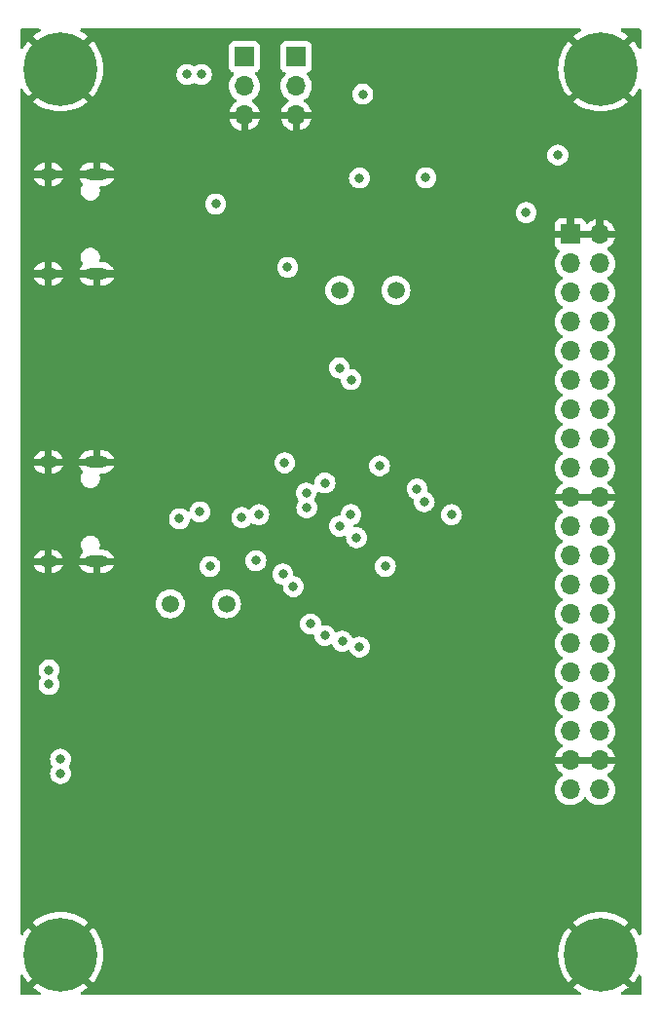
<source format=gbl>
%TF.GenerationSoftware,KiCad,Pcbnew,(6.0.10)*%
%TF.CreationDate,2023-12-29T21:00:04+01:00*%
%TF.ProjectId,Alchemy,416c6368-656d-4792-9e6b-696361645f70,rev?*%
%TF.SameCoordinates,Original*%
%TF.FileFunction,Copper,L4,Bot*%
%TF.FilePolarity,Positive*%
%FSLAX46Y46*%
G04 Gerber Fmt 4.6, Leading zero omitted, Abs format (unit mm)*
G04 Created by KiCad (PCBNEW (6.0.10)) date 2023-12-29 21:00:04*
%MOMM*%
%LPD*%
G01*
G04 APERTURE LIST*
%TA.AperFunction,ComponentPad*%
%ADD10O,1.600000X1.000000*%
%TD*%
%TA.AperFunction,ComponentPad*%
%ADD11O,2.100000X1.000000*%
%TD*%
%TA.AperFunction,ComponentPad*%
%ADD12C,6.400000*%
%TD*%
%TA.AperFunction,ComponentPad*%
%ADD13R,1.700000X1.700000*%
%TD*%
%TA.AperFunction,ComponentPad*%
%ADD14O,1.700000X1.700000*%
%TD*%
%TA.AperFunction,ComponentPad*%
%ADD15C,1.500000*%
%TD*%
%TA.AperFunction,ComponentPad*%
%ADD16C,0.500000*%
%TD*%
%TA.AperFunction,SMDPad,CuDef*%
%ADD17R,2.410000X3.100000*%
%TD*%
%TA.AperFunction,ViaPad*%
%ADD18C,0.800000*%
%TD*%
G04 APERTURE END LIST*
D10*
X125450000Y-77820000D03*
D11*
X129630000Y-69180000D03*
X129630000Y-77820000D03*
D10*
X125450000Y-69180000D03*
D12*
X126500000Y-137000000D03*
D13*
X170850000Y-74375000D03*
D14*
X173390000Y-74375000D03*
X170850000Y-76915000D03*
X173390000Y-76915000D03*
X170850000Y-79455000D03*
X173390000Y-79455000D03*
X170850000Y-81995000D03*
X173390000Y-81995000D03*
X170850000Y-84535000D03*
X173390000Y-84535000D03*
X170850000Y-87075000D03*
X173390000Y-87075000D03*
X170850000Y-89615000D03*
X173390000Y-89615000D03*
X170850000Y-92155000D03*
X173390000Y-92155000D03*
X170850000Y-94695000D03*
X173390000Y-94695000D03*
X170850000Y-97235000D03*
X173390000Y-97235000D03*
X170850000Y-99775000D03*
X173390000Y-99775000D03*
X170850000Y-102315000D03*
X173390000Y-102315000D03*
X170850000Y-104855000D03*
X173390000Y-104855000D03*
X170850000Y-107395000D03*
X173390000Y-107395000D03*
X170850000Y-109935000D03*
X173390000Y-109935000D03*
X170850000Y-112475000D03*
X173390000Y-112475000D03*
X170850000Y-115015000D03*
X173390000Y-115015000D03*
X170850000Y-117555000D03*
X173390000Y-117555000D03*
X170850000Y-120095000D03*
X173390000Y-120095000D03*
X170850000Y-122635000D03*
X173390000Y-122635000D03*
D15*
X150800000Y-79250000D03*
X155680000Y-79250000D03*
D13*
X142500000Y-58975000D03*
D14*
X142500000Y-61515000D03*
X142500000Y-64055000D03*
D13*
X147000000Y-58960000D03*
D14*
X147000000Y-61500000D03*
X147000000Y-64040000D03*
D10*
X125450000Y-94180000D03*
X125450000Y-102820000D03*
D11*
X129630000Y-102820000D03*
X129630000Y-94180000D03*
D12*
X173500000Y-60000000D03*
D15*
X136050000Y-106500000D03*
X140930000Y-106500000D03*
D12*
X173500000Y-137000000D03*
D16*
X158545000Y-129700000D03*
X158545000Y-132300000D03*
D17*
X159500000Y-131000000D03*
D16*
X158545000Y-131000000D03*
X160455000Y-131000000D03*
X160455000Y-129700000D03*
X160455000Y-132300000D03*
D12*
X126500000Y-60000000D03*
D18*
X154250000Y-94500000D03*
X158275000Y-69475000D03*
X143500000Y-102750000D03*
X167000000Y-72500000D03*
X146000000Y-94250000D03*
X140000000Y-71750000D03*
X152500000Y-69500000D03*
X146250000Y-77250000D03*
X139500000Y-103250000D03*
X154750000Y-103250000D03*
X142262299Y-99000000D03*
X143750000Y-98750000D03*
X150750000Y-99750000D03*
X152250000Y-100750000D03*
X145837500Y-103912500D03*
X146750000Y-105000000D03*
X148250000Y-108250000D03*
X149500000Y-109250000D03*
X151000000Y-109750000D03*
X152500000Y-110250000D03*
X160500000Y-98750000D03*
X147875000Y-96875000D03*
X136844670Y-99094670D03*
X147920091Y-98139865D03*
X138625000Y-98500000D03*
X149500000Y-96000000D03*
X169750000Y-67500000D03*
X151750000Y-98750000D03*
X152793750Y-62206250D03*
X158130862Y-97630862D03*
X150750000Y-86000000D03*
X151762051Y-87012051D03*
X157512299Y-96512299D03*
X136000000Y-123500000D03*
X160750000Y-123750000D03*
X138500000Y-108500000D03*
X139000000Y-123500000D03*
X139000000Y-135500000D03*
X129750000Y-129500000D03*
X163750000Y-135500000D03*
X127750000Y-114750000D03*
X130750000Y-109250000D03*
X162500000Y-66500000D03*
X162250000Y-134000000D03*
X139000000Y-122250000D03*
X167250000Y-135500000D03*
X136000000Y-122250000D03*
X153250000Y-81250000D03*
X146250000Y-81250000D03*
X147250000Y-92500000D03*
X139500000Y-100250000D03*
X126337500Y-128162500D03*
X139500000Y-77000000D03*
X134000000Y-59000000D03*
X156500000Y-75000000D03*
X165500000Y-123750000D03*
X156000000Y-94500000D03*
X154500000Y-66500000D03*
X136000000Y-136750000D03*
X136000000Y-135500000D03*
X153000000Y-104500000D03*
X142500000Y-101500000D03*
X139000000Y-136750000D03*
X125500000Y-113500000D03*
X137500000Y-60500000D03*
X125500000Y-112250000D03*
X126500000Y-120000000D03*
X126500000Y-121250000D03*
X138750000Y-60500000D03*
%TA.AperFunction,Conductor*%
G36*
X163000000Y-133500000D02*
G01*
X156000000Y-133500000D01*
X156000000Y-128500000D01*
X163000000Y-128500000D01*
X163000000Y-133500000D01*
G37*
%TD.AperFunction*%
%TA.AperFunction,Conductor*%
G36*
X124728176Y-56528502D02*
G01*
X124774669Y-56582158D01*
X124784773Y-56652432D01*
X124755279Y-56717012D01*
X124717258Y-56746767D01*
X124646397Y-56782872D01*
X124640687Y-56786169D01*
X124320268Y-56994251D01*
X124314938Y-56998123D01*
X124112111Y-57162369D01*
X124103645Y-57174624D01*
X124109979Y-57185715D01*
X126487188Y-59562924D01*
X126501132Y-59570538D01*
X126502965Y-59570407D01*
X126509580Y-59566156D01*
X128889155Y-57186581D01*
X128896295Y-57173505D01*
X128888837Y-57163137D01*
X128685057Y-56998120D01*
X128679735Y-56994253D01*
X128359315Y-56786170D01*
X128353606Y-56782874D01*
X128282743Y-56746767D01*
X128231128Y-56698019D01*
X128214062Y-56629104D01*
X128236963Y-56561902D01*
X128292560Y-56517750D01*
X128339946Y-56508500D01*
X171660055Y-56508500D01*
X171728176Y-56528502D01*
X171774669Y-56582158D01*
X171784773Y-56652432D01*
X171755279Y-56717012D01*
X171717258Y-56746767D01*
X171646397Y-56782872D01*
X171640687Y-56786169D01*
X171320268Y-56994251D01*
X171314938Y-56998123D01*
X171112111Y-57162369D01*
X171103645Y-57174624D01*
X171109979Y-57185715D01*
X173487188Y-59562924D01*
X173501132Y-59570538D01*
X173502965Y-59570407D01*
X173509580Y-59566156D01*
X175889155Y-57186581D01*
X175896295Y-57173505D01*
X175888837Y-57163137D01*
X175685057Y-56998120D01*
X175679735Y-56994253D01*
X175359315Y-56786170D01*
X175353606Y-56782874D01*
X175282743Y-56746767D01*
X175231128Y-56698019D01*
X175214062Y-56629104D01*
X175236963Y-56561902D01*
X175292560Y-56517750D01*
X175339946Y-56508500D01*
X176865500Y-56508500D01*
X176933621Y-56528502D01*
X176980114Y-56582158D01*
X176991500Y-56634500D01*
X176991500Y-58160055D01*
X176971498Y-58228176D01*
X176917842Y-58274669D01*
X176847568Y-58284773D01*
X176782988Y-58255279D01*
X176753233Y-58217258D01*
X176717128Y-58146397D01*
X176713831Y-58140687D01*
X176505749Y-57820268D01*
X176501877Y-57814938D01*
X176337631Y-57612111D01*
X176325376Y-57603645D01*
X176314285Y-57609979D01*
X173937076Y-59987188D01*
X173929462Y-60001132D01*
X173929593Y-60002965D01*
X173933844Y-60009580D01*
X176313419Y-62389155D01*
X176326495Y-62396295D01*
X176336863Y-62388837D01*
X176501877Y-62185062D01*
X176505749Y-62179732D01*
X176713831Y-61859313D01*
X176717128Y-61853603D01*
X176753233Y-61782742D01*
X176801981Y-61731127D01*
X176870896Y-61714061D01*
X176938098Y-61736962D01*
X176982250Y-61792559D01*
X176991500Y-61839945D01*
X176991500Y-135160055D01*
X176971498Y-135228176D01*
X176917842Y-135274669D01*
X176847568Y-135284773D01*
X176782988Y-135255279D01*
X176753233Y-135217258D01*
X176717128Y-135146397D01*
X176713831Y-135140687D01*
X176505749Y-134820268D01*
X176501877Y-134814938D01*
X176337631Y-134612111D01*
X176325376Y-134603645D01*
X176314285Y-134609979D01*
X173937076Y-136987188D01*
X173929462Y-137001132D01*
X173929593Y-137002965D01*
X173933844Y-137009580D01*
X176313419Y-139389155D01*
X176326495Y-139396295D01*
X176336863Y-139388837D01*
X176501877Y-139185062D01*
X176505749Y-139179732D01*
X176713831Y-138859313D01*
X176717128Y-138853603D01*
X176753233Y-138782742D01*
X176801981Y-138731127D01*
X176870896Y-138714061D01*
X176938098Y-138736962D01*
X176982250Y-138792559D01*
X176991500Y-138839945D01*
X176991500Y-140365500D01*
X176971498Y-140433621D01*
X176917842Y-140480114D01*
X176865500Y-140491500D01*
X175339946Y-140491500D01*
X175271825Y-140471498D01*
X175225332Y-140417842D01*
X175215228Y-140347568D01*
X175244722Y-140282988D01*
X175282743Y-140253233D01*
X175353606Y-140217126D01*
X175359315Y-140213830D01*
X175679735Y-140005747D01*
X175685057Y-140001880D01*
X175887889Y-139837631D01*
X175896355Y-139825376D01*
X175890021Y-139814285D01*
X173512812Y-137437076D01*
X173498868Y-137429462D01*
X173497035Y-137429593D01*
X173490420Y-137433844D01*
X171110845Y-139813419D01*
X171103705Y-139826495D01*
X171111163Y-139836863D01*
X171314943Y-140001880D01*
X171320265Y-140005747D01*
X171640685Y-140213830D01*
X171646394Y-140217126D01*
X171717257Y-140253233D01*
X171768872Y-140301981D01*
X171785938Y-140370896D01*
X171763037Y-140438098D01*
X171707440Y-140482250D01*
X171660054Y-140491500D01*
X128339946Y-140491500D01*
X128271825Y-140471498D01*
X128225332Y-140417842D01*
X128215228Y-140347568D01*
X128244722Y-140282988D01*
X128282743Y-140253233D01*
X128353606Y-140217126D01*
X128359315Y-140213830D01*
X128679735Y-140005747D01*
X128685057Y-140001880D01*
X128887889Y-139837631D01*
X128896355Y-139825376D01*
X128890021Y-139814285D01*
X126512812Y-137437076D01*
X126498868Y-137429462D01*
X126497035Y-137429593D01*
X126490420Y-137433844D01*
X124110845Y-139813419D01*
X124103705Y-139826495D01*
X124111163Y-139836863D01*
X124314943Y-140001880D01*
X124320265Y-140005747D01*
X124640685Y-140213830D01*
X124646394Y-140217126D01*
X124717257Y-140253233D01*
X124768872Y-140301981D01*
X124785938Y-140370896D01*
X124763037Y-140438098D01*
X124707440Y-140482250D01*
X124660054Y-140491500D01*
X123134500Y-140491500D01*
X123066379Y-140471498D01*
X123019886Y-140417842D01*
X123008500Y-140365500D01*
X123008500Y-138839945D01*
X123028502Y-138771824D01*
X123082158Y-138725331D01*
X123152432Y-138715227D01*
X123217012Y-138744721D01*
X123246767Y-138782742D01*
X123282872Y-138853603D01*
X123286169Y-138859313D01*
X123494251Y-139179732D01*
X123498123Y-139185062D01*
X123662369Y-139387889D01*
X123674624Y-139396355D01*
X123685715Y-139390021D01*
X126062924Y-137012812D01*
X126069302Y-137001132D01*
X126929462Y-137001132D01*
X126929593Y-137002965D01*
X126933844Y-137009580D01*
X129313419Y-139389155D01*
X129326495Y-139396295D01*
X129336863Y-139388837D01*
X129501877Y-139185062D01*
X129505749Y-139179732D01*
X129713831Y-138859313D01*
X129717128Y-138853603D01*
X129890578Y-138513189D01*
X129893260Y-138507164D01*
X130030171Y-138150498D01*
X130032212Y-138144216D01*
X130131094Y-137775184D01*
X130132465Y-137768734D01*
X130192234Y-137391371D01*
X130192920Y-137384833D01*
X130212916Y-137003301D01*
X169787084Y-137003301D01*
X169807080Y-137384833D01*
X169807766Y-137391371D01*
X169867535Y-137768734D01*
X169868906Y-137775184D01*
X169967788Y-138144216D01*
X169969829Y-138150498D01*
X170106740Y-138507164D01*
X170109422Y-138513189D01*
X170282872Y-138853603D01*
X170286169Y-138859313D01*
X170494251Y-139179732D01*
X170498123Y-139185062D01*
X170662369Y-139387889D01*
X170674624Y-139396355D01*
X170685715Y-139390021D01*
X173062924Y-137012812D01*
X173070538Y-136998868D01*
X173070407Y-136997035D01*
X173066156Y-136990420D01*
X170686581Y-134610845D01*
X170673505Y-134603705D01*
X170663137Y-134611163D01*
X170498123Y-134814938D01*
X170494251Y-134820268D01*
X170286169Y-135140687D01*
X170282872Y-135146397D01*
X170109422Y-135486811D01*
X170106740Y-135492836D01*
X169969829Y-135849502D01*
X169967788Y-135855784D01*
X169868906Y-136224816D01*
X169867535Y-136231266D01*
X169807766Y-136608629D01*
X169807080Y-136615167D01*
X169787084Y-136996699D01*
X169787084Y-137003301D01*
X130212916Y-137003301D01*
X130212916Y-136996699D01*
X130192920Y-136615167D01*
X130192234Y-136608629D01*
X130132465Y-136231266D01*
X130131094Y-136224816D01*
X130032212Y-135855784D01*
X130030171Y-135849502D01*
X129893260Y-135492836D01*
X129890578Y-135486811D01*
X129717128Y-135146397D01*
X129713831Y-135140687D01*
X129505749Y-134820268D01*
X129501877Y-134814938D01*
X129337631Y-134612111D01*
X129325376Y-134603645D01*
X129314285Y-134609979D01*
X126937076Y-136987188D01*
X126929462Y-137001132D01*
X126069302Y-137001132D01*
X126070538Y-136998868D01*
X126070407Y-136997035D01*
X126066156Y-136990420D01*
X123686581Y-134610845D01*
X123673505Y-134603705D01*
X123663137Y-134611163D01*
X123498123Y-134814938D01*
X123494251Y-134820268D01*
X123286169Y-135140687D01*
X123282872Y-135146397D01*
X123246767Y-135217258D01*
X123198019Y-135268873D01*
X123129104Y-135285939D01*
X123061902Y-135263038D01*
X123017750Y-135207441D01*
X123008500Y-135160055D01*
X123008500Y-134174624D01*
X124103645Y-134174624D01*
X124109979Y-134185715D01*
X126487188Y-136562924D01*
X126501132Y-136570538D01*
X126502965Y-136570407D01*
X126509580Y-136566156D01*
X128889155Y-134186581D01*
X128895684Y-134174624D01*
X171103645Y-134174624D01*
X171109979Y-134185715D01*
X173487188Y-136562924D01*
X173501132Y-136570538D01*
X173502965Y-136570407D01*
X173509580Y-136566156D01*
X175889155Y-134186581D01*
X175896295Y-134173505D01*
X175888837Y-134163137D01*
X175685057Y-133998120D01*
X175679735Y-133994253D01*
X175359315Y-133786170D01*
X175353606Y-133782873D01*
X175013189Y-133609422D01*
X175007164Y-133606740D01*
X174650498Y-133469829D01*
X174644216Y-133467788D01*
X174275184Y-133368906D01*
X174268734Y-133367535D01*
X173891371Y-133307766D01*
X173884833Y-133307080D01*
X173503301Y-133287084D01*
X173496699Y-133287084D01*
X173115167Y-133307080D01*
X173108629Y-133307766D01*
X172731266Y-133367535D01*
X172724816Y-133368906D01*
X172355784Y-133467788D01*
X172349502Y-133469829D01*
X171992836Y-133606740D01*
X171986811Y-133609422D01*
X171646397Y-133782872D01*
X171640687Y-133786169D01*
X171320268Y-133994251D01*
X171314938Y-133998123D01*
X171112111Y-134162369D01*
X171103645Y-134174624D01*
X128895684Y-134174624D01*
X128896295Y-134173505D01*
X128888837Y-134163137D01*
X128685057Y-133998120D01*
X128679735Y-133994253D01*
X128359315Y-133786170D01*
X128353606Y-133782873D01*
X128013189Y-133609422D01*
X128007164Y-133606740D01*
X127650498Y-133469829D01*
X127644216Y-133467788D01*
X127275184Y-133368906D01*
X127268734Y-133367535D01*
X126891371Y-133307766D01*
X126884833Y-133307080D01*
X126503301Y-133287084D01*
X126496699Y-133287084D01*
X126115167Y-133307080D01*
X126108629Y-133307766D01*
X125731266Y-133367535D01*
X125724816Y-133368906D01*
X125355784Y-133467788D01*
X125349502Y-133469829D01*
X124992836Y-133606740D01*
X124986811Y-133609422D01*
X124646397Y-133782872D01*
X124640687Y-133786169D01*
X124320268Y-133994251D01*
X124314938Y-133998123D01*
X124112111Y-134162369D01*
X124103645Y-134174624D01*
X123008500Y-134174624D01*
X123008500Y-132296362D01*
X157782966Y-132296362D01*
X157786400Y-132331388D01*
X157787001Y-132343684D01*
X157787001Y-132594669D01*
X157787371Y-132601490D01*
X157792895Y-132652352D01*
X157796521Y-132667604D01*
X157841676Y-132788054D01*
X157850214Y-132803649D01*
X157926715Y-132905724D01*
X157939276Y-132918285D01*
X158041351Y-132994786D01*
X158056946Y-133003324D01*
X158177394Y-133048478D01*
X158192649Y-133052105D01*
X158243514Y-133057631D01*
X158250328Y-133058000D01*
X158485965Y-133058000D01*
X158502629Y-133059107D01*
X158522044Y-133061697D01*
X158536040Y-133061991D01*
X158574186Y-133058519D01*
X158585606Y-133058000D01*
X159181885Y-133058000D01*
X159197124Y-133053525D01*
X159198329Y-133052135D01*
X159200000Y-133044452D01*
X159200000Y-133039884D01*
X159800000Y-133039884D01*
X159804475Y-133055123D01*
X159805865Y-133056328D01*
X159813548Y-133057999D01*
X160395957Y-133057999D01*
X160412622Y-133059106D01*
X160432044Y-133061698D01*
X160446040Y-133061991D01*
X160484195Y-133058518D01*
X160495615Y-133057999D01*
X160749669Y-133057999D01*
X160756490Y-133057629D01*
X160807352Y-133052105D01*
X160822604Y-133048479D01*
X160943054Y-133003324D01*
X160958649Y-132994786D01*
X161060724Y-132918285D01*
X161073285Y-132905724D01*
X161149786Y-132803649D01*
X161158324Y-132788054D01*
X161203478Y-132667606D01*
X161207105Y-132652351D01*
X161212631Y-132601486D01*
X161213000Y-132594672D01*
X161213000Y-132362124D01*
X161214226Y-132344588D01*
X161216948Y-132325222D01*
X161217554Y-132317338D01*
X161217741Y-132303962D01*
X161217354Y-132296062D01*
X161213785Y-132264241D01*
X161213000Y-132250196D01*
X161213000Y-131318115D01*
X161208525Y-131302876D01*
X161207135Y-131301671D01*
X161199452Y-131300000D01*
X159818115Y-131300000D01*
X159802876Y-131304475D01*
X159801671Y-131305865D01*
X159800000Y-131313548D01*
X159800000Y-133039884D01*
X159200000Y-133039884D01*
X159200000Y-131318115D01*
X159195525Y-131302876D01*
X159194135Y-131301671D01*
X159186452Y-131300000D01*
X157805116Y-131300000D01*
X157789877Y-131304475D01*
X157788672Y-131305865D01*
X157787001Y-131313548D01*
X157787001Y-132244040D01*
X157786007Y-132259833D01*
X157783162Y-132282356D01*
X157782966Y-132296362D01*
X123008500Y-132296362D01*
X123008500Y-129696363D01*
X157782966Y-129696363D01*
X157786399Y-129731379D01*
X157787000Y-129743675D01*
X157787000Y-130681885D01*
X157791475Y-130697124D01*
X157792865Y-130698329D01*
X157800548Y-130700000D01*
X159181885Y-130700000D01*
X159197124Y-130695525D01*
X159198329Y-130694135D01*
X159200000Y-130686452D01*
X159200000Y-130681885D01*
X159800000Y-130681885D01*
X159804475Y-130697124D01*
X159805865Y-130698329D01*
X159813548Y-130700000D01*
X161194884Y-130700000D01*
X161210123Y-130695525D01*
X161211328Y-130694135D01*
X161212999Y-130686452D01*
X161212999Y-129762130D01*
X161214225Y-129744593D01*
X161216948Y-129725219D01*
X161217554Y-129717340D01*
X161217741Y-129703962D01*
X161217354Y-129696062D01*
X161213784Y-129664233D01*
X161212999Y-129650188D01*
X161212999Y-129405331D01*
X161212629Y-129398510D01*
X161207105Y-129347648D01*
X161203479Y-129332396D01*
X161158324Y-129211946D01*
X161149786Y-129196351D01*
X161073285Y-129094276D01*
X161060724Y-129081715D01*
X160958649Y-129005214D01*
X160943054Y-128996676D01*
X160822606Y-128951522D01*
X160807351Y-128947895D01*
X160756486Y-128942369D01*
X160749672Y-128942000D01*
X160507875Y-128942000D01*
X160492957Y-128941114D01*
X160467318Y-128938057D01*
X160453320Y-128937959D01*
X160421437Y-128941310D01*
X160408267Y-128942000D01*
X159818115Y-128942000D01*
X159802876Y-128946475D01*
X159801671Y-128947865D01*
X159800000Y-128955548D01*
X159800000Y-130681885D01*
X159200000Y-130681885D01*
X159200000Y-128960116D01*
X159195525Y-128944877D01*
X159194135Y-128943672D01*
X159186452Y-128942001D01*
X158597883Y-128942001D01*
X158582964Y-128941115D01*
X158557318Y-128938057D01*
X158543321Y-128937959D01*
X158511430Y-128941311D01*
X158498260Y-128942001D01*
X158250331Y-128942001D01*
X158243510Y-128942371D01*
X158192648Y-128947895D01*
X158177396Y-128951521D01*
X158056946Y-128996676D01*
X158041351Y-129005214D01*
X157939276Y-129081715D01*
X157926715Y-129094276D01*
X157850214Y-129196351D01*
X157841676Y-129211946D01*
X157796522Y-129332394D01*
X157792895Y-129347649D01*
X157787369Y-129398514D01*
X157787000Y-129405328D01*
X157787000Y-129644047D01*
X157786007Y-129659839D01*
X157783161Y-129682364D01*
X157782966Y-129696363D01*
X123008500Y-129696363D01*
X123008500Y-122601695D01*
X169487251Y-122601695D01*
X169487548Y-122606848D01*
X169487548Y-122606851D01*
X169493011Y-122701590D01*
X169500110Y-122824715D01*
X169501247Y-122829761D01*
X169501248Y-122829767D01*
X169521119Y-122917939D01*
X169549222Y-123042639D01*
X169633266Y-123249616D01*
X169684019Y-123332438D01*
X169747291Y-123435688D01*
X169749987Y-123440088D01*
X169896250Y-123608938D01*
X170068126Y-123751632D01*
X170261000Y-123864338D01*
X170469692Y-123944030D01*
X170474760Y-123945061D01*
X170474763Y-123945062D01*
X170582017Y-123966883D01*
X170688597Y-123988567D01*
X170693772Y-123988757D01*
X170693774Y-123988757D01*
X170906673Y-123996564D01*
X170906677Y-123996564D01*
X170911837Y-123996753D01*
X170916957Y-123996097D01*
X170916959Y-123996097D01*
X171128288Y-123969025D01*
X171128289Y-123969025D01*
X171133416Y-123968368D01*
X171138366Y-123966883D01*
X171342429Y-123905661D01*
X171342434Y-123905659D01*
X171347384Y-123904174D01*
X171547994Y-123805896D01*
X171729860Y-123676173D01*
X171888096Y-123518489D01*
X171947594Y-123435689D01*
X172018453Y-123337077D01*
X172019776Y-123338028D01*
X172066645Y-123294857D01*
X172136580Y-123282625D01*
X172202026Y-123310144D01*
X172229875Y-123341994D01*
X172289987Y-123440088D01*
X172436250Y-123608938D01*
X172608126Y-123751632D01*
X172801000Y-123864338D01*
X173009692Y-123944030D01*
X173014760Y-123945061D01*
X173014763Y-123945062D01*
X173122017Y-123966883D01*
X173228597Y-123988567D01*
X173233772Y-123988757D01*
X173233774Y-123988757D01*
X173446673Y-123996564D01*
X173446677Y-123996564D01*
X173451837Y-123996753D01*
X173456957Y-123996097D01*
X173456959Y-123996097D01*
X173668288Y-123969025D01*
X173668289Y-123969025D01*
X173673416Y-123968368D01*
X173678366Y-123966883D01*
X173882429Y-123905661D01*
X173882434Y-123905659D01*
X173887384Y-123904174D01*
X174087994Y-123805896D01*
X174269860Y-123676173D01*
X174428096Y-123518489D01*
X174487594Y-123435689D01*
X174555435Y-123341277D01*
X174558453Y-123337077D01*
X174579320Y-123294857D01*
X174655136Y-123141453D01*
X174655137Y-123141451D01*
X174657430Y-123136811D01*
X174722370Y-122923069D01*
X174751529Y-122701590D01*
X174753156Y-122635000D01*
X174734852Y-122412361D01*
X174680431Y-122195702D01*
X174591354Y-121990840D01*
X174470014Y-121803277D01*
X174319670Y-121638051D01*
X174315619Y-121634852D01*
X174315615Y-121634848D01*
X174148414Y-121502800D01*
X174148410Y-121502798D01*
X174144359Y-121499598D01*
X174102569Y-121476529D01*
X174052598Y-121426097D01*
X174037826Y-121356654D01*
X174062942Y-121290248D01*
X174090294Y-121263641D01*
X174265328Y-121138792D01*
X174273200Y-121132139D01*
X174424052Y-120981812D01*
X174430730Y-120973965D01*
X174555003Y-120801020D01*
X174560313Y-120792183D01*
X174654670Y-120601267D01*
X174658469Y-120591672D01*
X174712957Y-120412333D01*
X174713089Y-120398233D01*
X174706182Y-120395000D01*
X169543592Y-120395000D01*
X169530061Y-120398973D01*
X169528624Y-120408966D01*
X169548565Y-120497446D01*
X169551645Y-120507275D01*
X169631770Y-120704603D01*
X169636413Y-120713794D01*
X169747694Y-120895388D01*
X169753777Y-120903699D01*
X169893213Y-121064667D01*
X169900580Y-121071883D01*
X170064434Y-121207916D01*
X170072881Y-121213831D01*
X170141969Y-121254203D01*
X170190693Y-121305842D01*
X170203764Y-121375625D01*
X170177033Y-121441396D01*
X170136584Y-121474752D01*
X170123607Y-121481507D01*
X170119474Y-121484610D01*
X170119471Y-121484612D01*
X170095247Y-121502800D01*
X169944965Y-121615635D01*
X169790629Y-121777138D01*
X169664743Y-121961680D01*
X169649003Y-121995590D01*
X169573383Y-122158500D01*
X169570688Y-122164305D01*
X169510989Y-122379570D01*
X169487251Y-122601695D01*
X123008500Y-122601695D01*
X123008500Y-121250000D01*
X125586496Y-121250000D01*
X125587186Y-121256565D01*
X125601383Y-121391638D01*
X125606458Y-121439928D01*
X125665473Y-121621556D01*
X125760960Y-121786944D01*
X125888747Y-121928866D01*
X126043248Y-122041118D01*
X126049276Y-122043802D01*
X126049278Y-122043803D01*
X126211681Y-122116109D01*
X126217712Y-122118794D01*
X126311113Y-122138647D01*
X126398056Y-122157128D01*
X126398061Y-122157128D01*
X126404513Y-122158500D01*
X126595487Y-122158500D01*
X126601939Y-122157128D01*
X126601944Y-122157128D01*
X126688887Y-122138647D01*
X126782288Y-122118794D01*
X126788319Y-122116109D01*
X126950722Y-122043803D01*
X126950724Y-122043802D01*
X126956752Y-122041118D01*
X127111253Y-121928866D01*
X127239040Y-121786944D01*
X127334527Y-121621556D01*
X127393542Y-121439928D01*
X127398618Y-121391638D01*
X127412814Y-121256565D01*
X127413504Y-121250000D01*
X127401816Y-121138792D01*
X127394232Y-121066635D01*
X127394232Y-121066633D01*
X127393542Y-121060072D01*
X127334527Y-120878444D01*
X127239040Y-120713056D01*
X127234620Y-120708148D01*
X127230741Y-120702808D01*
X127232080Y-120701835D01*
X127204950Y-120645304D01*
X127213713Y-120574851D01*
X127231250Y-120547562D01*
X127230741Y-120547192D01*
X127234620Y-120541852D01*
X127239040Y-120536944D01*
X127334527Y-120371556D01*
X127393542Y-120189928D01*
X127413504Y-120000000D01*
X127393542Y-119810072D01*
X127334527Y-119628444D01*
X127239040Y-119463056D01*
X127198156Y-119417649D01*
X127115675Y-119326045D01*
X127115674Y-119326044D01*
X127111253Y-119321134D01*
X126956752Y-119208882D01*
X126950724Y-119206198D01*
X126950722Y-119206197D01*
X126788319Y-119133891D01*
X126788318Y-119133891D01*
X126782288Y-119131206D01*
X126688888Y-119111353D01*
X126601944Y-119092872D01*
X126601939Y-119092872D01*
X126595487Y-119091500D01*
X126404513Y-119091500D01*
X126398061Y-119092872D01*
X126398056Y-119092872D01*
X126311112Y-119111353D01*
X126217712Y-119131206D01*
X126211682Y-119133891D01*
X126211681Y-119133891D01*
X126049278Y-119206197D01*
X126049276Y-119206198D01*
X126043248Y-119208882D01*
X125888747Y-119321134D01*
X125884326Y-119326044D01*
X125884325Y-119326045D01*
X125801845Y-119417649D01*
X125760960Y-119463056D01*
X125665473Y-119628444D01*
X125606458Y-119810072D01*
X125586496Y-120000000D01*
X125606458Y-120189928D01*
X125665473Y-120371556D01*
X125760960Y-120536944D01*
X125765380Y-120541852D01*
X125769259Y-120547192D01*
X125767920Y-120548165D01*
X125795050Y-120604696D01*
X125786287Y-120675149D01*
X125768750Y-120702438D01*
X125769259Y-120702808D01*
X125765380Y-120708148D01*
X125760960Y-120713056D01*
X125665473Y-120878444D01*
X125606458Y-121060072D01*
X125605768Y-121066633D01*
X125605768Y-121066635D01*
X125598184Y-121138792D01*
X125586496Y-121250000D01*
X123008500Y-121250000D01*
X123008500Y-117521695D01*
X169487251Y-117521695D01*
X169487548Y-117526848D01*
X169487548Y-117526851D01*
X169493011Y-117621590D01*
X169500110Y-117744715D01*
X169501247Y-117749761D01*
X169501248Y-117749767D01*
X169521119Y-117837939D01*
X169549222Y-117962639D01*
X169633266Y-118169616D01*
X169684019Y-118252438D01*
X169747291Y-118355688D01*
X169749987Y-118360088D01*
X169896250Y-118528938D01*
X170068126Y-118671632D01*
X170141955Y-118714774D01*
X170190679Y-118766412D01*
X170203750Y-118836195D01*
X170177019Y-118901967D01*
X170136562Y-118935327D01*
X170128457Y-118939546D01*
X170119738Y-118945036D01*
X169949433Y-119072905D01*
X169941726Y-119079748D01*
X169794590Y-119233717D01*
X169788104Y-119241727D01*
X169668098Y-119417649D01*
X169663000Y-119426623D01*
X169573338Y-119619783D01*
X169569775Y-119629470D01*
X169528711Y-119777540D01*
X169528924Y-119791644D01*
X169536575Y-119795000D01*
X174696789Y-119795000D01*
X174710320Y-119791027D01*
X174711625Y-119781947D01*
X174681214Y-119660875D01*
X174677894Y-119651124D01*
X174592972Y-119455814D01*
X174588105Y-119446739D01*
X174472426Y-119267926D01*
X174466136Y-119259757D01*
X174322806Y-119102240D01*
X174315273Y-119095215D01*
X174148139Y-118963222D01*
X174139556Y-118957520D01*
X174102602Y-118937120D01*
X174052631Y-118886687D01*
X174037859Y-118817245D01*
X174062975Y-118750839D01*
X174090327Y-118724232D01*
X174113797Y-118707491D01*
X174269860Y-118596173D01*
X174428096Y-118438489D01*
X174487594Y-118355689D01*
X174555435Y-118261277D01*
X174558453Y-118257077D01*
X174579320Y-118214857D01*
X174655136Y-118061453D01*
X174655137Y-118061451D01*
X174657430Y-118056811D01*
X174722370Y-117843069D01*
X174751529Y-117621590D01*
X174753156Y-117555000D01*
X174734852Y-117332361D01*
X174680431Y-117115702D01*
X174591354Y-116910840D01*
X174470014Y-116723277D01*
X174319670Y-116558051D01*
X174315619Y-116554852D01*
X174315615Y-116554848D01*
X174148414Y-116422800D01*
X174148410Y-116422798D01*
X174144359Y-116419598D01*
X174103053Y-116396796D01*
X174053084Y-116346364D01*
X174038312Y-116276921D01*
X174063428Y-116210516D01*
X174090780Y-116183909D01*
X174134603Y-116152650D01*
X174269860Y-116056173D01*
X174428096Y-115898489D01*
X174487594Y-115815689D01*
X174555435Y-115721277D01*
X174558453Y-115717077D01*
X174579320Y-115674857D01*
X174655136Y-115521453D01*
X174655137Y-115521451D01*
X174657430Y-115516811D01*
X174722370Y-115303069D01*
X174751529Y-115081590D01*
X174753156Y-115015000D01*
X174734852Y-114792361D01*
X174680431Y-114575702D01*
X174591354Y-114370840D01*
X174470014Y-114183277D01*
X174319670Y-114018051D01*
X174315619Y-114014852D01*
X174315615Y-114014848D01*
X174148414Y-113882800D01*
X174148410Y-113882798D01*
X174144359Y-113879598D01*
X174103053Y-113856796D01*
X174053084Y-113806364D01*
X174038312Y-113736921D01*
X174063428Y-113670516D01*
X174090780Y-113643909D01*
X174134603Y-113612650D01*
X174269860Y-113516173D01*
X174428096Y-113358489D01*
X174487594Y-113275689D01*
X174555435Y-113181277D01*
X174558453Y-113177077D01*
X174579320Y-113134857D01*
X174655136Y-112981453D01*
X174655137Y-112981451D01*
X174657430Y-112976811D01*
X174689900Y-112869940D01*
X174720865Y-112768023D01*
X174720865Y-112768021D01*
X174722370Y-112763069D01*
X174751529Y-112541590D01*
X174753156Y-112475000D01*
X174734852Y-112252361D01*
X174680431Y-112035702D01*
X174591354Y-111830840D01*
X174470014Y-111643277D01*
X174319670Y-111478051D01*
X174315619Y-111474852D01*
X174315615Y-111474848D01*
X174148414Y-111342800D01*
X174148410Y-111342798D01*
X174144359Y-111339598D01*
X174103053Y-111316796D01*
X174053084Y-111266364D01*
X174038312Y-111196921D01*
X174063428Y-111130516D01*
X174090780Y-111103909D01*
X174134603Y-111072650D01*
X174269860Y-110976173D01*
X174428096Y-110818489D01*
X174487594Y-110735689D01*
X174555435Y-110641277D01*
X174558453Y-110637077D01*
X174563296Y-110627279D01*
X174655136Y-110441453D01*
X174655137Y-110441451D01*
X174657430Y-110436811D01*
X174702963Y-110286944D01*
X174720865Y-110228023D01*
X174720865Y-110228021D01*
X174722370Y-110223069D01*
X174751529Y-110001590D01*
X174753156Y-109935000D01*
X174734852Y-109712361D01*
X174680431Y-109495702D01*
X174591354Y-109290840D01*
X174537858Y-109208148D01*
X174472822Y-109107617D01*
X174472820Y-109107614D01*
X174470014Y-109103277D01*
X174319670Y-108938051D01*
X174315619Y-108934852D01*
X174315615Y-108934848D01*
X174148414Y-108802800D01*
X174148410Y-108802798D01*
X174144359Y-108799598D01*
X174103053Y-108776796D01*
X174053084Y-108726364D01*
X174038312Y-108656921D01*
X174063428Y-108590516D01*
X174090780Y-108563909D01*
X174134603Y-108532650D01*
X174269860Y-108436173D01*
X174325020Y-108381206D01*
X174364864Y-108341500D01*
X174428096Y-108278489D01*
X174487594Y-108195689D01*
X174555435Y-108101277D01*
X174558453Y-108097077D01*
X174573499Y-108066635D01*
X174655136Y-107901453D01*
X174655137Y-107901451D01*
X174657430Y-107896811D01*
X174713259Y-107713056D01*
X174720865Y-107688023D01*
X174720865Y-107688021D01*
X174722370Y-107683069D01*
X174751529Y-107461590D01*
X174753156Y-107395000D01*
X174734852Y-107172361D01*
X174680431Y-106955702D01*
X174591354Y-106750840D01*
X174470014Y-106563277D01*
X174319670Y-106398051D01*
X174315619Y-106394852D01*
X174315615Y-106394848D01*
X174148414Y-106262800D01*
X174148410Y-106262798D01*
X174144359Y-106259598D01*
X174103053Y-106236796D01*
X174053084Y-106186364D01*
X174038312Y-106116921D01*
X174063428Y-106050516D01*
X174090780Y-106023909D01*
X174134603Y-105992650D01*
X174269860Y-105896173D01*
X174297784Y-105868347D01*
X174424435Y-105742137D01*
X174428096Y-105738489D01*
X174467204Y-105684065D01*
X174555435Y-105561277D01*
X174558453Y-105557077D01*
X174568404Y-105536944D01*
X174655136Y-105361453D01*
X174655137Y-105361451D01*
X174657430Y-105356811D01*
X174722370Y-105143069D01*
X174751529Y-104921590D01*
X174753156Y-104855000D01*
X174734852Y-104632361D01*
X174680431Y-104415702D01*
X174591354Y-104210840D01*
X174514170Y-104091532D01*
X174472822Y-104027617D01*
X174472820Y-104027614D01*
X174470014Y-104023277D01*
X174319670Y-103858051D01*
X174315619Y-103854852D01*
X174315615Y-103854848D01*
X174148414Y-103722800D01*
X174148410Y-103722798D01*
X174144359Y-103719598D01*
X174103053Y-103696796D01*
X174053084Y-103646364D01*
X174038312Y-103576921D01*
X174063428Y-103510516D01*
X174090780Y-103483909D01*
X174152439Y-103439928D01*
X174269860Y-103356173D01*
X174428096Y-103198489D01*
X174487594Y-103115689D01*
X174555435Y-103021277D01*
X174558453Y-103017077D01*
X174579320Y-102974857D01*
X174655136Y-102821453D01*
X174655137Y-102821451D01*
X174657430Y-102816811D01*
X174722370Y-102603069D01*
X174751529Y-102381590D01*
X174753156Y-102315000D01*
X174734852Y-102092361D01*
X174680431Y-101875702D01*
X174591354Y-101670840D01*
X174500644Y-101530623D01*
X174472822Y-101487617D01*
X174472820Y-101487614D01*
X174470014Y-101483277D01*
X174319670Y-101318051D01*
X174315619Y-101314852D01*
X174315615Y-101314848D01*
X174148414Y-101182800D01*
X174148410Y-101182798D01*
X174144359Y-101179598D01*
X174103053Y-101156796D01*
X174053084Y-101106364D01*
X174038312Y-101036921D01*
X174063428Y-100970516D01*
X174090780Y-100943909D01*
X174134603Y-100912650D01*
X174269860Y-100816173D01*
X174298075Y-100788057D01*
X174424435Y-100662137D01*
X174428096Y-100658489D01*
X174446826Y-100632424D01*
X174555435Y-100481277D01*
X174558453Y-100477077D01*
X174579320Y-100434857D01*
X174655136Y-100281453D01*
X174655137Y-100281451D01*
X174657430Y-100276811D01*
X174696305Y-100148858D01*
X174720865Y-100068023D01*
X174720865Y-100068021D01*
X174722370Y-100063069D01*
X174751529Y-99841590D01*
X174753156Y-99775000D01*
X174734852Y-99552361D01*
X174680431Y-99335702D01*
X174591354Y-99130840D01*
X174482620Y-98962763D01*
X174472822Y-98947617D01*
X174472820Y-98947614D01*
X174470014Y-98943277D01*
X174319670Y-98778051D01*
X174315619Y-98774852D01*
X174315615Y-98774848D01*
X174148414Y-98642800D01*
X174148410Y-98642798D01*
X174144359Y-98639598D01*
X174102569Y-98616529D01*
X174052598Y-98566097D01*
X174037826Y-98496654D01*
X174062942Y-98430248D01*
X174090294Y-98403641D01*
X174265328Y-98278792D01*
X174273200Y-98272139D01*
X174424052Y-98121812D01*
X174430730Y-98113965D01*
X174555003Y-97941020D01*
X174560313Y-97932183D01*
X174654670Y-97741267D01*
X174658469Y-97731672D01*
X174712957Y-97552333D01*
X174713089Y-97538233D01*
X174706182Y-97535000D01*
X169543592Y-97535000D01*
X169530061Y-97538973D01*
X169528624Y-97548966D01*
X169548565Y-97637446D01*
X169551645Y-97647275D01*
X169631770Y-97844603D01*
X169636413Y-97853794D01*
X169747694Y-98035388D01*
X169753777Y-98043699D01*
X169893213Y-98204667D01*
X169900580Y-98211883D01*
X170064434Y-98347916D01*
X170072881Y-98353831D01*
X170141969Y-98394203D01*
X170190693Y-98445842D01*
X170203764Y-98515625D01*
X170177033Y-98581396D01*
X170136584Y-98614752D01*
X170123607Y-98621507D01*
X170119474Y-98624610D01*
X170119471Y-98624612D01*
X169952470Y-98750000D01*
X169944965Y-98755635D01*
X169941393Y-98759373D01*
X169822401Y-98883891D01*
X169790629Y-98917138D01*
X169787720Y-98921403D01*
X169787714Y-98921411D01*
X169779560Y-98933365D01*
X169664743Y-99101680D01*
X169650815Y-99131685D01*
X169576922Y-99290876D01*
X169570688Y-99304305D01*
X169510989Y-99519570D01*
X169487251Y-99741695D01*
X169487548Y-99746848D01*
X169487548Y-99746851D01*
X169494579Y-99868794D01*
X169500110Y-99964715D01*
X169501247Y-99969761D01*
X169501248Y-99969767D01*
X169508467Y-100001798D01*
X169549222Y-100182639D01*
X169610673Y-100333976D01*
X169631282Y-100384729D01*
X169633266Y-100389616D01*
X169684019Y-100472438D01*
X169747291Y-100575688D01*
X169749987Y-100580088D01*
X169896250Y-100748938D01*
X170068126Y-100891632D01*
X170118664Y-100921164D01*
X170141445Y-100934476D01*
X170190169Y-100986114D01*
X170203240Y-101055897D01*
X170176509Y-101121669D01*
X170136055Y-101155027D01*
X170123607Y-101161507D01*
X170119474Y-101164610D01*
X170119471Y-101164612D01*
X169988742Y-101262766D01*
X169944965Y-101295635D01*
X169941393Y-101299373D01*
X169803625Y-101443539D01*
X169790629Y-101457138D01*
X169664743Y-101641680D01*
X169619874Y-101738342D01*
X169577275Y-101830115D01*
X169570688Y-101844305D01*
X169510989Y-102059570D01*
X169487251Y-102281695D01*
X169487548Y-102286848D01*
X169487548Y-102286851D01*
X169497467Y-102458882D01*
X169500110Y-102504715D01*
X169501247Y-102509761D01*
X169501248Y-102509767D01*
X169512585Y-102560072D01*
X169549222Y-102722639D01*
X169633266Y-102929616D01*
X169678848Y-103004000D01*
X169747291Y-103115688D01*
X169749987Y-103120088D01*
X169896250Y-103288938D01*
X170068126Y-103431632D01*
X170082323Y-103439928D01*
X170141445Y-103474476D01*
X170190169Y-103526114D01*
X170203240Y-103595897D01*
X170176509Y-103661669D01*
X170136055Y-103695027D01*
X170123607Y-103701507D01*
X170119474Y-103704610D01*
X170119471Y-103704612D01*
X169949100Y-103832530D01*
X169944965Y-103835635D01*
X169790629Y-103997138D01*
X169664743Y-104181680D01*
X169570688Y-104384305D01*
X169510989Y-104599570D01*
X169487251Y-104821695D01*
X169487548Y-104826848D01*
X169487548Y-104826851D01*
X169493011Y-104921590D01*
X169500110Y-105044715D01*
X169501247Y-105049761D01*
X169501248Y-105049767D01*
X169521119Y-105137939D01*
X169549222Y-105262639D01*
X169633266Y-105469616D01*
X169671021Y-105531226D01*
X169747291Y-105655688D01*
X169749987Y-105660088D01*
X169896250Y-105828938D01*
X170068126Y-105971632D01*
X170138595Y-106012811D01*
X170141445Y-106014476D01*
X170190169Y-106066114D01*
X170203240Y-106135897D01*
X170176509Y-106201669D01*
X170136055Y-106235027D01*
X170123607Y-106241507D01*
X170119474Y-106244610D01*
X170119471Y-106244612D01*
X169949100Y-106372530D01*
X169944965Y-106375635D01*
X169790629Y-106537138D01*
X169664743Y-106721680D01*
X169570688Y-106924305D01*
X169510989Y-107139570D01*
X169487251Y-107361695D01*
X169487548Y-107366848D01*
X169487548Y-107366851D01*
X169493011Y-107461590D01*
X169500110Y-107584715D01*
X169501247Y-107589761D01*
X169501248Y-107589767D01*
X169502215Y-107594056D01*
X169549222Y-107802639D01*
X169633266Y-108009616D01*
X169684019Y-108092438D01*
X169747291Y-108195688D01*
X169749987Y-108200088D01*
X169896250Y-108368938D01*
X170068126Y-108511632D01*
X170138595Y-108552811D01*
X170141445Y-108554476D01*
X170190169Y-108606114D01*
X170203240Y-108675897D01*
X170176509Y-108741669D01*
X170136055Y-108775027D01*
X170123607Y-108781507D01*
X170119474Y-108784610D01*
X170119471Y-108784612D01*
X169949100Y-108912530D01*
X169944965Y-108915635D01*
X169926605Y-108934848D01*
X169796367Y-109071134D01*
X169790629Y-109077138D01*
X169787720Y-109081403D01*
X169787714Y-109081411D01*
X169735128Y-109158500D01*
X169664743Y-109261680D01*
X169649003Y-109295590D01*
X169574452Y-109456197D01*
X169570688Y-109464305D01*
X169510989Y-109679570D01*
X169487251Y-109901695D01*
X169487548Y-109906848D01*
X169487548Y-109906851D01*
X169494951Y-110035238D01*
X169500110Y-110124715D01*
X169501247Y-110129761D01*
X169501248Y-110129767D01*
X169521119Y-110217939D01*
X169549222Y-110342639D01*
X169585812Y-110432749D01*
X169630906Y-110543803D01*
X169633266Y-110549616D01*
X169673499Y-110615271D01*
X169747291Y-110735688D01*
X169749987Y-110740088D01*
X169896250Y-110908938D01*
X170068126Y-111051632D01*
X170138595Y-111092811D01*
X170141445Y-111094476D01*
X170190169Y-111146114D01*
X170203240Y-111215897D01*
X170176509Y-111281669D01*
X170136055Y-111315027D01*
X170123607Y-111321507D01*
X170119474Y-111324610D01*
X170119471Y-111324612D01*
X170044095Y-111381206D01*
X169944965Y-111455635D01*
X169790629Y-111617138D01*
X169664743Y-111801680D01*
X169570688Y-112004305D01*
X169510989Y-112219570D01*
X169487251Y-112441695D01*
X169487548Y-112446848D01*
X169487548Y-112446851D01*
X169497951Y-112627279D01*
X169500110Y-112664715D01*
X169501247Y-112669761D01*
X169501248Y-112669767D01*
X169521119Y-112757939D01*
X169549222Y-112882639D01*
X169633266Y-113089616D01*
X169684019Y-113172438D01*
X169747291Y-113275688D01*
X169749987Y-113280088D01*
X169896250Y-113448938D01*
X170068126Y-113591632D01*
X170138595Y-113632811D01*
X170141445Y-113634476D01*
X170190169Y-113686114D01*
X170203240Y-113755897D01*
X170176509Y-113821669D01*
X170136055Y-113855027D01*
X170123607Y-113861507D01*
X170119474Y-113864610D01*
X170119471Y-113864612D01*
X170095247Y-113882800D01*
X169944965Y-113995635D01*
X169790629Y-114157138D01*
X169664743Y-114341680D01*
X169570688Y-114544305D01*
X169510989Y-114759570D01*
X169487251Y-114981695D01*
X169487548Y-114986848D01*
X169487548Y-114986851D01*
X169493011Y-115081590D01*
X169500110Y-115204715D01*
X169501247Y-115209761D01*
X169501248Y-115209767D01*
X169521119Y-115297939D01*
X169549222Y-115422639D01*
X169633266Y-115629616D01*
X169684019Y-115712438D01*
X169747291Y-115815688D01*
X169749987Y-115820088D01*
X169896250Y-115988938D01*
X170068126Y-116131632D01*
X170138595Y-116172811D01*
X170141445Y-116174476D01*
X170190169Y-116226114D01*
X170203240Y-116295897D01*
X170176509Y-116361669D01*
X170136055Y-116395027D01*
X170123607Y-116401507D01*
X170119474Y-116404610D01*
X170119471Y-116404612D01*
X170095247Y-116422800D01*
X169944965Y-116535635D01*
X169790629Y-116697138D01*
X169664743Y-116881680D01*
X169570688Y-117084305D01*
X169510989Y-117299570D01*
X169487251Y-117521695D01*
X123008500Y-117521695D01*
X123008500Y-113500000D01*
X124586496Y-113500000D01*
X124606458Y-113689928D01*
X124665473Y-113871556D01*
X124760960Y-114036944D01*
X124888747Y-114178866D01*
X125043248Y-114291118D01*
X125049276Y-114293802D01*
X125049278Y-114293803D01*
X125197109Y-114359621D01*
X125217712Y-114368794D01*
X125311113Y-114388647D01*
X125398056Y-114407128D01*
X125398061Y-114407128D01*
X125404513Y-114408500D01*
X125595487Y-114408500D01*
X125601939Y-114407128D01*
X125601944Y-114407128D01*
X125688887Y-114388647D01*
X125782288Y-114368794D01*
X125802891Y-114359621D01*
X125950722Y-114293803D01*
X125950724Y-114293802D01*
X125956752Y-114291118D01*
X126111253Y-114178866D01*
X126239040Y-114036944D01*
X126334527Y-113871556D01*
X126393542Y-113689928D01*
X126413504Y-113500000D01*
X126393542Y-113310072D01*
X126334527Y-113128444D01*
X126331168Y-113122625D01*
X126297314Y-113063990D01*
X126239040Y-112963056D01*
X126234620Y-112958148D01*
X126230741Y-112952808D01*
X126232080Y-112951835D01*
X126204950Y-112895304D01*
X126213713Y-112824851D01*
X126231250Y-112797562D01*
X126230741Y-112797192D01*
X126234620Y-112791852D01*
X126239040Y-112786944D01*
X126334527Y-112621556D01*
X126393542Y-112439928D01*
X126413504Y-112250000D01*
X126393542Y-112060072D01*
X126334527Y-111878444D01*
X126239040Y-111713056D01*
X126156516Y-111621403D01*
X126115675Y-111576045D01*
X126115674Y-111576044D01*
X126111253Y-111571134D01*
X125956752Y-111458882D01*
X125950724Y-111456198D01*
X125950722Y-111456197D01*
X125788319Y-111383891D01*
X125788318Y-111383891D01*
X125782288Y-111381206D01*
X125688888Y-111361353D01*
X125601944Y-111342872D01*
X125601939Y-111342872D01*
X125595487Y-111341500D01*
X125404513Y-111341500D01*
X125398061Y-111342872D01*
X125398056Y-111342872D01*
X125311112Y-111361353D01*
X125217712Y-111381206D01*
X125211682Y-111383891D01*
X125211681Y-111383891D01*
X125049278Y-111456197D01*
X125049276Y-111456198D01*
X125043248Y-111458882D01*
X124888747Y-111571134D01*
X124884326Y-111576044D01*
X124884325Y-111576045D01*
X124843485Y-111621403D01*
X124760960Y-111713056D01*
X124665473Y-111878444D01*
X124606458Y-112060072D01*
X124586496Y-112250000D01*
X124606458Y-112439928D01*
X124665473Y-112621556D01*
X124760960Y-112786944D01*
X124765380Y-112791852D01*
X124769259Y-112797192D01*
X124767920Y-112798165D01*
X124795050Y-112854696D01*
X124786287Y-112925149D01*
X124768750Y-112952438D01*
X124769259Y-112952808D01*
X124765380Y-112958148D01*
X124760960Y-112963056D01*
X124702686Y-113063990D01*
X124668833Y-113122625D01*
X124665473Y-113128444D01*
X124606458Y-113310072D01*
X124586496Y-113500000D01*
X123008500Y-113500000D01*
X123008500Y-108250000D01*
X147336496Y-108250000D01*
X147356458Y-108439928D01*
X147415473Y-108621556D01*
X147418776Y-108627278D01*
X147418777Y-108627279D01*
X147441593Y-108666797D01*
X147510960Y-108786944D01*
X147515378Y-108791851D01*
X147515379Y-108791852D01*
X147624038Y-108912530D01*
X147638747Y-108928866D01*
X147793248Y-109041118D01*
X147799276Y-109043802D01*
X147799278Y-109043803D01*
X147883730Y-109081403D01*
X147967712Y-109118794D01*
X148061112Y-109138647D01*
X148148056Y-109157128D01*
X148148061Y-109157128D01*
X148154513Y-109158500D01*
X148345487Y-109158500D01*
X148351939Y-109157128D01*
X148351944Y-109157128D01*
X148434989Y-109139476D01*
X148505780Y-109144878D01*
X148562413Y-109187695D01*
X148585357Y-109250120D01*
X148586496Y-109250000D01*
X148606458Y-109439928D01*
X148665473Y-109621556D01*
X148760960Y-109786944D01*
X148765378Y-109791851D01*
X148765379Y-109791852D01*
X148884325Y-109923955D01*
X148888747Y-109928866D01*
X148984232Y-109998240D01*
X149035842Y-110035737D01*
X149043248Y-110041118D01*
X149049276Y-110043802D01*
X149049278Y-110043803D01*
X149209810Y-110115276D01*
X149217712Y-110118794D01*
X149311112Y-110138647D01*
X149398056Y-110157128D01*
X149398061Y-110157128D01*
X149404513Y-110158500D01*
X149595487Y-110158500D01*
X149601939Y-110157128D01*
X149601944Y-110157128D01*
X149688888Y-110138647D01*
X149782288Y-110118794D01*
X149790190Y-110115276D01*
X149950722Y-110043803D01*
X149950724Y-110043802D01*
X149956752Y-110041118D01*
X149964158Y-110035737D01*
X149965555Y-110035238D01*
X149967811Y-110033936D01*
X149968049Y-110034348D01*
X150031024Y-110011875D01*
X150100177Y-110027952D01*
X150149659Y-110078863D01*
X150158055Y-110098727D01*
X150165473Y-110121556D01*
X150168776Y-110127278D01*
X150168777Y-110127279D01*
X150186803Y-110158500D01*
X150260960Y-110286944D01*
X150388747Y-110428866D01*
X150487843Y-110500864D01*
X150535842Y-110535737D01*
X150543248Y-110541118D01*
X150549276Y-110543802D01*
X150549278Y-110543803D01*
X150709799Y-110615271D01*
X150717712Y-110618794D01*
X150781902Y-110632438D01*
X150898056Y-110657128D01*
X150898061Y-110657128D01*
X150904513Y-110658500D01*
X151095487Y-110658500D01*
X151101939Y-110657128D01*
X151101944Y-110657128D01*
X151218098Y-110632438D01*
X151282288Y-110618794D01*
X151290201Y-110615271D01*
X151450722Y-110543803D01*
X151450724Y-110543802D01*
X151456752Y-110541118D01*
X151464158Y-110535737D01*
X151465555Y-110535238D01*
X151467811Y-110533936D01*
X151468049Y-110534348D01*
X151531024Y-110511875D01*
X151600177Y-110527952D01*
X151649659Y-110578863D01*
X151658055Y-110598727D01*
X151665473Y-110621556D01*
X151668776Y-110627278D01*
X151668777Y-110627279D01*
X151686803Y-110658500D01*
X151760960Y-110786944D01*
X151888747Y-110928866D01*
X152043248Y-111041118D01*
X152049276Y-111043802D01*
X152049278Y-111043803D01*
X152188742Y-111105896D01*
X152217712Y-111118794D01*
X152311112Y-111138647D01*
X152398056Y-111157128D01*
X152398061Y-111157128D01*
X152404513Y-111158500D01*
X152595487Y-111158500D01*
X152601939Y-111157128D01*
X152601944Y-111157128D01*
X152688888Y-111138647D01*
X152782288Y-111118794D01*
X152811258Y-111105896D01*
X152950722Y-111043803D01*
X152950724Y-111043802D01*
X152956752Y-111041118D01*
X153111253Y-110928866D01*
X153239040Y-110786944D01*
X153313197Y-110658500D01*
X153331223Y-110627279D01*
X153331224Y-110627278D01*
X153334527Y-110621556D01*
X153393542Y-110439928D01*
X153413504Y-110250000D01*
X153393542Y-110060072D01*
X153334527Y-109878444D01*
X153239040Y-109713056D01*
X153213515Y-109684707D01*
X153115675Y-109576045D01*
X153115674Y-109576044D01*
X153111253Y-109571134D01*
X152997001Y-109488125D01*
X152962094Y-109462763D01*
X152962093Y-109462762D01*
X152956752Y-109458882D01*
X152950724Y-109456198D01*
X152950722Y-109456197D01*
X152788319Y-109383891D01*
X152788318Y-109383891D01*
X152782288Y-109381206D01*
X152688888Y-109361353D01*
X152601944Y-109342872D01*
X152601939Y-109342872D01*
X152595487Y-109341500D01*
X152404513Y-109341500D01*
X152398061Y-109342872D01*
X152398056Y-109342872D01*
X152311112Y-109361353D01*
X152217712Y-109381206D01*
X152211682Y-109383891D01*
X152211681Y-109383891D01*
X152049278Y-109456197D01*
X152049276Y-109456198D01*
X152043248Y-109458882D01*
X152035842Y-109464263D01*
X152034445Y-109464762D01*
X152032189Y-109466064D01*
X152031951Y-109465652D01*
X151968976Y-109488125D01*
X151899823Y-109472048D01*
X151850341Y-109421137D01*
X151841943Y-109401269D01*
X151834527Y-109378444D01*
X151813990Y-109342872D01*
X151767113Y-109261680D01*
X151739040Y-109213056D01*
X151644103Y-109107617D01*
X151615675Y-109076045D01*
X151615674Y-109076044D01*
X151611253Y-109071134D01*
X151497001Y-108988125D01*
X151462094Y-108962763D01*
X151462093Y-108962762D01*
X151456752Y-108958882D01*
X151450724Y-108956198D01*
X151450722Y-108956197D01*
X151288319Y-108883891D01*
X151288318Y-108883891D01*
X151282288Y-108881206D01*
X151188887Y-108861353D01*
X151101944Y-108842872D01*
X151101939Y-108842872D01*
X151095487Y-108841500D01*
X150904513Y-108841500D01*
X150898061Y-108842872D01*
X150898056Y-108842872D01*
X150811113Y-108861353D01*
X150717712Y-108881206D01*
X150711682Y-108883891D01*
X150711681Y-108883891D01*
X150549278Y-108956197D01*
X150549276Y-108956198D01*
X150543248Y-108958882D01*
X150535842Y-108964263D01*
X150534445Y-108964762D01*
X150532189Y-108966064D01*
X150531951Y-108965652D01*
X150468976Y-108988125D01*
X150399823Y-108972048D01*
X150350341Y-108921137D01*
X150341943Y-108901269D01*
X150334527Y-108878444D01*
X150313990Y-108842872D01*
X150242341Y-108718774D01*
X150239040Y-108713056D01*
X150195027Y-108664174D01*
X150115675Y-108576045D01*
X150115674Y-108576044D01*
X150111253Y-108571134D01*
X149956752Y-108458882D01*
X149950724Y-108456198D01*
X149950722Y-108456197D01*
X149788319Y-108383891D01*
X149788318Y-108383891D01*
X149782288Y-108381206D01*
X149684987Y-108360524D01*
X149601944Y-108342872D01*
X149601939Y-108342872D01*
X149595487Y-108341500D01*
X149404513Y-108341500D01*
X149398061Y-108342872D01*
X149398056Y-108342872D01*
X149315011Y-108360524D01*
X149244220Y-108355122D01*
X149187587Y-108312305D01*
X149164643Y-108249880D01*
X149163504Y-108250000D01*
X149144232Y-108066635D01*
X149144232Y-108066633D01*
X149143542Y-108060072D01*
X149084527Y-107878444D01*
X148989040Y-107713056D01*
X148966969Y-107688543D01*
X148865675Y-107576045D01*
X148865674Y-107576044D01*
X148861253Y-107571134D01*
X148762157Y-107499136D01*
X148712094Y-107462763D01*
X148712093Y-107462762D01*
X148706752Y-107458882D01*
X148700724Y-107456198D01*
X148700722Y-107456197D01*
X148538319Y-107383891D01*
X148538318Y-107383891D01*
X148532288Y-107381206D01*
X148416348Y-107356562D01*
X148351944Y-107342872D01*
X148351939Y-107342872D01*
X148345487Y-107341500D01*
X148154513Y-107341500D01*
X148148061Y-107342872D01*
X148148056Y-107342872D01*
X148083652Y-107356562D01*
X147967712Y-107381206D01*
X147961682Y-107383891D01*
X147961681Y-107383891D01*
X147799278Y-107456197D01*
X147799276Y-107456198D01*
X147793248Y-107458882D01*
X147787907Y-107462762D01*
X147787906Y-107462763D01*
X147737843Y-107499136D01*
X147638747Y-107571134D01*
X147634326Y-107576044D01*
X147634325Y-107576045D01*
X147533032Y-107688543D01*
X147510960Y-107713056D01*
X147415473Y-107878444D01*
X147356458Y-108060072D01*
X147355768Y-108066633D01*
X147355768Y-108066635D01*
X147352469Y-108098028D01*
X147336496Y-108250000D01*
X123008500Y-108250000D01*
X123008500Y-106500000D01*
X134786693Y-106500000D01*
X134805885Y-106719371D01*
X134862880Y-106932076D01*
X134865205Y-106937061D01*
X134953618Y-107126666D01*
X134953621Y-107126671D01*
X134955944Y-107131653D01*
X134959100Y-107136160D01*
X134959101Y-107136162D01*
X134980934Y-107167342D01*
X135082251Y-107312038D01*
X135237962Y-107467749D01*
X135418346Y-107594056D01*
X135617924Y-107687120D01*
X135830629Y-107744115D01*
X136050000Y-107763307D01*
X136269371Y-107744115D01*
X136482076Y-107687120D01*
X136681654Y-107594056D01*
X136862038Y-107467749D01*
X137017749Y-107312038D01*
X137119067Y-107167342D01*
X137140899Y-107136162D01*
X137140900Y-107136160D01*
X137144056Y-107131653D01*
X137146379Y-107126671D01*
X137146382Y-107126666D01*
X137234795Y-106937061D01*
X137237120Y-106932076D01*
X137294115Y-106719371D01*
X137313307Y-106500000D01*
X139666693Y-106500000D01*
X139685885Y-106719371D01*
X139742880Y-106932076D01*
X139745205Y-106937061D01*
X139833618Y-107126666D01*
X139833621Y-107126671D01*
X139835944Y-107131653D01*
X139839100Y-107136160D01*
X139839101Y-107136162D01*
X139860934Y-107167342D01*
X139962251Y-107312038D01*
X140117962Y-107467749D01*
X140298346Y-107594056D01*
X140497924Y-107687120D01*
X140710629Y-107744115D01*
X140930000Y-107763307D01*
X141149371Y-107744115D01*
X141362076Y-107687120D01*
X141561654Y-107594056D01*
X141742038Y-107467749D01*
X141897749Y-107312038D01*
X141999067Y-107167342D01*
X142020899Y-107136162D01*
X142020900Y-107136160D01*
X142024056Y-107131653D01*
X142026379Y-107126671D01*
X142026382Y-107126666D01*
X142114795Y-106937061D01*
X142117120Y-106932076D01*
X142174115Y-106719371D01*
X142193307Y-106500000D01*
X142174115Y-106280629D01*
X142117120Y-106067924D01*
X142073585Y-105974562D01*
X142026382Y-105873334D01*
X142026379Y-105873329D01*
X142024056Y-105868347D01*
X141935683Y-105742137D01*
X141900908Y-105692473D01*
X141900906Y-105692470D01*
X141897749Y-105687962D01*
X141742038Y-105532251D01*
X141561654Y-105405944D01*
X141362076Y-105312880D01*
X141149371Y-105255885D01*
X140930000Y-105236693D01*
X140710629Y-105255885D01*
X140497924Y-105312880D01*
X140414337Y-105351857D01*
X140303334Y-105403618D01*
X140303329Y-105403621D01*
X140298347Y-105405944D01*
X140293840Y-105409100D01*
X140293838Y-105409101D01*
X140122473Y-105529092D01*
X140122470Y-105529094D01*
X140117962Y-105532251D01*
X139962251Y-105687962D01*
X139959094Y-105692470D01*
X139959092Y-105692473D01*
X139924317Y-105742137D01*
X139835944Y-105868347D01*
X139833621Y-105873329D01*
X139833618Y-105873334D01*
X139786415Y-105974562D01*
X139742880Y-106067924D01*
X139685885Y-106280629D01*
X139666693Y-106500000D01*
X137313307Y-106500000D01*
X137294115Y-106280629D01*
X137237120Y-106067924D01*
X137193585Y-105974562D01*
X137146382Y-105873334D01*
X137146379Y-105873329D01*
X137144056Y-105868347D01*
X137055683Y-105742137D01*
X137020908Y-105692473D01*
X137020906Y-105692470D01*
X137017749Y-105687962D01*
X136862038Y-105532251D01*
X136681654Y-105405944D01*
X136482076Y-105312880D01*
X136269371Y-105255885D01*
X136050000Y-105236693D01*
X135830629Y-105255885D01*
X135617924Y-105312880D01*
X135534337Y-105351857D01*
X135423334Y-105403618D01*
X135423329Y-105403621D01*
X135418347Y-105405944D01*
X135413840Y-105409100D01*
X135413838Y-105409101D01*
X135242473Y-105529092D01*
X135242470Y-105529094D01*
X135237962Y-105532251D01*
X135082251Y-105687962D01*
X135079094Y-105692470D01*
X135079092Y-105692473D01*
X135044317Y-105742137D01*
X134955944Y-105868347D01*
X134953621Y-105873329D01*
X134953618Y-105873334D01*
X134906415Y-105974562D01*
X134862880Y-106067924D01*
X134805885Y-106280629D01*
X134786693Y-106500000D01*
X123008500Y-106500000D01*
X123008500Y-103131768D01*
X124190963Y-103131768D01*
X124209136Y-103193515D01*
X124213733Y-103204892D01*
X124299607Y-103369154D01*
X124306321Y-103379415D01*
X124422468Y-103523873D01*
X124431046Y-103532632D01*
X124573039Y-103651778D01*
X124583159Y-103658708D01*
X124745585Y-103748002D01*
X124756858Y-103752834D01*
X124933538Y-103808880D01*
X124945532Y-103811430D01*
X125089761Y-103827607D01*
X125096785Y-103828000D01*
X125131885Y-103828000D01*
X125147124Y-103823525D01*
X125148329Y-103822135D01*
X125150000Y-103814452D01*
X125150000Y-103809885D01*
X125750000Y-103809885D01*
X125754475Y-103825124D01*
X125755865Y-103826329D01*
X125763548Y-103828000D01*
X125796657Y-103828000D01*
X125802805Y-103827699D01*
X125940603Y-103814188D01*
X125952638Y-103811805D01*
X126130076Y-103758233D01*
X126141416Y-103753559D01*
X126305077Y-103666540D01*
X126315294Y-103659751D01*
X126458933Y-103542603D01*
X126467637Y-103533959D01*
X126585784Y-103391144D01*
X126592644Y-103380973D01*
X126680804Y-103217924D01*
X126685556Y-103206619D01*
X126707011Y-103137308D01*
X126707092Y-103131768D01*
X128120963Y-103131768D01*
X128139136Y-103193515D01*
X128143733Y-103204892D01*
X128229607Y-103369154D01*
X128236321Y-103379415D01*
X128352468Y-103523873D01*
X128361046Y-103532632D01*
X128503039Y-103651778D01*
X128513159Y-103658708D01*
X128675585Y-103748002D01*
X128686858Y-103752834D01*
X128863538Y-103808880D01*
X128875532Y-103811430D01*
X129019761Y-103827607D01*
X129026785Y-103828000D01*
X129311885Y-103828000D01*
X129327124Y-103823525D01*
X129328329Y-103822135D01*
X129330000Y-103814452D01*
X129330000Y-103809885D01*
X129930000Y-103809885D01*
X129934475Y-103825124D01*
X129935865Y-103826329D01*
X129943548Y-103828000D01*
X130226657Y-103828000D01*
X130232805Y-103827699D01*
X130370603Y-103814188D01*
X130382638Y-103811805D01*
X130560076Y-103758233D01*
X130571416Y-103753559D01*
X130735077Y-103666540D01*
X130745294Y-103659751D01*
X130888933Y-103542603D01*
X130897637Y-103533959D01*
X131015784Y-103391144D01*
X131022644Y-103380973D01*
X131093461Y-103250000D01*
X138586496Y-103250000D01*
X138587186Y-103256565D01*
X138605239Y-103428327D01*
X138606458Y-103439928D01*
X138665473Y-103621556D01*
X138668776Y-103627278D01*
X138668777Y-103627279D01*
X138686803Y-103658500D01*
X138760960Y-103786944D01*
X138765378Y-103791851D01*
X138765379Y-103791852D01*
X138868100Y-103905935D01*
X138888747Y-103928866D01*
X138980672Y-103995654D01*
X139024666Y-104027617D01*
X139043248Y-104041118D01*
X139049276Y-104043802D01*
X139049278Y-104043803D01*
X139211681Y-104116109D01*
X139217712Y-104118794D01*
X139311112Y-104138647D01*
X139398056Y-104157128D01*
X139398061Y-104157128D01*
X139404513Y-104158500D01*
X139595487Y-104158500D01*
X139601939Y-104157128D01*
X139601944Y-104157128D01*
X139688888Y-104138647D01*
X139782288Y-104118794D01*
X139788319Y-104116109D01*
X139950722Y-104043803D01*
X139950724Y-104043802D01*
X139956752Y-104041118D01*
X139975335Y-104027617D01*
X140019328Y-103995654D01*
X140111253Y-103928866D01*
X140125989Y-103912500D01*
X144923996Y-103912500D01*
X144924686Y-103919064D01*
X144924686Y-103919065D01*
X144935238Y-104019457D01*
X144943958Y-104102428D01*
X145002973Y-104284056D01*
X145098460Y-104449444D01*
X145226247Y-104591366D01*
X145380748Y-104703618D01*
X145386776Y-104706302D01*
X145386778Y-104706303D01*
X145549181Y-104778609D01*
X145555212Y-104781294D01*
X145661066Y-104803794D01*
X145741862Y-104820968D01*
X145804335Y-104854697D01*
X145838657Y-104916846D01*
X145840975Y-104957384D01*
X145836496Y-105000000D01*
X145837186Y-105006565D01*
X145852054Y-105148023D01*
X145856458Y-105189928D01*
X145915473Y-105371556D01*
X146010960Y-105536944D01*
X146015378Y-105541851D01*
X146015379Y-105541852D01*
X146134325Y-105673955D01*
X146138747Y-105678866D01*
X146293248Y-105791118D01*
X146299276Y-105793802D01*
X146299278Y-105793803D01*
X146461681Y-105866109D01*
X146467712Y-105868794D01*
X146561112Y-105888647D01*
X146648056Y-105907128D01*
X146648061Y-105907128D01*
X146654513Y-105908500D01*
X146845487Y-105908500D01*
X146851939Y-105907128D01*
X146851944Y-105907128D01*
X146938888Y-105888647D01*
X147032288Y-105868794D01*
X147038319Y-105866109D01*
X147200722Y-105793803D01*
X147200724Y-105793802D01*
X147206752Y-105791118D01*
X147361253Y-105678866D01*
X147365675Y-105673955D01*
X147484621Y-105541852D01*
X147484622Y-105541851D01*
X147489040Y-105536944D01*
X147584527Y-105371556D01*
X147643542Y-105189928D01*
X147647947Y-105148023D01*
X147662814Y-105006565D01*
X147663504Y-105000000D01*
X147643542Y-104810072D01*
X147584527Y-104628444D01*
X147570823Y-104604707D01*
X147492341Y-104468774D01*
X147489040Y-104463056D01*
X147418133Y-104384305D01*
X147365675Y-104326045D01*
X147365674Y-104326044D01*
X147361253Y-104321134D01*
X147206752Y-104208882D01*
X147200724Y-104206198D01*
X147200722Y-104206197D01*
X147038319Y-104133891D01*
X147038318Y-104133891D01*
X147032288Y-104131206D01*
X146845638Y-104091532D01*
X146783165Y-104057803D01*
X146748843Y-103995654D01*
X146746525Y-103955114D01*
X146750314Y-103919064D01*
X146751004Y-103912500D01*
X146742091Y-103827699D01*
X146731732Y-103729135D01*
X146731732Y-103729133D01*
X146731042Y-103722572D01*
X146672027Y-103540944D01*
X146576540Y-103375556D01*
X146559088Y-103356173D01*
X146463489Y-103250000D01*
X153836496Y-103250000D01*
X153837186Y-103256565D01*
X153855239Y-103428327D01*
X153856458Y-103439928D01*
X153915473Y-103621556D01*
X153918776Y-103627278D01*
X153918777Y-103627279D01*
X153936803Y-103658500D01*
X154010960Y-103786944D01*
X154015378Y-103791851D01*
X154015379Y-103791852D01*
X154118100Y-103905935D01*
X154138747Y-103928866D01*
X154230672Y-103995654D01*
X154274666Y-104027617D01*
X154293248Y-104041118D01*
X154299276Y-104043802D01*
X154299278Y-104043803D01*
X154461681Y-104116109D01*
X154467712Y-104118794D01*
X154561112Y-104138647D01*
X154648056Y-104157128D01*
X154648061Y-104157128D01*
X154654513Y-104158500D01*
X154845487Y-104158500D01*
X154851939Y-104157128D01*
X154851944Y-104157128D01*
X154938888Y-104138647D01*
X155032288Y-104118794D01*
X155038319Y-104116109D01*
X155200722Y-104043803D01*
X155200724Y-104043802D01*
X155206752Y-104041118D01*
X155225335Y-104027617D01*
X155269328Y-103995654D01*
X155361253Y-103928866D01*
X155381900Y-103905935D01*
X155484621Y-103791852D01*
X155484622Y-103791851D01*
X155489040Y-103786944D01*
X155563197Y-103658500D01*
X155581223Y-103627279D01*
X155581224Y-103627278D01*
X155584527Y-103621556D01*
X155643542Y-103439928D01*
X155644762Y-103428327D01*
X155662814Y-103256565D01*
X155663504Y-103250000D01*
X155658763Y-103204892D01*
X155644232Y-103066635D01*
X155644232Y-103066633D01*
X155643542Y-103060072D01*
X155584527Y-102878444D01*
X155489040Y-102713056D01*
X155390008Y-102603069D01*
X155365675Y-102576045D01*
X155365674Y-102576044D01*
X155361253Y-102571134D01*
X155206752Y-102458882D01*
X155200724Y-102456198D01*
X155200722Y-102456197D01*
X155038319Y-102383891D01*
X155038318Y-102383891D01*
X155032288Y-102381206D01*
X154938887Y-102361353D01*
X154851944Y-102342872D01*
X154851939Y-102342872D01*
X154845487Y-102341500D01*
X154654513Y-102341500D01*
X154648061Y-102342872D01*
X154648056Y-102342872D01*
X154561113Y-102361353D01*
X154467712Y-102381206D01*
X154461682Y-102383891D01*
X154461681Y-102383891D01*
X154299278Y-102456197D01*
X154299276Y-102456198D01*
X154293248Y-102458882D01*
X154138747Y-102571134D01*
X154134326Y-102576044D01*
X154134325Y-102576045D01*
X154109993Y-102603069D01*
X154010960Y-102713056D01*
X153915473Y-102878444D01*
X153856458Y-103060072D01*
X153855768Y-103066633D01*
X153855768Y-103066635D01*
X153841237Y-103204892D01*
X153836496Y-103250000D01*
X146463489Y-103250000D01*
X146453175Y-103238545D01*
X146453174Y-103238544D01*
X146448753Y-103233634D01*
X146308547Y-103131768D01*
X146299594Y-103125263D01*
X146299593Y-103125262D01*
X146294252Y-103121382D01*
X146288224Y-103118698D01*
X146288222Y-103118697D01*
X146125819Y-103046391D01*
X146125818Y-103046391D01*
X146119788Y-103043706D01*
X146017642Y-103021994D01*
X145939444Y-103005372D01*
X145939439Y-103005372D01*
X145932987Y-103004000D01*
X145742013Y-103004000D01*
X145735561Y-103005372D01*
X145735556Y-103005372D01*
X145657358Y-103021994D01*
X145555212Y-103043706D01*
X145549182Y-103046391D01*
X145549181Y-103046391D01*
X145386778Y-103118697D01*
X145386776Y-103118698D01*
X145380748Y-103121382D01*
X145375407Y-103125262D01*
X145375406Y-103125263D01*
X145366453Y-103131768D01*
X145226247Y-103233634D01*
X145221826Y-103238544D01*
X145221825Y-103238545D01*
X145115913Y-103356173D01*
X145098460Y-103375556D01*
X145002973Y-103540944D01*
X144943958Y-103722572D01*
X144943268Y-103729133D01*
X144943268Y-103729135D01*
X144932909Y-103827699D01*
X144923996Y-103912500D01*
X140125989Y-103912500D01*
X140131900Y-103905935D01*
X140234621Y-103791852D01*
X140234622Y-103791851D01*
X140239040Y-103786944D01*
X140313197Y-103658500D01*
X140331223Y-103627279D01*
X140331224Y-103627278D01*
X140334527Y-103621556D01*
X140393542Y-103439928D01*
X140394762Y-103428327D01*
X140412814Y-103256565D01*
X140413504Y-103250000D01*
X140408763Y-103204892D01*
X140394232Y-103066635D01*
X140394232Y-103066633D01*
X140393542Y-103060072D01*
X140334527Y-102878444D01*
X140260370Y-102750000D01*
X142586496Y-102750000D01*
X142606458Y-102939928D01*
X142665473Y-103121556D01*
X142668776Y-103127278D01*
X142668777Y-103127279D01*
X142674567Y-103137308D01*
X142760960Y-103286944D01*
X142765378Y-103291851D01*
X142765379Y-103291852D01*
X142844221Y-103379415D01*
X142888747Y-103428866D01*
X142951524Y-103474476D01*
X143035132Y-103535221D01*
X143043248Y-103541118D01*
X143049276Y-103543802D01*
X143049278Y-103543803D01*
X143201639Y-103611638D01*
X143217712Y-103618794D01*
X143311112Y-103638647D01*
X143398056Y-103657128D01*
X143398061Y-103657128D01*
X143404513Y-103658500D01*
X143595487Y-103658500D01*
X143601939Y-103657128D01*
X143601944Y-103657128D01*
X143688888Y-103638647D01*
X143782288Y-103618794D01*
X143798361Y-103611638D01*
X143950722Y-103543803D01*
X143950724Y-103543802D01*
X143956752Y-103541118D01*
X143964869Y-103535221D01*
X144048476Y-103474476D01*
X144111253Y-103428866D01*
X144155779Y-103379415D01*
X144234621Y-103291852D01*
X144234622Y-103291851D01*
X144239040Y-103286944D01*
X144325433Y-103137308D01*
X144331223Y-103127279D01*
X144331224Y-103127278D01*
X144334527Y-103121556D01*
X144393542Y-102939928D01*
X144413504Y-102750000D01*
X144393542Y-102560072D01*
X144334527Y-102378444D01*
X144313990Y-102342872D01*
X144242341Y-102218774D01*
X144239040Y-102213056D01*
X144142684Y-102106041D01*
X144115675Y-102076045D01*
X144115674Y-102076044D01*
X144111253Y-102071134D01*
X143956752Y-101958882D01*
X143950724Y-101956198D01*
X143950722Y-101956197D01*
X143788319Y-101883891D01*
X143788318Y-101883891D01*
X143782288Y-101881206D01*
X143677046Y-101858836D01*
X143601944Y-101842872D01*
X143601939Y-101842872D01*
X143595487Y-101841500D01*
X143404513Y-101841500D01*
X143398061Y-101842872D01*
X143398056Y-101842872D01*
X143322954Y-101858836D01*
X143217712Y-101881206D01*
X143211682Y-101883891D01*
X143211681Y-101883891D01*
X143049278Y-101956197D01*
X143049276Y-101956198D01*
X143043248Y-101958882D01*
X142888747Y-102071134D01*
X142884326Y-102076044D01*
X142884325Y-102076045D01*
X142857317Y-102106041D01*
X142760960Y-102213056D01*
X142757659Y-102218774D01*
X142686011Y-102342872D01*
X142665473Y-102378444D01*
X142606458Y-102560072D01*
X142586496Y-102750000D01*
X140260370Y-102750000D01*
X140239040Y-102713056D01*
X140140008Y-102603069D01*
X140115675Y-102576045D01*
X140115674Y-102576044D01*
X140111253Y-102571134D01*
X139956752Y-102458882D01*
X139950724Y-102456198D01*
X139950722Y-102456197D01*
X139788319Y-102383891D01*
X139788318Y-102383891D01*
X139782288Y-102381206D01*
X139688887Y-102361353D01*
X139601944Y-102342872D01*
X139601939Y-102342872D01*
X139595487Y-102341500D01*
X139404513Y-102341500D01*
X139398061Y-102342872D01*
X139398056Y-102342872D01*
X139311113Y-102361353D01*
X139217712Y-102381206D01*
X139211682Y-102383891D01*
X139211681Y-102383891D01*
X139049278Y-102456197D01*
X139049276Y-102456198D01*
X139043248Y-102458882D01*
X138888747Y-102571134D01*
X138884326Y-102576044D01*
X138884325Y-102576045D01*
X138859993Y-102603069D01*
X138760960Y-102713056D01*
X138665473Y-102878444D01*
X138606458Y-103060072D01*
X138605768Y-103066633D01*
X138605768Y-103066635D01*
X138591237Y-103204892D01*
X138586496Y-103250000D01*
X131093461Y-103250000D01*
X131110804Y-103217924D01*
X131115556Y-103206619D01*
X131137011Y-103137308D01*
X131137217Y-103123205D01*
X131130462Y-103120000D01*
X129948115Y-103120000D01*
X129932876Y-103124475D01*
X129931671Y-103125865D01*
X129930000Y-103133548D01*
X129930000Y-103809885D01*
X129330000Y-103809885D01*
X129330000Y-103138115D01*
X129325525Y-103122876D01*
X129324135Y-103121671D01*
X129316452Y-103120000D01*
X128135614Y-103120000D01*
X128122083Y-103123973D01*
X128120963Y-103131768D01*
X126707092Y-103131768D01*
X126707217Y-103123205D01*
X126700462Y-103120000D01*
X125768115Y-103120000D01*
X125752876Y-103124475D01*
X125751671Y-103125865D01*
X125750000Y-103133548D01*
X125750000Y-103809885D01*
X125150000Y-103809885D01*
X125150000Y-103138115D01*
X125145525Y-103122876D01*
X125144135Y-103121671D01*
X125136452Y-103120000D01*
X124205614Y-103120000D01*
X124192083Y-103123973D01*
X124190963Y-103131768D01*
X123008500Y-103131768D01*
X123008500Y-102516795D01*
X124192783Y-102516795D01*
X124199538Y-102520000D01*
X125131885Y-102520000D01*
X125147124Y-102515525D01*
X125148329Y-102514135D01*
X125150000Y-102506452D01*
X125150000Y-102501885D01*
X125750000Y-102501885D01*
X125754475Y-102517124D01*
X125755865Y-102518329D01*
X125763548Y-102520000D01*
X126694386Y-102520000D01*
X126705301Y-102516795D01*
X128122783Y-102516795D01*
X128129538Y-102520000D01*
X131124386Y-102520000D01*
X131137917Y-102516027D01*
X131139037Y-102508232D01*
X131120864Y-102446485D01*
X131116267Y-102435108D01*
X131030393Y-102270846D01*
X131023679Y-102260585D01*
X130907532Y-102116127D01*
X130898954Y-102107368D01*
X130756961Y-101988222D01*
X130746841Y-101981292D01*
X130584415Y-101891998D01*
X130573142Y-101887166D01*
X130396462Y-101831120D01*
X130384468Y-101828570D01*
X130240239Y-101812393D01*
X130233215Y-101812000D01*
X130015023Y-101812000D01*
X129946902Y-101791998D01*
X129900409Y-101738342D01*
X129890305Y-101668068D01*
X129898034Y-101639208D01*
X129904995Y-101621803D01*
X129907530Y-101615466D01*
X129908644Y-101608738D01*
X129908645Y-101608734D01*
X129935993Y-101443539D01*
X129935993Y-101443536D01*
X129937108Y-101436802D01*
X129936693Y-101428866D01*
X129927987Y-101262766D01*
X129927630Y-101255953D01*
X129907481Y-101182800D01*
X129881352Y-101087941D01*
X129879539Y-101081359D01*
X129795078Y-100921164D01*
X129790673Y-100915951D01*
X129790670Y-100915947D01*
X129682594Y-100788057D01*
X129682590Y-100788053D01*
X129678187Y-100782843D01*
X129638160Y-100752240D01*
X129539743Y-100676994D01*
X129539739Y-100676991D01*
X129534322Y-100672850D01*
X129421341Y-100620166D01*
X129376369Y-100599195D01*
X129376366Y-100599194D01*
X129370192Y-100596315D01*
X129363544Y-100594829D01*
X129363541Y-100594828D01*
X129198494Y-100557936D01*
X129198495Y-100557936D01*
X129193457Y-100556810D01*
X129187912Y-100556500D01*
X129054756Y-100556500D01*
X128919963Y-100571143D01*
X128836609Y-100599195D01*
X128754796Y-100626728D01*
X128754794Y-100626729D01*
X128748325Y-100628906D01*
X128593095Y-100722177D01*
X128588138Y-100726865D01*
X128588135Y-100726867D01*
X128466473Y-100841918D01*
X128461515Y-100846607D01*
X128457683Y-100852245D01*
X128457680Y-100852249D01*
X128393827Y-100946206D01*
X128359723Y-100996388D01*
X128292470Y-101164534D01*
X128291356Y-101171262D01*
X128291355Y-101171266D01*
X128272205Y-101286944D01*
X128262892Y-101343198D01*
X128263249Y-101350015D01*
X128263249Y-101350019D01*
X128268863Y-101457138D01*
X128272370Y-101524047D01*
X128274181Y-101530620D01*
X128274181Y-101530623D01*
X128309026Y-101657128D01*
X128320461Y-101698641D01*
X128404922Y-101858836D01*
X128409327Y-101864049D01*
X128409330Y-101864053D01*
X128427694Y-101885783D01*
X128456386Y-101950724D01*
X128445413Y-102020868D01*
X128411092Y-102064754D01*
X128371067Y-102097397D01*
X128362363Y-102106041D01*
X128244216Y-102248856D01*
X128237356Y-102259027D01*
X128149196Y-102422076D01*
X128144444Y-102433381D01*
X128122989Y-102502692D01*
X128122783Y-102516795D01*
X126705301Y-102516795D01*
X126707917Y-102516027D01*
X126709037Y-102508232D01*
X126690864Y-102446485D01*
X126686267Y-102435108D01*
X126600393Y-102270846D01*
X126593679Y-102260585D01*
X126477532Y-102116127D01*
X126468954Y-102107368D01*
X126326961Y-101988222D01*
X126316841Y-101981292D01*
X126154415Y-101891998D01*
X126143142Y-101887166D01*
X125966462Y-101831120D01*
X125954468Y-101828570D01*
X125810239Y-101812393D01*
X125803215Y-101812000D01*
X125768115Y-101812000D01*
X125752876Y-101816475D01*
X125751671Y-101817865D01*
X125750000Y-101825548D01*
X125750000Y-102501885D01*
X125150000Y-102501885D01*
X125150000Y-101830115D01*
X125145525Y-101814876D01*
X125144135Y-101813671D01*
X125136452Y-101812000D01*
X125103343Y-101812000D01*
X125097195Y-101812301D01*
X124959397Y-101825812D01*
X124947362Y-101828195D01*
X124769924Y-101881767D01*
X124758584Y-101886441D01*
X124594923Y-101973460D01*
X124584706Y-101980249D01*
X124441067Y-102097397D01*
X124432363Y-102106041D01*
X124314216Y-102248856D01*
X124307356Y-102259027D01*
X124219196Y-102422076D01*
X124214444Y-102433381D01*
X124192989Y-102502692D01*
X124192783Y-102516795D01*
X123008500Y-102516795D01*
X123008500Y-99094670D01*
X135931166Y-99094670D01*
X135951128Y-99284598D01*
X136010143Y-99466226D01*
X136105630Y-99631614D01*
X136233417Y-99773536D01*
X136387918Y-99885788D01*
X136393946Y-99888472D01*
X136393948Y-99888473D01*
X136553584Y-99959547D01*
X136562382Y-99963464D01*
X136655782Y-99983317D01*
X136742726Y-100001798D01*
X136742731Y-100001798D01*
X136749183Y-100003170D01*
X136940157Y-100003170D01*
X136946609Y-100001798D01*
X136946614Y-100001798D01*
X137033557Y-99983317D01*
X137126958Y-99963464D01*
X137135756Y-99959547D01*
X137295392Y-99888473D01*
X137295394Y-99888472D01*
X137301422Y-99885788D01*
X137455923Y-99773536D01*
X137583710Y-99631614D01*
X137679197Y-99466226D01*
X137738212Y-99284598D01*
X137747383Y-99197342D01*
X137774396Y-99131685D01*
X137832618Y-99091056D01*
X137903563Y-99088353D01*
X137966329Y-99126203D01*
X138013747Y-99178866D01*
X138112843Y-99250864D01*
X138161763Y-99286406D01*
X138168248Y-99291118D01*
X138174276Y-99293802D01*
X138174278Y-99293803D01*
X138279656Y-99340720D01*
X138342712Y-99368794D01*
X138417680Y-99384729D01*
X138523056Y-99407128D01*
X138523061Y-99407128D01*
X138529513Y-99408500D01*
X138720487Y-99408500D01*
X138726939Y-99407128D01*
X138726944Y-99407128D01*
X138832320Y-99384729D01*
X138907288Y-99368794D01*
X138970344Y-99340720D01*
X139075722Y-99293803D01*
X139075724Y-99293802D01*
X139081752Y-99291118D01*
X139088238Y-99286406D01*
X139137157Y-99250864D01*
X139236253Y-99178866D01*
X139287855Y-99121556D01*
X139359621Y-99041852D01*
X139359622Y-99041851D01*
X139364040Y-99036944D01*
X139385370Y-99000000D01*
X141348795Y-99000000D01*
X141349485Y-99006565D01*
X141361368Y-99119621D01*
X141368757Y-99189928D01*
X141427772Y-99371556D01*
X141431075Y-99377278D01*
X141431076Y-99377279D01*
X141449102Y-99408500D01*
X141523259Y-99536944D01*
X141527677Y-99541851D01*
X141527678Y-99541852D01*
X141646624Y-99673955D01*
X141651046Y-99678866D01*
X141737522Y-99741695D01*
X141783363Y-99775000D01*
X141805547Y-99791118D01*
X141811575Y-99793802D01*
X141811577Y-99793803D01*
X141927507Y-99845418D01*
X141980011Y-99868794D01*
X142059961Y-99885788D01*
X142160355Y-99907128D01*
X142160360Y-99907128D01*
X142166812Y-99908500D01*
X142357786Y-99908500D01*
X142364238Y-99907128D01*
X142364243Y-99907128D01*
X142464637Y-99885788D01*
X142544587Y-99868794D01*
X142597091Y-99845418D01*
X142713021Y-99793803D01*
X142713023Y-99793802D01*
X142719051Y-99791118D01*
X142741236Y-99775000D01*
X142775645Y-99750000D01*
X149836496Y-99750000D01*
X149837186Y-99756565D01*
X149853011Y-99907128D01*
X149856458Y-99939928D01*
X149915473Y-100121556D01*
X150010960Y-100286944D01*
X150015378Y-100291851D01*
X150015379Y-100291852D01*
X150134325Y-100423955D01*
X150138747Y-100428866D01*
X150293248Y-100541118D01*
X150299276Y-100543802D01*
X150299278Y-100543803D01*
X150461681Y-100616109D01*
X150467712Y-100618794D01*
X150561113Y-100638647D01*
X150648056Y-100657128D01*
X150648061Y-100657128D01*
X150654513Y-100658500D01*
X150845487Y-100658500D01*
X150851939Y-100657128D01*
X150851944Y-100657128D01*
X150938887Y-100638647D01*
X151032288Y-100618794D01*
X151166528Y-100559027D01*
X151236893Y-100549593D01*
X151301190Y-100579699D01*
X151339003Y-100639788D01*
X151343085Y-100687303D01*
X151339420Y-100722177D01*
X151336496Y-100750000D01*
X151337186Y-100756565D01*
X151353938Y-100915947D01*
X151356458Y-100939928D01*
X151415473Y-101121556D01*
X151418776Y-101127278D01*
X151418777Y-101127279D01*
X151435819Y-101156797D01*
X151510960Y-101286944D01*
X151515378Y-101291851D01*
X151515379Y-101291852D01*
X151518785Y-101295635D01*
X151638747Y-101428866D01*
X151737843Y-101500864D01*
X151760375Y-101517234D01*
X151793248Y-101541118D01*
X151799276Y-101543802D01*
X151799278Y-101543803D01*
X151960237Y-101615466D01*
X151967712Y-101618794D01*
X152055251Y-101637401D01*
X152148056Y-101657128D01*
X152148061Y-101657128D01*
X152154513Y-101658500D01*
X152345487Y-101658500D01*
X152351939Y-101657128D01*
X152351944Y-101657128D01*
X152444749Y-101637401D01*
X152532288Y-101618794D01*
X152539763Y-101615466D01*
X152700722Y-101543803D01*
X152700724Y-101543802D01*
X152706752Y-101541118D01*
X152739626Y-101517234D01*
X152762157Y-101500864D01*
X152861253Y-101428866D01*
X152981215Y-101295635D01*
X152984621Y-101291852D01*
X152984622Y-101291851D01*
X152989040Y-101286944D01*
X153064181Y-101156797D01*
X153081223Y-101127279D01*
X153081224Y-101127278D01*
X153084527Y-101121556D01*
X153143542Y-100939928D01*
X153146063Y-100915947D01*
X153162814Y-100756565D01*
X153163504Y-100750000D01*
X153153445Y-100654292D01*
X153144232Y-100566635D01*
X153144232Y-100566633D01*
X153143542Y-100560072D01*
X153084527Y-100378444D01*
X152989040Y-100213056D01*
X152961653Y-100182639D01*
X152865675Y-100076045D01*
X152865674Y-100076044D01*
X152861253Y-100071134D01*
X152714947Y-99964836D01*
X152712094Y-99962763D01*
X152712093Y-99962762D01*
X152706752Y-99958882D01*
X152700724Y-99956198D01*
X152700722Y-99956197D01*
X152538319Y-99883891D01*
X152538318Y-99883891D01*
X152532288Y-99881206D01*
X152438887Y-99861353D01*
X152351944Y-99842872D01*
X152351939Y-99842872D01*
X152345487Y-99841500D01*
X152154513Y-99841500D01*
X152148061Y-99842872D01*
X152148056Y-99842872D01*
X152136080Y-99845418D01*
X152065289Y-99840016D01*
X152008656Y-99797199D01*
X151984163Y-99730561D01*
X151999584Y-99661260D01*
X152050025Y-99611297D01*
X152058634Y-99607064D01*
X152200722Y-99543803D01*
X152200724Y-99543802D01*
X152206752Y-99541118D01*
X152361253Y-99428866D01*
X152473408Y-99304305D01*
X152484621Y-99291852D01*
X152484622Y-99291851D01*
X152489040Y-99286944D01*
X152554274Y-99173955D01*
X152581223Y-99127279D01*
X152581224Y-99127278D01*
X152584527Y-99121556D01*
X152643542Y-98939928D01*
X152646551Y-98911305D01*
X152662814Y-98756565D01*
X152663504Y-98750000D01*
X159586496Y-98750000D01*
X159587186Y-98756565D01*
X159603450Y-98911305D01*
X159606458Y-98939928D01*
X159665473Y-99121556D01*
X159668776Y-99127278D01*
X159668777Y-99127279D01*
X159695726Y-99173955D01*
X159760960Y-99286944D01*
X159765378Y-99291851D01*
X159765379Y-99291852D01*
X159776592Y-99304305D01*
X159888747Y-99428866D01*
X160043248Y-99541118D01*
X160049276Y-99543802D01*
X160049278Y-99543803D01*
X160200873Y-99611297D01*
X160217712Y-99618794D01*
X160301115Y-99636522D01*
X160398056Y-99657128D01*
X160398061Y-99657128D01*
X160404513Y-99658500D01*
X160595487Y-99658500D01*
X160601939Y-99657128D01*
X160601944Y-99657128D01*
X160698885Y-99636522D01*
X160782288Y-99618794D01*
X160799127Y-99611297D01*
X160950722Y-99543803D01*
X160950724Y-99543802D01*
X160956752Y-99541118D01*
X161111253Y-99428866D01*
X161223408Y-99304305D01*
X161234621Y-99291852D01*
X161234622Y-99291851D01*
X161239040Y-99286944D01*
X161304274Y-99173955D01*
X161331223Y-99127279D01*
X161331224Y-99127278D01*
X161334527Y-99121556D01*
X161393542Y-98939928D01*
X161396551Y-98911305D01*
X161412814Y-98756565D01*
X161413504Y-98750000D01*
X161407190Y-98689928D01*
X161394232Y-98566635D01*
X161394232Y-98566633D01*
X161393542Y-98560072D01*
X161334527Y-98378444D01*
X161239040Y-98213056D01*
X161167228Y-98133300D01*
X161115675Y-98076045D01*
X161115674Y-98076044D01*
X161111253Y-98071134D01*
X160956752Y-97958882D01*
X160950724Y-97956198D01*
X160950722Y-97956197D01*
X160788319Y-97883891D01*
X160788318Y-97883891D01*
X160782288Y-97881206D01*
X160688887Y-97861353D01*
X160601944Y-97842872D01*
X160601939Y-97842872D01*
X160595487Y-97841500D01*
X160404513Y-97841500D01*
X160398061Y-97842872D01*
X160398056Y-97842872D01*
X160311113Y-97861353D01*
X160217712Y-97881206D01*
X160211682Y-97883891D01*
X160211681Y-97883891D01*
X160049278Y-97956197D01*
X160049276Y-97956198D01*
X160043248Y-97958882D01*
X159888747Y-98071134D01*
X159884326Y-98076044D01*
X159884325Y-98076045D01*
X159832773Y-98133300D01*
X159760960Y-98213056D01*
X159665473Y-98378444D01*
X159606458Y-98560072D01*
X159605768Y-98566633D01*
X159605768Y-98566635D01*
X159592810Y-98689928D01*
X159586496Y-98750000D01*
X152663504Y-98750000D01*
X152657190Y-98689928D01*
X152644232Y-98566635D01*
X152644232Y-98566633D01*
X152643542Y-98560072D01*
X152584527Y-98378444D01*
X152489040Y-98213056D01*
X152417228Y-98133300D01*
X152365675Y-98076045D01*
X152365674Y-98076044D01*
X152361253Y-98071134D01*
X152206752Y-97958882D01*
X152200724Y-97956198D01*
X152200722Y-97956197D01*
X152038319Y-97883891D01*
X152038318Y-97883891D01*
X152032288Y-97881206D01*
X151938887Y-97861353D01*
X151851944Y-97842872D01*
X151851939Y-97842872D01*
X151845487Y-97841500D01*
X151654513Y-97841500D01*
X151648061Y-97842872D01*
X151648056Y-97842872D01*
X151561113Y-97861353D01*
X151467712Y-97881206D01*
X151461682Y-97883891D01*
X151461681Y-97883891D01*
X151299278Y-97956197D01*
X151299276Y-97956198D01*
X151293248Y-97958882D01*
X151138747Y-98071134D01*
X151134326Y-98076044D01*
X151134325Y-98076045D01*
X151082773Y-98133300D01*
X151010960Y-98213056D01*
X150915473Y-98378444D01*
X150856458Y-98560072D01*
X150855768Y-98566633D01*
X150855768Y-98566635D01*
X150838738Y-98728670D01*
X150811725Y-98794327D01*
X150753503Y-98834957D01*
X150713428Y-98841500D01*
X150654513Y-98841500D01*
X150648061Y-98842872D01*
X150648056Y-98842872D01*
X150561112Y-98861353D01*
X150467712Y-98881206D01*
X150461682Y-98883891D01*
X150461681Y-98883891D01*
X150299278Y-98956197D01*
X150299276Y-98956198D01*
X150293248Y-98958882D01*
X150138747Y-99071134D01*
X150134326Y-99076044D01*
X150134325Y-99076045D01*
X150031785Y-99189928D01*
X150010960Y-99213056D01*
X149966031Y-99290876D01*
X149922595Y-99366109D01*
X149915473Y-99378444D01*
X149856458Y-99560072D01*
X149855768Y-99566633D01*
X149855768Y-99566635D01*
X149843972Y-99678866D01*
X149836496Y-99750000D01*
X142775645Y-99750000D01*
X142787076Y-99741695D01*
X142873552Y-99678866D01*
X142877974Y-99673955D01*
X142996920Y-99541852D01*
X142996921Y-99541851D01*
X143001339Y-99536944D01*
X143004638Y-99531231D01*
X143004641Y-99531226D01*
X143015934Y-99511664D01*
X143067316Y-99462670D01*
X143137029Y-99449232D01*
X143199115Y-99472726D01*
X143293248Y-99541118D01*
X143299276Y-99543802D01*
X143299278Y-99543803D01*
X143450873Y-99611297D01*
X143467712Y-99618794D01*
X143551115Y-99636522D01*
X143648056Y-99657128D01*
X143648061Y-99657128D01*
X143654513Y-99658500D01*
X143845487Y-99658500D01*
X143851939Y-99657128D01*
X143851944Y-99657128D01*
X143948885Y-99636522D01*
X144032288Y-99618794D01*
X144049127Y-99611297D01*
X144200722Y-99543803D01*
X144200724Y-99543802D01*
X144206752Y-99541118D01*
X144361253Y-99428866D01*
X144473408Y-99304305D01*
X144484621Y-99291852D01*
X144484622Y-99291851D01*
X144489040Y-99286944D01*
X144554274Y-99173955D01*
X144581223Y-99127279D01*
X144581224Y-99127278D01*
X144584527Y-99121556D01*
X144643542Y-98939928D01*
X144646551Y-98911305D01*
X144662814Y-98756565D01*
X144663504Y-98750000D01*
X144657190Y-98689928D01*
X144644232Y-98566635D01*
X144644232Y-98566633D01*
X144643542Y-98560072D01*
X144584527Y-98378444D01*
X144489040Y-98213056D01*
X144417228Y-98133300D01*
X144365675Y-98076045D01*
X144365674Y-98076044D01*
X144361253Y-98071134D01*
X144206752Y-97958882D01*
X144200724Y-97956198D01*
X144200722Y-97956197D01*
X144038319Y-97883891D01*
X144038318Y-97883891D01*
X144032288Y-97881206D01*
X143938887Y-97861353D01*
X143851944Y-97842872D01*
X143851939Y-97842872D01*
X143845487Y-97841500D01*
X143654513Y-97841500D01*
X143648061Y-97842872D01*
X143648056Y-97842872D01*
X143561113Y-97861353D01*
X143467712Y-97881206D01*
X143461682Y-97883891D01*
X143461681Y-97883891D01*
X143299278Y-97956197D01*
X143299276Y-97956198D01*
X143293248Y-97958882D01*
X143138747Y-98071134D01*
X143134326Y-98076044D01*
X143134325Y-98076045D01*
X143082773Y-98133300D01*
X143010960Y-98213056D01*
X143007661Y-98218769D01*
X143007658Y-98218774D01*
X142996365Y-98238336D01*
X142944983Y-98287330D01*
X142875270Y-98300768D01*
X142813184Y-98277274D01*
X142724393Y-98212763D01*
X142724392Y-98212762D01*
X142719051Y-98208882D01*
X142713023Y-98206198D01*
X142713021Y-98206197D01*
X142550618Y-98133891D01*
X142550617Y-98133891D01*
X142544587Y-98131206D01*
X142451186Y-98111353D01*
X142364243Y-98092872D01*
X142364238Y-98092872D01*
X142357786Y-98091500D01*
X142166812Y-98091500D01*
X142160360Y-98092872D01*
X142160355Y-98092872D01*
X142073412Y-98111353D01*
X141980011Y-98131206D01*
X141973981Y-98133891D01*
X141973980Y-98133891D01*
X141811577Y-98206197D01*
X141811575Y-98206198D01*
X141805547Y-98208882D01*
X141651046Y-98321134D01*
X141646625Y-98326044D01*
X141646624Y-98326045D01*
X141535956Y-98448955D01*
X141523259Y-98463056D01*
X141427772Y-98628444D01*
X141368757Y-98810072D01*
X141368067Y-98816633D01*
X141368067Y-98816635D01*
X141355767Y-98933668D01*
X141348795Y-99000000D01*
X139385370Y-99000000D01*
X139443992Y-98898464D01*
X139456223Y-98877279D01*
X139456224Y-98877278D01*
X139459527Y-98871556D01*
X139518542Y-98689928D01*
X139526257Y-98616529D01*
X139537814Y-98506565D01*
X139538504Y-98500000D01*
X139529896Y-98418099D01*
X139519232Y-98316635D01*
X139519232Y-98316633D01*
X139518542Y-98310072D01*
X139459527Y-98128444D01*
X139438990Y-98092872D01*
X139367341Y-97968774D01*
X139364040Y-97963056D01*
X139236253Y-97821134D01*
X139081752Y-97708882D01*
X139075724Y-97706198D01*
X139075722Y-97706197D01*
X138913319Y-97633891D01*
X138913318Y-97633891D01*
X138907288Y-97631206D01*
X138801124Y-97608640D01*
X138726944Y-97592872D01*
X138726939Y-97592872D01*
X138720487Y-97591500D01*
X138529513Y-97591500D01*
X138523061Y-97592872D01*
X138523056Y-97592872D01*
X138448876Y-97608640D01*
X138342712Y-97631206D01*
X138336682Y-97633891D01*
X138336681Y-97633891D01*
X138174278Y-97706197D01*
X138174276Y-97706198D01*
X138168248Y-97708882D01*
X138013747Y-97821134D01*
X137885960Y-97963056D01*
X137882659Y-97968774D01*
X137811011Y-98092872D01*
X137790473Y-98128444D01*
X137731458Y-98310072D01*
X137730768Y-98316633D01*
X137730768Y-98316635D01*
X137722287Y-98397328D01*
X137695274Y-98462985D01*
X137637052Y-98503614D01*
X137566107Y-98506317D01*
X137503341Y-98468467D01*
X137460345Y-98420715D01*
X137460344Y-98420714D01*
X137455923Y-98415804D01*
X137346180Y-98336071D01*
X137306764Y-98307433D01*
X137306763Y-98307432D01*
X137301422Y-98303552D01*
X137295394Y-98300868D01*
X137295392Y-98300867D01*
X137132989Y-98228561D01*
X137132988Y-98228561D01*
X137126958Y-98225876D01*
X137027178Y-98204667D01*
X136946614Y-98187542D01*
X136946609Y-98187542D01*
X136940157Y-98186170D01*
X136749183Y-98186170D01*
X136742731Y-98187542D01*
X136742726Y-98187542D01*
X136662162Y-98204667D01*
X136562382Y-98225876D01*
X136556352Y-98228561D01*
X136556351Y-98228561D01*
X136393948Y-98300867D01*
X136393946Y-98300868D01*
X136387918Y-98303552D01*
X136382577Y-98307432D01*
X136382576Y-98307433D01*
X136343160Y-98336071D01*
X136233417Y-98415804D01*
X136228996Y-98420714D01*
X136228995Y-98420715D01*
X136151696Y-98506565D01*
X136105630Y-98557726D01*
X136010143Y-98723114D01*
X135951128Y-98904742D01*
X135950438Y-98911303D01*
X135950438Y-98911305D01*
X135948088Y-98933668D01*
X135931166Y-99094670D01*
X123008500Y-99094670D01*
X123008500Y-96875000D01*
X146961496Y-96875000D01*
X146962186Y-96881565D01*
X146969589Y-96951996D01*
X146981458Y-97064928D01*
X147040473Y-97246556D01*
X147135960Y-97411944D01*
X147169906Y-97449645D01*
X147200622Y-97513651D01*
X147191857Y-97584104D01*
X147181218Y-97602735D01*
X147181051Y-97602921D01*
X147177750Y-97608639D01*
X147177749Y-97608640D01*
X147117634Y-97712763D01*
X147085564Y-97768309D01*
X147026549Y-97949937D01*
X147025859Y-97956498D01*
X147025859Y-97956500D01*
X147017568Y-98035383D01*
X147006587Y-98139865D01*
X147007277Y-98146430D01*
X147021189Y-98278792D01*
X147026549Y-98329793D01*
X147085564Y-98511421D01*
X147088867Y-98517143D01*
X147088868Y-98517144D01*
X147097236Y-98531638D01*
X147181051Y-98676809D01*
X147185469Y-98681716D01*
X147185470Y-98681717D01*
X147295389Y-98803794D01*
X147308838Y-98818731D01*
X147340177Y-98841500D01*
X147439140Y-98913401D01*
X147463339Y-98930983D01*
X147469367Y-98933667D01*
X147469369Y-98933668D01*
X147526001Y-98958882D01*
X147637803Y-99008659D01*
X147731203Y-99028512D01*
X147818147Y-99046993D01*
X147818152Y-99046993D01*
X147824604Y-99048365D01*
X148015578Y-99048365D01*
X148022030Y-99046993D01*
X148022035Y-99046993D01*
X148108979Y-99028512D01*
X148202379Y-99008659D01*
X148314181Y-98958882D01*
X148370813Y-98933668D01*
X148370815Y-98933667D01*
X148376843Y-98930983D01*
X148401043Y-98913401D01*
X148500005Y-98841500D01*
X148531344Y-98818731D01*
X148544793Y-98803794D01*
X148654712Y-98681717D01*
X148654713Y-98681716D01*
X148659131Y-98676809D01*
X148742946Y-98531638D01*
X148751314Y-98517144D01*
X148751315Y-98517143D01*
X148754618Y-98511421D01*
X148813633Y-98329793D01*
X148818994Y-98278792D01*
X148832905Y-98146430D01*
X148833595Y-98139865D01*
X148822614Y-98035383D01*
X148814323Y-97956500D01*
X148814323Y-97956498D01*
X148813633Y-97949937D01*
X148754618Y-97768309D01*
X148659131Y-97602921D01*
X148625185Y-97565220D01*
X148594469Y-97501214D01*
X148603234Y-97430761D01*
X148613873Y-97412130D01*
X148614040Y-97411944D01*
X148709527Y-97246556D01*
X148768542Y-97064928D01*
X148780412Y-96951996D01*
X148787814Y-96881565D01*
X148788504Y-96875000D01*
X148787479Y-96865249D01*
X148787814Y-96863417D01*
X148787814Y-96861830D01*
X148788104Y-96861830D01*
X148800251Y-96795411D01*
X148848753Y-96743564D01*
X148917586Y-96726169D01*
X148986849Y-96750142D01*
X149043248Y-96791118D01*
X149049276Y-96793802D01*
X149049278Y-96793803D01*
X149211681Y-96866109D01*
X149217712Y-96868794D01*
X149311112Y-96888647D01*
X149398056Y-96907128D01*
X149398061Y-96907128D01*
X149404513Y-96908500D01*
X149595487Y-96908500D01*
X149601939Y-96907128D01*
X149601944Y-96907128D01*
X149688888Y-96888647D01*
X149782288Y-96868794D01*
X149788319Y-96866109D01*
X149950722Y-96793803D01*
X149950724Y-96793802D01*
X149956752Y-96791118D01*
X150111253Y-96678866D01*
X150192443Y-96588695D01*
X150234621Y-96541852D01*
X150234622Y-96541851D01*
X150239040Y-96536944D01*
X150253269Y-96512299D01*
X156598795Y-96512299D01*
X156599485Y-96518863D01*
X156599485Y-96518864D01*
X156616302Y-96678866D01*
X156618757Y-96702227D01*
X156677772Y-96883855D01*
X156773259Y-97049243D01*
X156777677Y-97054150D01*
X156777678Y-97054151D01*
X156818633Y-97099636D01*
X156901046Y-97191165D01*
X157055547Y-97303417D01*
X157061575Y-97306101D01*
X157061577Y-97306102D01*
X157159372Y-97349643D01*
X157213468Y-97395623D01*
X157234117Y-97463551D01*
X157233433Y-97477913D01*
X157217358Y-97630862D01*
X157218048Y-97637427D01*
X157232465Y-97774594D01*
X157237320Y-97820790D01*
X157296335Y-98002418D01*
X157391822Y-98167806D01*
X157396240Y-98172713D01*
X157396241Y-98172714D01*
X157514048Y-98303552D01*
X157519609Y-98309728D01*
X157606311Y-98372721D01*
X157648869Y-98403641D01*
X157674110Y-98421980D01*
X157680138Y-98424664D01*
X157680140Y-98424665D01*
X157834601Y-98493435D01*
X157848574Y-98499656D01*
X157923702Y-98515625D01*
X158028918Y-98537990D01*
X158028923Y-98537990D01*
X158035375Y-98539362D01*
X158226349Y-98539362D01*
X158232801Y-98537990D01*
X158232806Y-98537990D01*
X158338022Y-98515625D01*
X158413150Y-98499656D01*
X158427123Y-98493435D01*
X158581584Y-98424665D01*
X158581586Y-98424664D01*
X158587614Y-98421980D01*
X158612856Y-98403641D01*
X158655413Y-98372721D01*
X158742115Y-98309728D01*
X158747676Y-98303552D01*
X158865483Y-98172714D01*
X158865484Y-98172713D01*
X158869902Y-98167806D01*
X158965389Y-98002418D01*
X159024404Y-97820790D01*
X159029260Y-97774594D01*
X159043676Y-97637427D01*
X159044366Y-97630862D01*
X159036112Y-97552333D01*
X159025094Y-97447497D01*
X159025094Y-97447495D01*
X159024404Y-97440934D01*
X158965389Y-97259306D01*
X158869902Y-97093918D01*
X158829677Y-97049243D01*
X158746537Y-96956907D01*
X158746536Y-96956906D01*
X158742115Y-96951996D01*
X158623902Y-96866109D01*
X158592956Y-96843625D01*
X158592955Y-96843624D01*
X158587614Y-96839744D01*
X158581586Y-96837060D01*
X158581584Y-96837059D01*
X158483789Y-96793518D01*
X158429693Y-96747538D01*
X158409044Y-96679610D01*
X158409728Y-96665240D01*
X158417774Y-96588695D01*
X158425803Y-96512299D01*
X158418565Y-96443431D01*
X158406531Y-96328934D01*
X158406531Y-96328932D01*
X158405841Y-96322371D01*
X158346826Y-96140743D01*
X158314664Y-96085036D01*
X158293608Y-96048567D01*
X158251339Y-95975355D01*
X158123552Y-95833433D01*
X157969051Y-95721181D01*
X157963023Y-95718497D01*
X157963021Y-95718496D01*
X157800618Y-95646190D01*
X157800617Y-95646190D01*
X157794587Y-95643505D01*
X157696807Y-95622721D01*
X157614243Y-95605171D01*
X157614238Y-95605171D01*
X157607786Y-95603799D01*
X157416812Y-95603799D01*
X157410360Y-95605171D01*
X157410355Y-95605171D01*
X157327791Y-95622721D01*
X157230011Y-95643505D01*
X157223981Y-95646190D01*
X157223980Y-95646190D01*
X157061577Y-95718496D01*
X157061575Y-95718497D01*
X157055547Y-95721181D01*
X156901046Y-95833433D01*
X156773259Y-95975355D01*
X156730990Y-96048567D01*
X156709935Y-96085036D01*
X156677772Y-96140743D01*
X156618757Y-96322371D01*
X156618067Y-96328932D01*
X156618067Y-96328934D01*
X156606033Y-96443431D01*
X156598795Y-96512299D01*
X150253269Y-96512299D01*
X150334527Y-96371556D01*
X150393542Y-96189928D01*
X150397862Y-96148831D01*
X150412814Y-96006565D01*
X150412814Y-96006564D01*
X150413504Y-96000000D01*
X150399409Y-95865896D01*
X150394232Y-95816635D01*
X150394232Y-95816633D01*
X150393542Y-95810072D01*
X150334527Y-95628444D01*
X150239040Y-95463056D01*
X150111253Y-95321134D01*
X149975805Y-95222725D01*
X149962094Y-95212763D01*
X149962093Y-95212762D01*
X149956752Y-95208882D01*
X149950724Y-95206198D01*
X149950722Y-95206197D01*
X149788319Y-95133891D01*
X149788318Y-95133891D01*
X149782288Y-95131206D01*
X149688888Y-95111353D01*
X149601944Y-95092872D01*
X149601939Y-95092872D01*
X149595487Y-95091500D01*
X149404513Y-95091500D01*
X149398061Y-95092872D01*
X149398056Y-95092872D01*
X149311112Y-95111353D01*
X149217712Y-95131206D01*
X149211682Y-95133891D01*
X149211681Y-95133891D01*
X149049278Y-95206197D01*
X149049276Y-95206198D01*
X149043248Y-95208882D01*
X149037907Y-95212762D01*
X149037906Y-95212763D01*
X149024195Y-95222725D01*
X148888747Y-95321134D01*
X148760960Y-95463056D01*
X148665473Y-95628444D01*
X148606458Y-95810072D01*
X148605768Y-95816633D01*
X148605768Y-95816635D01*
X148600591Y-95865896D01*
X148586496Y-96000000D01*
X148587431Y-96008891D01*
X148587521Y-96009751D01*
X148587186Y-96011583D01*
X148587186Y-96013170D01*
X148586896Y-96013170D01*
X148574749Y-96079589D01*
X148526247Y-96131436D01*
X148457414Y-96148831D01*
X148388150Y-96124858D01*
X148337094Y-96087763D01*
X148337093Y-96087762D01*
X148331752Y-96083882D01*
X148325724Y-96081198D01*
X148325722Y-96081197D01*
X148163319Y-96008891D01*
X148163318Y-96008891D01*
X148157288Y-96006206D01*
X148063888Y-95986353D01*
X147976944Y-95967872D01*
X147976939Y-95967872D01*
X147970487Y-95966500D01*
X147779513Y-95966500D01*
X147773061Y-95967872D01*
X147773056Y-95967872D01*
X147686113Y-95986353D01*
X147592712Y-96006206D01*
X147586682Y-96008891D01*
X147586681Y-96008891D01*
X147424278Y-96081197D01*
X147424276Y-96081198D01*
X147418248Y-96083882D01*
X147263747Y-96196134D01*
X147259326Y-96201044D01*
X147259325Y-96201045D01*
X147155736Y-96316093D01*
X147135960Y-96338056D01*
X147040473Y-96503444D01*
X146981458Y-96685072D01*
X146980768Y-96691633D01*
X146980768Y-96691635D01*
X146964794Y-96843625D01*
X146961496Y-96875000D01*
X123008500Y-96875000D01*
X123008500Y-94491768D01*
X124190963Y-94491768D01*
X124209136Y-94553515D01*
X124213733Y-94564892D01*
X124299607Y-94729154D01*
X124306321Y-94739415D01*
X124422468Y-94883873D01*
X124431046Y-94892632D01*
X124573039Y-95011778D01*
X124583159Y-95018708D01*
X124745585Y-95108002D01*
X124756858Y-95112834D01*
X124933538Y-95168880D01*
X124945532Y-95171430D01*
X125089761Y-95187607D01*
X125096785Y-95188000D01*
X125131885Y-95188000D01*
X125147124Y-95183525D01*
X125148329Y-95182135D01*
X125150000Y-95174452D01*
X125150000Y-95169885D01*
X125750000Y-95169885D01*
X125754475Y-95185124D01*
X125755865Y-95186329D01*
X125763548Y-95188000D01*
X125796657Y-95188000D01*
X125802805Y-95187699D01*
X125940603Y-95174188D01*
X125952638Y-95171805D01*
X126130076Y-95118233D01*
X126141416Y-95113559D01*
X126305077Y-95026540D01*
X126315294Y-95019751D01*
X126458933Y-94902603D01*
X126467637Y-94893959D01*
X126585784Y-94751144D01*
X126592644Y-94740973D01*
X126680804Y-94577924D01*
X126685556Y-94566619D01*
X126707011Y-94497308D01*
X126707092Y-94491768D01*
X128120963Y-94491768D01*
X128139136Y-94553515D01*
X128143733Y-94564892D01*
X128229607Y-94729154D01*
X128236321Y-94739415D01*
X128352468Y-94883873D01*
X128361045Y-94892632D01*
X128413110Y-94936319D01*
X128452436Y-94995428D01*
X128453563Y-95066416D01*
X128436331Y-95103663D01*
X128359723Y-95216388D01*
X128292470Y-95384534D01*
X128291356Y-95391262D01*
X128291355Y-95391266D01*
X128274068Y-95495688D01*
X128262892Y-95563198D01*
X128263249Y-95570015D01*
X128263249Y-95570019D01*
X128268607Y-95672240D01*
X128272370Y-95744047D01*
X128274181Y-95750620D01*
X128274181Y-95750623D01*
X128299296Y-95841803D01*
X128320461Y-95918641D01*
X128404922Y-96078836D01*
X128409327Y-96084049D01*
X128409330Y-96084053D01*
X128517406Y-96211943D01*
X128517410Y-96211947D01*
X128521813Y-96217157D01*
X128527237Y-96221304D01*
X128527238Y-96221305D01*
X128660257Y-96323006D01*
X128660261Y-96323009D01*
X128665678Y-96327150D01*
X128747429Y-96365271D01*
X128823631Y-96400805D01*
X128823634Y-96400806D01*
X128829808Y-96403685D01*
X128836456Y-96405171D01*
X128836459Y-96405172D01*
X128942421Y-96428857D01*
X129006543Y-96443190D01*
X129012088Y-96443500D01*
X129145244Y-96443500D01*
X129280037Y-96428857D01*
X129433297Y-96377279D01*
X129445204Y-96373272D01*
X129445206Y-96373271D01*
X129451675Y-96371094D01*
X129606905Y-96277823D01*
X129611862Y-96273135D01*
X129611865Y-96273133D01*
X129733527Y-96158082D01*
X129733529Y-96158080D01*
X129738485Y-96153393D01*
X129742317Y-96147755D01*
X129742320Y-96147751D01*
X129836442Y-96009255D01*
X129840277Y-96003612D01*
X129907530Y-95835466D01*
X129908644Y-95828738D01*
X129908645Y-95828734D01*
X129935993Y-95663539D01*
X129935993Y-95663536D01*
X129937108Y-95656802D01*
X129936412Y-95643505D01*
X129927987Y-95482766D01*
X129927630Y-95475953D01*
X129892237Y-95347459D01*
X129893431Y-95276474D01*
X129932814Y-95217401D01*
X129997881Y-95188999D01*
X130013713Y-95188000D01*
X130226657Y-95188000D01*
X130232805Y-95187699D01*
X130370603Y-95174188D01*
X130382638Y-95171805D01*
X130560076Y-95118233D01*
X130571416Y-95113559D01*
X130735077Y-95026540D01*
X130745294Y-95019751D01*
X130888933Y-94902603D01*
X130897637Y-94893959D01*
X131015784Y-94751144D01*
X131022644Y-94740973D01*
X131110804Y-94577924D01*
X131115556Y-94566619D01*
X131137011Y-94497308D01*
X131137217Y-94483205D01*
X131130462Y-94480000D01*
X128135614Y-94480000D01*
X128122083Y-94483973D01*
X128120963Y-94491768D01*
X126707092Y-94491768D01*
X126707217Y-94483205D01*
X126700462Y-94480000D01*
X125768115Y-94480000D01*
X125752876Y-94484475D01*
X125751671Y-94485865D01*
X125750000Y-94493548D01*
X125750000Y-95169885D01*
X125150000Y-95169885D01*
X125150000Y-94498115D01*
X125145525Y-94482876D01*
X125144135Y-94481671D01*
X125136452Y-94480000D01*
X124205614Y-94480000D01*
X124192083Y-94483973D01*
X124190963Y-94491768D01*
X123008500Y-94491768D01*
X123008500Y-94250000D01*
X145086496Y-94250000D01*
X145087186Y-94256565D01*
X145093500Y-94316635D01*
X145106458Y-94439928D01*
X145165473Y-94621556D01*
X145260960Y-94786944D01*
X145265378Y-94791851D01*
X145265379Y-94791852D01*
X145365100Y-94902603D01*
X145388747Y-94928866D01*
X145543248Y-95041118D01*
X145549276Y-95043802D01*
X145549278Y-95043803D01*
X145705954Y-95113559D01*
X145717712Y-95118794D01*
X145811112Y-95138647D01*
X145898056Y-95157128D01*
X145898061Y-95157128D01*
X145904513Y-95158500D01*
X146095487Y-95158500D01*
X146101939Y-95157128D01*
X146101944Y-95157128D01*
X146188888Y-95138647D01*
X146282288Y-95118794D01*
X146294046Y-95113559D01*
X146450722Y-95043803D01*
X146450724Y-95043802D01*
X146456752Y-95041118D01*
X146611253Y-94928866D01*
X146634900Y-94902603D01*
X146734621Y-94791852D01*
X146734622Y-94791851D01*
X146739040Y-94786944D01*
X146834527Y-94621556D01*
X146874023Y-94500000D01*
X153336496Y-94500000D01*
X153337186Y-94506565D01*
X153354033Y-94666851D01*
X153356458Y-94689928D01*
X153415473Y-94871556D01*
X153418776Y-94877278D01*
X153418777Y-94877279D01*
X153422584Y-94883873D01*
X153510960Y-95036944D01*
X153515378Y-95041851D01*
X153515379Y-95041852D01*
X153632389Y-95171805D01*
X153638747Y-95178866D01*
X153793248Y-95291118D01*
X153799276Y-95293802D01*
X153799278Y-95293803D01*
X153961681Y-95366109D01*
X153967712Y-95368794D01*
X154061113Y-95388647D01*
X154148056Y-95407128D01*
X154148061Y-95407128D01*
X154154513Y-95408500D01*
X154345487Y-95408500D01*
X154351939Y-95407128D01*
X154351944Y-95407128D01*
X154438888Y-95388647D01*
X154532288Y-95368794D01*
X154538319Y-95366109D01*
X154700722Y-95293803D01*
X154700724Y-95293802D01*
X154706752Y-95291118D01*
X154861253Y-95178866D01*
X154867611Y-95171805D01*
X154984621Y-95041852D01*
X154984622Y-95041851D01*
X154989040Y-95036944D01*
X155077416Y-94883873D01*
X155081223Y-94877279D01*
X155081224Y-94877278D01*
X155084527Y-94871556D01*
X155143542Y-94689928D01*
X155145968Y-94666851D01*
X155146510Y-94661695D01*
X169487251Y-94661695D01*
X169487548Y-94666848D01*
X169487548Y-94666851D01*
X169493011Y-94761590D01*
X169500110Y-94884715D01*
X169501247Y-94889761D01*
X169501248Y-94889767D01*
X169513060Y-94942177D01*
X169549222Y-95102639D01*
X169610673Y-95253976D01*
X169619809Y-95276474D01*
X169633266Y-95309616D01*
X169670371Y-95370166D01*
X169747291Y-95495688D01*
X169749987Y-95500088D01*
X169896250Y-95668938D01*
X170068126Y-95811632D01*
X170119758Y-95841803D01*
X170141955Y-95854774D01*
X170190679Y-95906412D01*
X170203750Y-95976195D01*
X170177019Y-96041967D01*
X170136562Y-96075327D01*
X170128457Y-96079546D01*
X170119738Y-96085036D01*
X169949433Y-96212905D01*
X169941726Y-96219748D01*
X169794590Y-96373717D01*
X169788104Y-96381727D01*
X169668098Y-96557649D01*
X169663000Y-96566623D01*
X169573338Y-96759783D01*
X169569775Y-96769470D01*
X169528711Y-96917540D01*
X169528924Y-96931644D01*
X169536575Y-96935000D01*
X174696789Y-96935000D01*
X174710320Y-96931027D01*
X174711625Y-96921947D01*
X174681214Y-96800875D01*
X174677892Y-96791118D01*
X174592972Y-96595814D01*
X174588105Y-96586739D01*
X174472426Y-96407926D01*
X174466136Y-96399757D01*
X174322806Y-96242240D01*
X174315273Y-96235215D01*
X174148139Y-96103222D01*
X174139556Y-96097520D01*
X174102602Y-96077120D01*
X174052631Y-96026687D01*
X174037859Y-95957245D01*
X174062975Y-95890839D01*
X174090327Y-95864232D01*
X174126621Y-95838344D01*
X174269860Y-95736173D01*
X174284905Y-95721181D01*
X174383709Y-95622721D01*
X174428096Y-95578489D01*
X174487594Y-95495689D01*
X174555435Y-95401277D01*
X174558453Y-95397077D01*
X174572432Y-95368794D01*
X174655136Y-95201453D01*
X174655137Y-95201451D01*
X174657430Y-95196811D01*
X174704733Y-95041118D01*
X174720865Y-94988023D01*
X174720865Y-94988021D01*
X174722370Y-94983069D01*
X174751529Y-94761590D01*
X174753156Y-94695000D01*
X174734852Y-94472361D01*
X174680431Y-94255702D01*
X174591354Y-94050840D01*
X174478759Y-93876795D01*
X174472822Y-93867617D01*
X174472820Y-93867614D01*
X174470014Y-93863277D01*
X174319670Y-93698051D01*
X174315619Y-93694852D01*
X174315615Y-93694848D01*
X174148414Y-93562800D01*
X174148410Y-93562798D01*
X174144359Y-93559598D01*
X174103053Y-93536796D01*
X174053084Y-93486364D01*
X174038312Y-93416921D01*
X174063428Y-93350516D01*
X174090780Y-93323909D01*
X174134603Y-93292650D01*
X174269860Y-93196173D01*
X174428096Y-93038489D01*
X174487594Y-92955689D01*
X174555435Y-92861277D01*
X174558453Y-92857077D01*
X174579320Y-92814857D01*
X174655136Y-92661453D01*
X174655137Y-92661451D01*
X174657430Y-92656811D01*
X174722370Y-92443069D01*
X174751529Y-92221590D01*
X174753156Y-92155000D01*
X174734852Y-91932361D01*
X174680431Y-91715702D01*
X174591354Y-91510840D01*
X174470014Y-91323277D01*
X174319670Y-91158051D01*
X174315619Y-91154852D01*
X174315615Y-91154848D01*
X174148414Y-91022800D01*
X174148410Y-91022798D01*
X174144359Y-91019598D01*
X174103053Y-90996796D01*
X174053084Y-90946364D01*
X174038312Y-90876921D01*
X174063428Y-90810516D01*
X174090780Y-90783909D01*
X174134603Y-90752650D01*
X174269860Y-90656173D01*
X174428096Y-90498489D01*
X174487594Y-90415689D01*
X174555435Y-90321277D01*
X174558453Y-90317077D01*
X174579320Y-90274857D01*
X174655136Y-90121453D01*
X174655137Y-90121451D01*
X174657430Y-90116811D01*
X174722370Y-89903069D01*
X174751529Y-89681590D01*
X174753156Y-89615000D01*
X174734852Y-89392361D01*
X174680431Y-89175702D01*
X174591354Y-88970840D01*
X174470014Y-88783277D01*
X174319670Y-88618051D01*
X174315619Y-88614852D01*
X174315615Y-88614848D01*
X174148414Y-88482800D01*
X174148410Y-88482798D01*
X174144359Y-88479598D01*
X174103053Y-88456796D01*
X174053084Y-88406364D01*
X174038312Y-88336921D01*
X174063428Y-88270516D01*
X174090780Y-88243909D01*
X174134603Y-88212650D01*
X174269860Y-88116173D01*
X174428096Y-87958489D01*
X174487594Y-87875689D01*
X174555435Y-87781277D01*
X174558453Y-87777077D01*
X174579320Y-87734857D01*
X174655136Y-87581453D01*
X174655137Y-87581451D01*
X174657430Y-87576811D01*
X174722370Y-87363069D01*
X174751529Y-87141590D01*
X174753156Y-87075000D01*
X174734852Y-86852361D01*
X174680431Y-86635702D01*
X174591354Y-86430840D01*
X174551906Y-86369862D01*
X174472822Y-86247617D01*
X174472820Y-86247614D01*
X174470014Y-86243277D01*
X174319670Y-86078051D01*
X174315619Y-86074852D01*
X174315615Y-86074848D01*
X174148414Y-85942800D01*
X174148410Y-85942798D01*
X174144359Y-85939598D01*
X174103053Y-85916796D01*
X174053084Y-85866364D01*
X174038312Y-85796921D01*
X174063428Y-85730516D01*
X174090780Y-85703909D01*
X174134603Y-85672650D01*
X174269860Y-85576173D01*
X174428096Y-85418489D01*
X174487594Y-85335689D01*
X174555435Y-85241277D01*
X174558453Y-85237077D01*
X174579320Y-85194857D01*
X174655136Y-85041453D01*
X174655137Y-85041451D01*
X174657430Y-85036811D01*
X174722370Y-84823069D01*
X174751529Y-84601590D01*
X174753156Y-84535000D01*
X174734852Y-84312361D01*
X174680431Y-84095702D01*
X174591354Y-83890840D01*
X174470014Y-83703277D01*
X174319670Y-83538051D01*
X174315619Y-83534852D01*
X174315615Y-83534848D01*
X174148414Y-83402800D01*
X174148410Y-83402798D01*
X174144359Y-83399598D01*
X174103053Y-83376796D01*
X174053084Y-83326364D01*
X174038312Y-83256921D01*
X174063428Y-83190516D01*
X174090780Y-83163909D01*
X174134603Y-83132650D01*
X174269860Y-83036173D01*
X174428096Y-82878489D01*
X174487594Y-82795689D01*
X174555435Y-82701277D01*
X174558453Y-82697077D01*
X174579320Y-82654857D01*
X174655136Y-82501453D01*
X174655137Y-82501451D01*
X174657430Y-82496811D01*
X174722370Y-82283069D01*
X174751529Y-82061590D01*
X174753156Y-81995000D01*
X174734852Y-81772361D01*
X174680431Y-81555702D01*
X174591354Y-81350840D01*
X174470014Y-81163277D01*
X174319670Y-80998051D01*
X174315619Y-80994852D01*
X174315615Y-80994848D01*
X174148414Y-80862800D01*
X174148410Y-80862798D01*
X174144359Y-80859598D01*
X174103053Y-80836796D01*
X174053084Y-80786364D01*
X174038312Y-80716921D01*
X174063428Y-80650516D01*
X174090780Y-80623909D01*
X174134603Y-80592650D01*
X174269860Y-80496173D01*
X174428096Y-80338489D01*
X174487594Y-80255689D01*
X174555435Y-80161277D01*
X174558453Y-80157077D01*
X174579320Y-80114857D01*
X174655136Y-79961453D01*
X174655137Y-79961451D01*
X174657430Y-79956811D01*
X174722370Y-79743069D01*
X174751529Y-79521590D01*
X174753156Y-79455000D01*
X174734852Y-79232361D01*
X174680431Y-79015702D01*
X174591354Y-78810840D01*
X174493610Y-78659751D01*
X174472822Y-78627617D01*
X174472820Y-78627614D01*
X174470014Y-78623277D01*
X174319670Y-78458051D01*
X174315619Y-78454852D01*
X174315615Y-78454848D01*
X174148414Y-78322800D01*
X174148410Y-78322798D01*
X174144359Y-78319598D01*
X174103053Y-78296796D01*
X174053084Y-78246364D01*
X174038312Y-78176921D01*
X174063428Y-78110516D01*
X174090780Y-78083909D01*
X174134603Y-78052650D01*
X174269860Y-77956173D01*
X174428096Y-77798489D01*
X174487594Y-77715689D01*
X174555435Y-77621277D01*
X174558453Y-77617077D01*
X174579320Y-77574857D01*
X174655136Y-77421453D01*
X174655137Y-77421451D01*
X174657430Y-77416811D01*
X174716257Y-77223190D01*
X174720865Y-77208023D01*
X174720865Y-77208021D01*
X174722370Y-77203069D01*
X174751529Y-76981590D01*
X174753156Y-76915000D01*
X174734852Y-76692361D01*
X174680431Y-76475702D01*
X174591354Y-76270840D01*
X174518482Y-76158197D01*
X174472822Y-76087617D01*
X174472820Y-76087614D01*
X174470014Y-76083277D01*
X174319670Y-75918051D01*
X174315619Y-75914852D01*
X174315615Y-75914848D01*
X174148414Y-75782800D01*
X174148410Y-75782798D01*
X174144359Y-75779598D01*
X174102569Y-75756529D01*
X174052598Y-75706097D01*
X174037826Y-75636654D01*
X174062942Y-75570248D01*
X174090294Y-75543641D01*
X174265328Y-75418792D01*
X174273200Y-75412139D01*
X174424052Y-75261812D01*
X174430730Y-75253965D01*
X174555003Y-75081020D01*
X174560313Y-75072183D01*
X174654670Y-74881267D01*
X174658469Y-74871672D01*
X174712957Y-74692333D01*
X174713089Y-74678233D01*
X174706182Y-74675000D01*
X169510116Y-74675000D01*
X169494877Y-74679475D01*
X169493672Y-74680865D01*
X169492001Y-74688548D01*
X169492001Y-75269669D01*
X169492371Y-75276490D01*
X169497895Y-75327352D01*
X169501521Y-75342604D01*
X169546676Y-75463054D01*
X169555214Y-75478649D01*
X169631715Y-75580724D01*
X169644276Y-75593285D01*
X169746351Y-75669786D01*
X169761946Y-75678324D01*
X169870827Y-75719142D01*
X169927591Y-75761784D01*
X169952291Y-75828345D01*
X169937083Y-75897694D01*
X169917691Y-75924175D01*
X169848683Y-75996388D01*
X169790629Y-76057138D01*
X169787720Y-76061403D01*
X169787714Y-76061411D01*
X169721691Y-76158197D01*
X169664743Y-76241680D01*
X169649003Y-76275590D01*
X169574171Y-76436802D01*
X169570688Y-76444305D01*
X169510989Y-76659570D01*
X169487251Y-76881695D01*
X169487548Y-76886848D01*
X169487548Y-76886851D01*
X169497174Y-77053794D01*
X169500110Y-77104715D01*
X169501247Y-77109761D01*
X169501248Y-77109767D01*
X169510562Y-77151094D01*
X169549222Y-77322639D01*
X169587461Y-77416811D01*
X169628194Y-77517124D01*
X169633266Y-77529616D01*
X169684019Y-77612438D01*
X169747291Y-77715688D01*
X169749987Y-77720088D01*
X169896250Y-77888938D01*
X170068126Y-78031632D01*
X170119166Y-78061457D01*
X170141445Y-78074476D01*
X170190169Y-78126114D01*
X170203240Y-78195897D01*
X170176509Y-78261669D01*
X170136055Y-78295027D01*
X170123607Y-78301507D01*
X170119474Y-78304610D01*
X170119471Y-78304612D01*
X169949100Y-78432530D01*
X169944965Y-78435635D01*
X169790629Y-78597138D01*
X169664743Y-78781680D01*
X169570688Y-78984305D01*
X169510989Y-79199570D01*
X169487251Y-79421695D01*
X169487548Y-79426848D01*
X169487548Y-79426851D01*
X169493011Y-79521590D01*
X169500110Y-79644715D01*
X169501247Y-79649761D01*
X169501248Y-79649767D01*
X169509653Y-79687061D01*
X169549222Y-79862639D01*
X169633266Y-80069616D01*
X169684019Y-80152438D01*
X169747291Y-80255688D01*
X169749987Y-80260088D01*
X169896250Y-80428938D01*
X170068126Y-80571632D01*
X170138595Y-80612811D01*
X170141445Y-80614476D01*
X170190169Y-80666114D01*
X170203240Y-80735897D01*
X170176509Y-80801669D01*
X170136055Y-80835027D01*
X170123607Y-80841507D01*
X170119474Y-80844610D01*
X170119471Y-80844612D01*
X170095247Y-80862800D01*
X169944965Y-80975635D01*
X169790629Y-81137138D01*
X169664743Y-81321680D01*
X169570688Y-81524305D01*
X169510989Y-81739570D01*
X169487251Y-81961695D01*
X169487548Y-81966848D01*
X169487548Y-81966851D01*
X169493011Y-82061590D01*
X169500110Y-82184715D01*
X169501247Y-82189761D01*
X169501248Y-82189767D01*
X169521119Y-82277939D01*
X169549222Y-82402639D01*
X169633266Y-82609616D01*
X169684019Y-82692438D01*
X169747291Y-82795688D01*
X169749987Y-82800088D01*
X169896250Y-82968938D01*
X170068126Y-83111632D01*
X170138595Y-83152811D01*
X170141445Y-83154476D01*
X170190169Y-83206114D01*
X170203240Y-83275897D01*
X170176509Y-83341669D01*
X170136055Y-83375027D01*
X170123607Y-83381507D01*
X170119474Y-83384610D01*
X170119471Y-83384612D01*
X170095247Y-83402800D01*
X169944965Y-83515635D01*
X169790629Y-83677138D01*
X169664743Y-83861680D01*
X169570688Y-84064305D01*
X169510989Y-84279570D01*
X169487251Y-84501695D01*
X169487548Y-84506848D01*
X169487548Y-84506851D01*
X169493011Y-84601590D01*
X169500110Y-84724715D01*
X169501247Y-84729761D01*
X169501248Y-84729767D01*
X169521119Y-84817939D01*
X169549222Y-84942639D01*
X169587461Y-85036811D01*
X169625791Y-85131206D01*
X169633266Y-85149616D01*
X169671962Y-85212763D01*
X169747291Y-85335688D01*
X169749987Y-85340088D01*
X169896250Y-85508938D01*
X170068126Y-85651632D01*
X170138595Y-85692811D01*
X170141445Y-85694476D01*
X170190169Y-85746114D01*
X170203240Y-85815897D01*
X170176509Y-85881669D01*
X170136055Y-85915027D01*
X170123607Y-85921507D01*
X170119474Y-85924610D01*
X170119471Y-85924612D01*
X170010320Y-86006565D01*
X169944965Y-86055635D01*
X169941393Y-86059373D01*
X169816632Y-86189928D01*
X169790629Y-86217138D01*
X169664743Y-86401680D01*
X169628005Y-86480825D01*
X169599678Y-86541852D01*
X169570688Y-86604305D01*
X169510989Y-86819570D01*
X169487251Y-87041695D01*
X169487548Y-87046848D01*
X169487548Y-87046851D01*
X169493011Y-87141590D01*
X169500110Y-87264715D01*
X169501247Y-87269761D01*
X169501248Y-87269767D01*
X169521119Y-87357939D01*
X169549222Y-87482639D01*
X169633266Y-87689616D01*
X169684019Y-87772438D01*
X169747291Y-87875688D01*
X169749987Y-87880088D01*
X169896250Y-88048938D01*
X170068126Y-88191632D01*
X170138595Y-88232811D01*
X170141445Y-88234476D01*
X170190169Y-88286114D01*
X170203240Y-88355897D01*
X170176509Y-88421669D01*
X170136055Y-88455027D01*
X170123607Y-88461507D01*
X170119474Y-88464610D01*
X170119471Y-88464612D01*
X170095247Y-88482800D01*
X169944965Y-88595635D01*
X169790629Y-88757138D01*
X169664743Y-88941680D01*
X169570688Y-89144305D01*
X169510989Y-89359570D01*
X169487251Y-89581695D01*
X169487548Y-89586848D01*
X169487548Y-89586851D01*
X169493011Y-89681590D01*
X169500110Y-89804715D01*
X169501247Y-89809761D01*
X169501248Y-89809767D01*
X169521119Y-89897939D01*
X169549222Y-90022639D01*
X169633266Y-90229616D01*
X169684019Y-90312438D01*
X169747291Y-90415688D01*
X169749987Y-90420088D01*
X169896250Y-90588938D01*
X170068126Y-90731632D01*
X170138595Y-90772811D01*
X170141445Y-90774476D01*
X170190169Y-90826114D01*
X170203240Y-90895897D01*
X170176509Y-90961669D01*
X170136055Y-90995027D01*
X170123607Y-91001507D01*
X170119474Y-91004610D01*
X170119471Y-91004612D01*
X170095247Y-91022800D01*
X169944965Y-91135635D01*
X169790629Y-91297138D01*
X169664743Y-91481680D01*
X169570688Y-91684305D01*
X169510989Y-91899570D01*
X169487251Y-92121695D01*
X169487548Y-92126848D01*
X169487548Y-92126851D01*
X169493011Y-92221590D01*
X169500110Y-92344715D01*
X169501247Y-92349761D01*
X169501248Y-92349767D01*
X169521119Y-92437939D01*
X169549222Y-92562639D01*
X169633266Y-92769616D01*
X169684019Y-92852438D01*
X169747291Y-92955688D01*
X169749987Y-92960088D01*
X169896250Y-93128938D01*
X170068126Y-93271632D01*
X170138595Y-93312811D01*
X170141445Y-93314476D01*
X170190169Y-93366114D01*
X170203240Y-93435897D01*
X170176509Y-93501669D01*
X170136055Y-93535027D01*
X170123607Y-93541507D01*
X170119474Y-93544610D01*
X170119471Y-93544612D01*
X169949100Y-93672530D01*
X169944965Y-93675635D01*
X169941393Y-93679373D01*
X169843248Y-93782076D01*
X169790629Y-93837138D01*
X169787720Y-93841403D01*
X169787714Y-93841411D01*
X169758165Y-93884729D01*
X169664743Y-94021680D01*
X169570688Y-94224305D01*
X169510989Y-94439570D01*
X169487251Y-94661695D01*
X155146510Y-94661695D01*
X155162814Y-94506565D01*
X155163504Y-94500000D01*
X155161402Y-94480000D01*
X155144232Y-94316635D01*
X155144232Y-94316633D01*
X155143542Y-94310072D01*
X155084527Y-94128444D01*
X154989040Y-93963056D01*
X154903107Y-93867617D01*
X154865675Y-93826045D01*
X154865674Y-93826044D01*
X154861253Y-93821134D01*
X154706752Y-93708882D01*
X154700724Y-93706198D01*
X154700722Y-93706197D01*
X154538319Y-93633891D01*
X154538318Y-93633891D01*
X154532288Y-93631206D01*
X154427140Y-93608856D01*
X154351944Y-93592872D01*
X154351939Y-93592872D01*
X154345487Y-93591500D01*
X154154513Y-93591500D01*
X154148061Y-93592872D01*
X154148056Y-93592872D01*
X154072860Y-93608856D01*
X153967712Y-93631206D01*
X153961682Y-93633891D01*
X153961681Y-93633891D01*
X153799278Y-93706197D01*
X153799276Y-93706198D01*
X153793248Y-93708882D01*
X153638747Y-93821134D01*
X153634326Y-93826044D01*
X153634325Y-93826045D01*
X153596894Y-93867617D01*
X153510960Y-93963056D01*
X153415473Y-94128444D01*
X153356458Y-94310072D01*
X153355768Y-94316633D01*
X153355768Y-94316635D01*
X153338598Y-94480000D01*
X153336496Y-94500000D01*
X146874023Y-94500000D01*
X146893542Y-94439928D01*
X146906501Y-94316635D01*
X146912814Y-94256565D01*
X146913504Y-94250000D01*
X146893542Y-94060072D01*
X146834527Y-93878444D01*
X146827604Y-93866452D01*
X146742341Y-93718774D01*
X146739040Y-93713056D01*
X146725530Y-93698051D01*
X146615675Y-93576045D01*
X146615674Y-93576044D01*
X146611253Y-93571134D01*
X146468432Y-93467368D01*
X146462094Y-93462763D01*
X146462093Y-93462762D01*
X146456752Y-93458882D01*
X146450724Y-93456198D01*
X146450722Y-93456197D01*
X146288319Y-93383891D01*
X146288318Y-93383891D01*
X146282288Y-93381206D01*
X146188887Y-93361353D01*
X146101944Y-93342872D01*
X146101939Y-93342872D01*
X146095487Y-93341500D01*
X145904513Y-93341500D01*
X145898061Y-93342872D01*
X145898056Y-93342872D01*
X145811113Y-93361353D01*
X145717712Y-93381206D01*
X145711682Y-93383891D01*
X145711681Y-93383891D01*
X145549278Y-93456197D01*
X145549276Y-93456198D01*
X145543248Y-93458882D01*
X145537907Y-93462762D01*
X145537906Y-93462763D01*
X145531568Y-93467368D01*
X145388747Y-93571134D01*
X145384326Y-93576044D01*
X145384325Y-93576045D01*
X145274471Y-93698051D01*
X145260960Y-93713056D01*
X145257659Y-93718774D01*
X145172397Y-93866452D01*
X145165473Y-93878444D01*
X145106458Y-94060072D01*
X145086496Y-94250000D01*
X123008500Y-94250000D01*
X123008500Y-93876795D01*
X124192783Y-93876795D01*
X124199538Y-93880000D01*
X125131885Y-93880000D01*
X125147124Y-93875525D01*
X125148329Y-93874135D01*
X125150000Y-93866452D01*
X125150000Y-93861885D01*
X125750000Y-93861885D01*
X125754475Y-93877124D01*
X125755865Y-93878329D01*
X125763548Y-93880000D01*
X126694386Y-93880000D01*
X126705301Y-93876795D01*
X128122783Y-93876795D01*
X128129538Y-93880000D01*
X129311885Y-93880000D01*
X129327124Y-93875525D01*
X129328329Y-93874135D01*
X129330000Y-93866452D01*
X129330000Y-93861885D01*
X129930000Y-93861885D01*
X129934475Y-93877124D01*
X129935865Y-93878329D01*
X129943548Y-93880000D01*
X131124386Y-93880000D01*
X131137917Y-93876027D01*
X131139037Y-93868232D01*
X131120864Y-93806485D01*
X131116267Y-93795108D01*
X131030393Y-93630846D01*
X131023679Y-93620585D01*
X130907532Y-93476127D01*
X130898954Y-93467368D01*
X130756961Y-93348222D01*
X130746841Y-93341292D01*
X130584415Y-93251998D01*
X130573142Y-93247166D01*
X130396462Y-93191120D01*
X130384468Y-93188570D01*
X130240239Y-93172393D01*
X130233215Y-93172000D01*
X129948115Y-93172000D01*
X129932876Y-93176475D01*
X129931671Y-93177865D01*
X129930000Y-93185548D01*
X129930000Y-93861885D01*
X129330000Y-93861885D01*
X129330000Y-93190115D01*
X129325525Y-93174876D01*
X129324135Y-93173671D01*
X129316452Y-93172000D01*
X129033343Y-93172000D01*
X129027195Y-93172301D01*
X128889397Y-93185812D01*
X128877362Y-93188195D01*
X128699924Y-93241767D01*
X128688584Y-93246441D01*
X128524923Y-93333460D01*
X128514706Y-93340249D01*
X128371067Y-93457397D01*
X128362363Y-93466041D01*
X128244216Y-93608856D01*
X128237356Y-93619027D01*
X128149196Y-93782076D01*
X128144444Y-93793381D01*
X128122989Y-93862692D01*
X128122783Y-93876795D01*
X126705301Y-93876795D01*
X126707917Y-93876027D01*
X126709037Y-93868232D01*
X126690864Y-93806485D01*
X126686267Y-93795108D01*
X126600393Y-93630846D01*
X126593679Y-93620585D01*
X126477532Y-93476127D01*
X126468954Y-93467368D01*
X126326961Y-93348222D01*
X126316841Y-93341292D01*
X126154415Y-93251998D01*
X126143142Y-93247166D01*
X125966462Y-93191120D01*
X125954468Y-93188570D01*
X125810239Y-93172393D01*
X125803215Y-93172000D01*
X125768115Y-93172000D01*
X125752876Y-93176475D01*
X125751671Y-93177865D01*
X125750000Y-93185548D01*
X125750000Y-93861885D01*
X125150000Y-93861885D01*
X125150000Y-93190115D01*
X125145525Y-93174876D01*
X125144135Y-93173671D01*
X125136452Y-93172000D01*
X125103343Y-93172000D01*
X125097195Y-93172301D01*
X124959397Y-93185812D01*
X124947362Y-93188195D01*
X124769924Y-93241767D01*
X124758584Y-93246441D01*
X124594923Y-93333460D01*
X124584706Y-93340249D01*
X124441067Y-93457397D01*
X124432363Y-93466041D01*
X124314216Y-93608856D01*
X124307356Y-93619027D01*
X124219196Y-93782076D01*
X124214444Y-93793381D01*
X124192989Y-93862692D01*
X124192783Y-93876795D01*
X123008500Y-93876795D01*
X123008500Y-86000000D01*
X149836496Y-86000000D01*
X149837186Y-86006565D01*
X149851409Y-86141885D01*
X149856458Y-86189928D01*
X149915473Y-86371556D01*
X150010960Y-86536944D01*
X150015378Y-86541851D01*
X150015379Y-86541852D01*
X150104400Y-86640720D01*
X150138747Y-86678866D01*
X150293248Y-86791118D01*
X150299276Y-86793802D01*
X150299278Y-86793803D01*
X150461681Y-86866109D01*
X150467712Y-86868794D01*
X150561112Y-86888647D01*
X150648056Y-86907128D01*
X150648061Y-86907128D01*
X150654513Y-86908500D01*
X150724212Y-86908500D01*
X150792333Y-86928502D01*
X150838826Y-86982158D01*
X150849522Y-87021329D01*
X150862511Y-87144908D01*
X150868509Y-87201979D01*
X150927524Y-87383607D01*
X151023011Y-87548995D01*
X151027429Y-87553902D01*
X151027430Y-87553903D01*
X151052236Y-87581453D01*
X151150798Y-87690917D01*
X151194440Y-87722625D01*
X151270696Y-87778028D01*
X151305299Y-87803169D01*
X151311327Y-87805853D01*
X151311329Y-87805854D01*
X151468180Y-87875688D01*
X151479763Y-87880845D01*
X151573163Y-87900698D01*
X151660107Y-87919179D01*
X151660112Y-87919179D01*
X151666564Y-87920551D01*
X151857538Y-87920551D01*
X151863990Y-87919179D01*
X151863995Y-87919179D01*
X151950938Y-87900698D01*
X152044339Y-87880845D01*
X152055922Y-87875688D01*
X152212773Y-87805854D01*
X152212775Y-87805853D01*
X152218803Y-87803169D01*
X152253407Y-87778028D01*
X152329662Y-87722625D01*
X152373304Y-87690917D01*
X152471866Y-87581453D01*
X152496672Y-87553903D01*
X152496673Y-87553902D01*
X152501091Y-87548995D01*
X152596578Y-87383607D01*
X152655593Y-87201979D01*
X152675555Y-87012051D01*
X152666774Y-86928502D01*
X152656283Y-86828686D01*
X152656283Y-86828684D01*
X152655593Y-86822123D01*
X152596578Y-86640495D01*
X152591070Y-86630954D01*
X152504392Y-86480825D01*
X152501091Y-86475107D01*
X152458489Y-86427792D01*
X152377726Y-86338096D01*
X152377725Y-86338095D01*
X152373304Y-86333185D01*
X152218803Y-86220933D01*
X152212775Y-86218249D01*
X152212773Y-86218248D01*
X152050370Y-86145942D01*
X152050369Y-86145942D01*
X152044339Y-86143257D01*
X151950939Y-86123404D01*
X151863995Y-86104923D01*
X151863990Y-86104923D01*
X151857538Y-86103551D01*
X151787839Y-86103551D01*
X151719718Y-86083549D01*
X151673225Y-86029893D01*
X151662529Y-85990722D01*
X151644232Y-85816634D01*
X151644231Y-85816631D01*
X151643542Y-85810072D01*
X151584527Y-85628444D01*
X151489040Y-85463056D01*
X151452197Y-85422137D01*
X151365675Y-85326045D01*
X151365674Y-85326044D01*
X151361253Y-85321134D01*
X151206752Y-85208882D01*
X151200724Y-85206198D01*
X151200722Y-85206197D01*
X151038319Y-85133891D01*
X151038318Y-85133891D01*
X151032288Y-85131206D01*
X150938888Y-85111353D01*
X150851944Y-85092872D01*
X150851939Y-85092872D01*
X150845487Y-85091500D01*
X150654513Y-85091500D01*
X150648061Y-85092872D01*
X150648056Y-85092872D01*
X150561112Y-85111353D01*
X150467712Y-85131206D01*
X150461682Y-85133891D01*
X150461681Y-85133891D01*
X150299278Y-85206197D01*
X150299276Y-85206198D01*
X150293248Y-85208882D01*
X150138747Y-85321134D01*
X150134326Y-85326044D01*
X150134325Y-85326045D01*
X150047804Y-85422137D01*
X150010960Y-85463056D01*
X149915473Y-85628444D01*
X149856458Y-85810072D01*
X149855768Y-85816633D01*
X149855768Y-85816635D01*
X149842844Y-85939598D01*
X149836496Y-86000000D01*
X123008500Y-86000000D01*
X123008500Y-79250000D01*
X149536693Y-79250000D01*
X149555885Y-79469371D01*
X149612880Y-79682076D01*
X149656415Y-79775438D01*
X149703618Y-79876666D01*
X149703621Y-79876671D01*
X149705944Y-79881653D01*
X149709100Y-79886160D01*
X149709101Y-79886162D01*
X149761821Y-79961453D01*
X149832251Y-80062038D01*
X149987962Y-80217749D01*
X149992471Y-80220906D01*
X149992473Y-80220908D01*
X150048428Y-80260088D01*
X150168346Y-80344056D01*
X150367924Y-80437120D01*
X150580629Y-80494115D01*
X150800000Y-80513307D01*
X151019371Y-80494115D01*
X151232076Y-80437120D01*
X151431654Y-80344056D01*
X151551572Y-80260088D01*
X151607527Y-80220908D01*
X151607529Y-80220906D01*
X151612038Y-80217749D01*
X151767749Y-80062038D01*
X151838180Y-79961453D01*
X151890899Y-79886162D01*
X151890900Y-79886160D01*
X151894056Y-79881653D01*
X151896379Y-79876671D01*
X151896382Y-79876666D01*
X151943585Y-79775438D01*
X151987120Y-79682076D01*
X152044115Y-79469371D01*
X152063307Y-79250000D01*
X154416693Y-79250000D01*
X154435885Y-79469371D01*
X154492880Y-79682076D01*
X154536415Y-79775438D01*
X154583618Y-79876666D01*
X154583621Y-79876671D01*
X154585944Y-79881653D01*
X154589100Y-79886160D01*
X154589101Y-79886162D01*
X154641821Y-79961453D01*
X154712251Y-80062038D01*
X154867962Y-80217749D01*
X154872471Y-80220906D01*
X154872473Y-80220908D01*
X154928428Y-80260088D01*
X155048346Y-80344056D01*
X155247924Y-80437120D01*
X155460629Y-80494115D01*
X155680000Y-80513307D01*
X155899371Y-80494115D01*
X156112076Y-80437120D01*
X156311654Y-80344056D01*
X156431572Y-80260088D01*
X156487527Y-80220908D01*
X156487529Y-80220906D01*
X156492038Y-80217749D01*
X156647749Y-80062038D01*
X156718180Y-79961453D01*
X156770899Y-79886162D01*
X156770900Y-79886160D01*
X156774056Y-79881653D01*
X156776379Y-79876671D01*
X156776382Y-79876666D01*
X156823585Y-79775438D01*
X156867120Y-79682076D01*
X156924115Y-79469371D01*
X156943307Y-79250000D01*
X156924115Y-79030629D01*
X156867120Y-78817924D01*
X156778379Y-78627617D01*
X156776382Y-78623334D01*
X156776379Y-78623329D01*
X156774056Y-78618347D01*
X156770899Y-78613838D01*
X156650908Y-78442473D01*
X156650906Y-78442470D01*
X156647749Y-78437962D01*
X156492038Y-78282251D01*
X156440787Y-78246364D01*
X156384025Y-78206619D01*
X156311654Y-78155944D01*
X156112076Y-78062880D01*
X155899371Y-78005885D01*
X155680000Y-77986693D01*
X155460629Y-78005885D01*
X155247924Y-78062880D01*
X155198566Y-78085896D01*
X155053334Y-78153618D01*
X155053329Y-78153621D01*
X155048347Y-78155944D01*
X155043840Y-78159100D01*
X155043838Y-78159101D01*
X154872473Y-78279092D01*
X154872470Y-78279094D01*
X154867962Y-78282251D01*
X154712251Y-78437962D01*
X154709094Y-78442470D01*
X154709092Y-78442473D01*
X154589101Y-78613838D01*
X154585944Y-78618347D01*
X154583621Y-78623329D01*
X154583618Y-78623334D01*
X154581621Y-78627617D01*
X154492880Y-78817924D01*
X154435885Y-79030629D01*
X154416693Y-79250000D01*
X152063307Y-79250000D01*
X152044115Y-79030629D01*
X151987120Y-78817924D01*
X151898379Y-78627617D01*
X151896382Y-78623334D01*
X151896379Y-78623329D01*
X151894056Y-78618347D01*
X151890899Y-78613838D01*
X151770908Y-78442473D01*
X151770906Y-78442470D01*
X151767749Y-78437962D01*
X151612038Y-78282251D01*
X151560787Y-78246364D01*
X151504025Y-78206619D01*
X151431654Y-78155944D01*
X151232076Y-78062880D01*
X151019371Y-78005885D01*
X150800000Y-77986693D01*
X150580629Y-78005885D01*
X150367924Y-78062880D01*
X150318566Y-78085896D01*
X150173334Y-78153618D01*
X150173329Y-78153621D01*
X150168347Y-78155944D01*
X150163840Y-78159100D01*
X150163838Y-78159101D01*
X149992473Y-78279092D01*
X149992470Y-78279094D01*
X149987962Y-78282251D01*
X149832251Y-78437962D01*
X149829094Y-78442470D01*
X149829092Y-78442473D01*
X149709101Y-78613838D01*
X149705944Y-78618347D01*
X149703621Y-78623329D01*
X149703618Y-78623334D01*
X149701621Y-78627617D01*
X149612880Y-78817924D01*
X149555885Y-79030629D01*
X149536693Y-79250000D01*
X123008500Y-79250000D01*
X123008500Y-78131768D01*
X124190963Y-78131768D01*
X124209136Y-78193515D01*
X124213733Y-78204892D01*
X124299607Y-78369154D01*
X124306321Y-78379415D01*
X124422468Y-78523873D01*
X124431046Y-78532632D01*
X124573039Y-78651778D01*
X124583159Y-78658708D01*
X124745585Y-78748002D01*
X124756858Y-78752834D01*
X124933538Y-78808880D01*
X124945532Y-78811430D01*
X125089761Y-78827607D01*
X125096785Y-78828000D01*
X125131885Y-78828000D01*
X125147124Y-78823525D01*
X125148329Y-78822135D01*
X125150000Y-78814452D01*
X125150000Y-78809885D01*
X125750000Y-78809885D01*
X125754475Y-78825124D01*
X125755865Y-78826329D01*
X125763548Y-78828000D01*
X125796657Y-78828000D01*
X125802805Y-78827699D01*
X125940603Y-78814188D01*
X125952638Y-78811805D01*
X126130076Y-78758233D01*
X126141416Y-78753559D01*
X126305077Y-78666540D01*
X126315294Y-78659751D01*
X126458933Y-78542603D01*
X126467637Y-78533959D01*
X126585784Y-78391144D01*
X126592644Y-78380973D01*
X126680804Y-78217924D01*
X126685556Y-78206619D01*
X126707011Y-78137308D01*
X126707092Y-78131768D01*
X128120963Y-78131768D01*
X128139136Y-78193515D01*
X128143733Y-78204892D01*
X128229607Y-78369154D01*
X128236321Y-78379415D01*
X128352468Y-78523873D01*
X128361046Y-78532632D01*
X128503039Y-78651778D01*
X128513159Y-78658708D01*
X128675585Y-78748002D01*
X128686858Y-78752834D01*
X128863538Y-78808880D01*
X128875532Y-78811430D01*
X129019761Y-78827607D01*
X129026785Y-78828000D01*
X129311885Y-78828000D01*
X129327124Y-78823525D01*
X129328329Y-78822135D01*
X129330000Y-78814452D01*
X129330000Y-78809885D01*
X129930000Y-78809885D01*
X129934475Y-78825124D01*
X129935865Y-78826329D01*
X129943548Y-78828000D01*
X130226657Y-78828000D01*
X130232805Y-78827699D01*
X130370603Y-78814188D01*
X130382638Y-78811805D01*
X130560076Y-78758233D01*
X130571416Y-78753559D01*
X130735077Y-78666540D01*
X130745294Y-78659751D01*
X130888933Y-78542603D01*
X130897637Y-78533959D01*
X131015784Y-78391144D01*
X131022644Y-78380973D01*
X131110804Y-78217924D01*
X131115556Y-78206619D01*
X131137011Y-78137308D01*
X131137217Y-78123205D01*
X131130462Y-78120000D01*
X129948115Y-78120000D01*
X129932876Y-78124475D01*
X129931671Y-78125865D01*
X129930000Y-78133548D01*
X129930000Y-78809885D01*
X129330000Y-78809885D01*
X129330000Y-78138115D01*
X129325525Y-78122876D01*
X129324135Y-78121671D01*
X129316452Y-78120000D01*
X128135614Y-78120000D01*
X128122083Y-78123973D01*
X128120963Y-78131768D01*
X126707092Y-78131768D01*
X126707217Y-78123205D01*
X126700462Y-78120000D01*
X125768115Y-78120000D01*
X125752876Y-78124475D01*
X125751671Y-78125865D01*
X125750000Y-78133548D01*
X125750000Y-78809885D01*
X125150000Y-78809885D01*
X125150000Y-78138115D01*
X125145525Y-78122876D01*
X125144135Y-78121671D01*
X125136452Y-78120000D01*
X124205614Y-78120000D01*
X124192083Y-78123973D01*
X124190963Y-78131768D01*
X123008500Y-78131768D01*
X123008500Y-77516795D01*
X124192783Y-77516795D01*
X124199538Y-77520000D01*
X125131885Y-77520000D01*
X125147124Y-77515525D01*
X125148329Y-77514135D01*
X125150000Y-77506452D01*
X125150000Y-77501885D01*
X125750000Y-77501885D01*
X125754475Y-77517124D01*
X125755865Y-77518329D01*
X125763548Y-77520000D01*
X126694386Y-77520000D01*
X126705301Y-77516795D01*
X128122783Y-77516795D01*
X128129538Y-77520000D01*
X131124386Y-77520000D01*
X131137917Y-77516027D01*
X131139037Y-77508232D01*
X131120864Y-77446485D01*
X131116267Y-77435108D01*
X131030393Y-77270846D01*
X131023679Y-77260585D01*
X131015168Y-77250000D01*
X145336496Y-77250000D01*
X145337186Y-77256565D01*
X145353508Y-77411857D01*
X145356458Y-77439928D01*
X145415473Y-77621556D01*
X145510960Y-77786944D01*
X145638747Y-77928866D01*
X145676332Y-77956173D01*
X145780192Y-78031632D01*
X145793248Y-78041118D01*
X145799276Y-78043802D01*
X145799278Y-78043803D01*
X145949119Y-78110516D01*
X145967712Y-78118794D01*
X146028750Y-78131768D01*
X146148056Y-78157128D01*
X146148061Y-78157128D01*
X146154513Y-78158500D01*
X146345487Y-78158500D01*
X146351939Y-78157128D01*
X146351944Y-78157128D01*
X146471250Y-78131768D01*
X146532288Y-78118794D01*
X146550881Y-78110516D01*
X146700722Y-78043803D01*
X146700724Y-78043802D01*
X146706752Y-78041118D01*
X146719809Y-78031632D01*
X146823668Y-77956173D01*
X146861253Y-77928866D01*
X146989040Y-77786944D01*
X147084527Y-77621556D01*
X147143542Y-77439928D01*
X147146493Y-77411857D01*
X147162814Y-77256565D01*
X147163504Y-77250000D01*
X147148490Y-77107150D01*
X147144232Y-77066635D01*
X147144232Y-77066633D01*
X147143542Y-77060072D01*
X147084527Y-76878444D01*
X146989040Y-76713056D01*
X146945507Y-76664707D01*
X146865675Y-76576045D01*
X146865674Y-76576044D01*
X146861253Y-76571134D01*
X146706752Y-76458882D01*
X146700724Y-76456198D01*
X146700722Y-76456197D01*
X146538319Y-76383891D01*
X146538318Y-76383891D01*
X146532288Y-76381206D01*
X146438888Y-76361353D01*
X146351944Y-76342872D01*
X146351939Y-76342872D01*
X146345487Y-76341500D01*
X146154513Y-76341500D01*
X146148061Y-76342872D01*
X146148056Y-76342872D01*
X146061112Y-76361353D01*
X145967712Y-76381206D01*
X145961682Y-76383891D01*
X145961681Y-76383891D01*
X145799278Y-76456197D01*
X145799276Y-76456198D01*
X145793248Y-76458882D01*
X145638747Y-76571134D01*
X145634326Y-76576044D01*
X145634325Y-76576045D01*
X145554494Y-76664707D01*
X145510960Y-76713056D01*
X145415473Y-76878444D01*
X145356458Y-77060072D01*
X145355768Y-77066633D01*
X145355768Y-77066635D01*
X145351510Y-77107150D01*
X145336496Y-77250000D01*
X131015168Y-77250000D01*
X130907532Y-77116127D01*
X130898954Y-77107368D01*
X130756961Y-76988222D01*
X130746841Y-76981292D01*
X130584415Y-76891998D01*
X130573142Y-76887166D01*
X130396462Y-76831120D01*
X130384468Y-76828570D01*
X130240239Y-76812393D01*
X130233215Y-76812000D01*
X130015023Y-76812000D01*
X129946902Y-76791998D01*
X129900409Y-76738342D01*
X129890305Y-76668068D01*
X129898034Y-76639208D01*
X129904995Y-76621803D01*
X129907530Y-76615466D01*
X129908644Y-76608738D01*
X129908645Y-76608734D01*
X129935993Y-76443539D01*
X129935993Y-76443536D01*
X129937108Y-76436802D01*
X129936564Y-76426406D01*
X129927987Y-76262766D01*
X129927630Y-76255953D01*
X129922283Y-76236538D01*
X129881352Y-76087941D01*
X129879539Y-76081359D01*
X129795078Y-75921164D01*
X129790673Y-75915951D01*
X129790670Y-75915947D01*
X129682594Y-75788057D01*
X129682590Y-75788053D01*
X129678187Y-75782843D01*
X129643770Y-75756529D01*
X129539743Y-75676994D01*
X129539739Y-75676991D01*
X129534322Y-75672850D01*
X129429186Y-75623825D01*
X129376369Y-75599195D01*
X129376366Y-75599194D01*
X129370192Y-75596315D01*
X129363544Y-75594829D01*
X129363541Y-75594828D01*
X129198494Y-75557936D01*
X129198495Y-75557936D01*
X129193457Y-75556810D01*
X129187912Y-75556500D01*
X129054756Y-75556500D01*
X128919963Y-75571143D01*
X128836609Y-75599195D01*
X128754796Y-75626728D01*
X128754794Y-75626729D01*
X128748325Y-75628906D01*
X128593095Y-75722177D01*
X128588138Y-75726865D01*
X128588135Y-75726867D01*
X128523429Y-75788057D01*
X128461515Y-75846607D01*
X128457683Y-75852245D01*
X128457680Y-75852249D01*
X128410366Y-75921870D01*
X128359723Y-75996388D01*
X128292470Y-76164534D01*
X128291356Y-76171262D01*
X128291355Y-76171266D01*
X128264007Y-76336461D01*
X128262892Y-76343198D01*
X128263249Y-76350015D01*
X128263249Y-76350019D01*
X128267945Y-76439610D01*
X128272370Y-76524047D01*
X128274181Y-76530620D01*
X128274181Y-76530623D01*
X128297551Y-76615466D01*
X128320461Y-76698641D01*
X128404922Y-76858836D01*
X128409327Y-76864049D01*
X128409330Y-76864053D01*
X128427694Y-76885783D01*
X128456386Y-76950724D01*
X128445413Y-77020868D01*
X128411092Y-77064754D01*
X128371067Y-77097397D01*
X128362363Y-77106041D01*
X128244216Y-77248856D01*
X128237356Y-77259027D01*
X128149196Y-77422076D01*
X128144444Y-77433381D01*
X128122989Y-77502692D01*
X128122783Y-77516795D01*
X126705301Y-77516795D01*
X126707917Y-77516027D01*
X126709037Y-77508232D01*
X126690864Y-77446485D01*
X126686267Y-77435108D01*
X126600393Y-77270846D01*
X126593679Y-77260585D01*
X126477532Y-77116127D01*
X126468954Y-77107368D01*
X126326961Y-76988222D01*
X126316841Y-76981292D01*
X126154415Y-76891998D01*
X126143142Y-76887166D01*
X125966462Y-76831120D01*
X125954468Y-76828570D01*
X125810239Y-76812393D01*
X125803215Y-76812000D01*
X125768115Y-76812000D01*
X125752876Y-76816475D01*
X125751671Y-76817865D01*
X125750000Y-76825548D01*
X125750000Y-77501885D01*
X125150000Y-77501885D01*
X125150000Y-76830115D01*
X125145525Y-76814876D01*
X125144135Y-76813671D01*
X125136452Y-76812000D01*
X125103343Y-76812000D01*
X125097195Y-76812301D01*
X124959397Y-76825812D01*
X124947362Y-76828195D01*
X124769924Y-76881767D01*
X124758584Y-76886441D01*
X124594923Y-76973460D01*
X124584706Y-76980249D01*
X124441067Y-77097397D01*
X124432363Y-77106041D01*
X124314216Y-77248856D01*
X124307356Y-77259027D01*
X124219196Y-77422076D01*
X124214444Y-77433381D01*
X124192989Y-77502692D01*
X124192783Y-77516795D01*
X123008500Y-77516795D01*
X123008500Y-74056885D01*
X169492000Y-74056885D01*
X169496475Y-74072124D01*
X169497865Y-74073329D01*
X169505548Y-74075000D01*
X170531885Y-74075000D01*
X170547124Y-74070525D01*
X170548329Y-74069135D01*
X170550000Y-74061452D01*
X170550000Y-74056885D01*
X171150000Y-74056885D01*
X171154475Y-74072124D01*
X171155865Y-74073329D01*
X171163548Y-74075000D01*
X173071885Y-74075000D01*
X173087124Y-74070525D01*
X173088329Y-74069135D01*
X173090000Y-74061452D01*
X173090000Y-74056885D01*
X173690000Y-74056885D01*
X173694475Y-74072124D01*
X173695865Y-74073329D01*
X173703548Y-74075000D01*
X174696789Y-74075000D01*
X174710320Y-74071027D01*
X174711625Y-74061947D01*
X174681214Y-73940875D01*
X174677894Y-73931124D01*
X174592972Y-73735814D01*
X174588105Y-73726739D01*
X174472426Y-73547926D01*
X174466136Y-73539757D01*
X174322806Y-73382240D01*
X174315273Y-73375215D01*
X174148139Y-73243222D01*
X174139552Y-73237517D01*
X173953117Y-73134599D01*
X173943705Y-73130369D01*
X173742959Y-73059280D01*
X173732988Y-73056646D01*
X173707837Y-73052166D01*
X173694541Y-73053626D01*
X173690000Y-73068184D01*
X173690000Y-74056885D01*
X173090000Y-74056885D01*
X173090000Y-73065141D01*
X173086082Y-73051798D01*
X173073500Y-73050047D01*
X173069290Y-73051050D01*
X172866868Y-73117212D01*
X172857359Y-73121209D01*
X172668463Y-73219542D01*
X172659738Y-73225036D01*
X172489433Y-73352905D01*
X172481726Y-73359748D01*
X172404094Y-73440985D01*
X172342570Y-73476415D01*
X172271657Y-73472958D01*
X172213871Y-73431712D01*
X172195018Y-73398164D01*
X172153324Y-73286946D01*
X172144786Y-73271351D01*
X172068285Y-73169276D01*
X172055724Y-73156715D01*
X171953649Y-73080214D01*
X171938054Y-73071676D01*
X171817606Y-73026522D01*
X171802351Y-73022895D01*
X171751486Y-73017369D01*
X171744672Y-73017000D01*
X171168115Y-73017000D01*
X171152876Y-73021475D01*
X171151671Y-73022865D01*
X171150000Y-73030548D01*
X171150000Y-74056885D01*
X170550000Y-74056885D01*
X170550000Y-73035116D01*
X170545525Y-73019877D01*
X170544135Y-73018672D01*
X170536452Y-73017001D01*
X169955331Y-73017001D01*
X169948510Y-73017371D01*
X169897648Y-73022895D01*
X169882396Y-73026521D01*
X169761946Y-73071676D01*
X169746351Y-73080214D01*
X169644276Y-73156715D01*
X169631715Y-73169276D01*
X169555214Y-73271351D01*
X169546676Y-73286946D01*
X169501522Y-73407394D01*
X169497895Y-73422649D01*
X169492369Y-73473514D01*
X169492000Y-73480328D01*
X169492000Y-74056885D01*
X123008500Y-74056885D01*
X123008500Y-71750000D01*
X139086496Y-71750000D01*
X139087186Y-71756565D01*
X139094489Y-71826045D01*
X139106458Y-71939928D01*
X139165473Y-72121556D01*
X139260960Y-72286944D01*
X139265378Y-72291851D01*
X139265379Y-72291852D01*
X139287694Y-72316635D01*
X139388747Y-72428866D01*
X139543248Y-72541118D01*
X139549276Y-72543802D01*
X139549278Y-72543803D01*
X139711681Y-72616109D01*
X139717712Y-72618794D01*
X139811112Y-72638647D01*
X139898056Y-72657128D01*
X139898061Y-72657128D01*
X139904513Y-72658500D01*
X140095487Y-72658500D01*
X140101939Y-72657128D01*
X140101944Y-72657128D01*
X140188888Y-72638647D01*
X140282288Y-72618794D01*
X140288319Y-72616109D01*
X140450722Y-72543803D01*
X140450724Y-72543802D01*
X140456752Y-72541118D01*
X140513346Y-72500000D01*
X166086496Y-72500000D01*
X166087186Y-72506565D01*
X166103011Y-72657128D01*
X166106458Y-72689928D01*
X166165473Y-72871556D01*
X166260960Y-73036944D01*
X166265378Y-73041851D01*
X166265379Y-73041852D01*
X166336832Y-73121209D01*
X166388747Y-73178866D01*
X166452294Y-73225036D01*
X166537506Y-73286946D01*
X166543248Y-73291118D01*
X166549276Y-73293802D01*
X166549278Y-73293803D01*
X166697394Y-73359748D01*
X166717712Y-73368794D01*
X166811113Y-73388647D01*
X166898056Y-73407128D01*
X166898061Y-73407128D01*
X166904513Y-73408500D01*
X167095487Y-73408500D01*
X167101939Y-73407128D01*
X167101944Y-73407128D01*
X167188887Y-73388647D01*
X167282288Y-73368794D01*
X167302606Y-73359748D01*
X167450722Y-73293803D01*
X167450724Y-73293802D01*
X167456752Y-73291118D01*
X167462495Y-73286946D01*
X167547706Y-73225036D01*
X167611253Y-73178866D01*
X167663168Y-73121209D01*
X167734621Y-73041852D01*
X167734622Y-73041851D01*
X167739040Y-73036944D01*
X167834527Y-72871556D01*
X167893542Y-72689928D01*
X167896990Y-72657128D01*
X167912814Y-72506565D01*
X167913504Y-72500000D01*
X167906028Y-72428866D01*
X167894232Y-72316635D01*
X167894232Y-72316633D01*
X167893542Y-72310072D01*
X167834527Y-72128444D01*
X167739040Y-71963056D01*
X167718216Y-71939928D01*
X167615675Y-71826045D01*
X167615674Y-71826044D01*
X167611253Y-71821134D01*
X167456752Y-71708882D01*
X167450724Y-71706198D01*
X167450722Y-71706197D01*
X167288319Y-71633891D01*
X167288318Y-71633891D01*
X167282288Y-71631206D01*
X167188888Y-71611353D01*
X167101944Y-71592872D01*
X167101939Y-71592872D01*
X167095487Y-71591500D01*
X166904513Y-71591500D01*
X166898061Y-71592872D01*
X166898056Y-71592872D01*
X166811112Y-71611353D01*
X166717712Y-71631206D01*
X166711682Y-71633891D01*
X166711681Y-71633891D01*
X166549278Y-71706197D01*
X166549276Y-71706198D01*
X166543248Y-71708882D01*
X166388747Y-71821134D01*
X166384326Y-71826044D01*
X166384325Y-71826045D01*
X166281785Y-71939928D01*
X166260960Y-71963056D01*
X166165473Y-72128444D01*
X166106458Y-72310072D01*
X166105768Y-72316633D01*
X166105768Y-72316635D01*
X166093972Y-72428866D01*
X166086496Y-72500000D01*
X140513346Y-72500000D01*
X140611253Y-72428866D01*
X140712306Y-72316635D01*
X140734621Y-72291852D01*
X140734622Y-72291851D01*
X140739040Y-72286944D01*
X140834527Y-72121556D01*
X140893542Y-71939928D01*
X140905512Y-71826045D01*
X140912814Y-71756565D01*
X140913504Y-71750000D01*
X140901301Y-71633891D01*
X140894232Y-71566635D01*
X140894232Y-71566633D01*
X140893542Y-71560072D01*
X140834527Y-71378444D01*
X140830284Y-71371094D01*
X140776433Y-71277823D01*
X140739040Y-71213056D01*
X140611253Y-71071134D01*
X140456752Y-70958882D01*
X140450724Y-70956198D01*
X140450722Y-70956197D01*
X140288319Y-70883891D01*
X140288318Y-70883891D01*
X140282288Y-70881206D01*
X140188887Y-70861353D01*
X140101944Y-70842872D01*
X140101939Y-70842872D01*
X140095487Y-70841500D01*
X139904513Y-70841500D01*
X139898061Y-70842872D01*
X139898056Y-70842872D01*
X139811113Y-70861353D01*
X139717712Y-70881206D01*
X139711682Y-70883891D01*
X139711681Y-70883891D01*
X139549278Y-70956197D01*
X139549276Y-70956198D01*
X139543248Y-70958882D01*
X139388747Y-71071134D01*
X139260960Y-71213056D01*
X139223567Y-71277823D01*
X139169717Y-71371094D01*
X139165473Y-71378444D01*
X139106458Y-71560072D01*
X139105768Y-71566633D01*
X139105768Y-71566635D01*
X139098699Y-71633891D01*
X139086496Y-71750000D01*
X123008500Y-71750000D01*
X123008500Y-69491768D01*
X124190963Y-69491768D01*
X124209136Y-69553515D01*
X124213733Y-69564892D01*
X124299607Y-69729154D01*
X124306321Y-69739415D01*
X124422468Y-69883873D01*
X124431046Y-69892632D01*
X124573039Y-70011778D01*
X124583159Y-70018708D01*
X124745585Y-70108002D01*
X124756858Y-70112834D01*
X124933538Y-70168880D01*
X124945532Y-70171430D01*
X125089761Y-70187607D01*
X125096785Y-70188000D01*
X125131885Y-70188000D01*
X125147124Y-70183525D01*
X125148329Y-70182135D01*
X125150000Y-70174452D01*
X125150000Y-70169885D01*
X125750000Y-70169885D01*
X125754475Y-70185124D01*
X125755865Y-70186329D01*
X125763548Y-70188000D01*
X125796657Y-70188000D01*
X125802805Y-70187699D01*
X125940603Y-70174188D01*
X125952638Y-70171805D01*
X126130076Y-70118233D01*
X126141416Y-70113559D01*
X126305077Y-70026540D01*
X126315294Y-70019751D01*
X126458933Y-69902603D01*
X126467637Y-69893959D01*
X126585784Y-69751144D01*
X126592644Y-69740973D01*
X126680804Y-69577924D01*
X126685556Y-69566619D01*
X126707011Y-69497308D01*
X126707092Y-69491768D01*
X128120963Y-69491768D01*
X128139136Y-69553515D01*
X128143733Y-69564892D01*
X128229607Y-69729154D01*
X128236321Y-69739415D01*
X128352468Y-69883873D01*
X128361045Y-69892632D01*
X128413110Y-69936319D01*
X128452436Y-69995428D01*
X128453563Y-70066416D01*
X128436331Y-70103663D01*
X128359723Y-70216388D01*
X128292470Y-70384534D01*
X128291356Y-70391262D01*
X128291355Y-70391266D01*
X128264007Y-70556461D01*
X128262892Y-70563198D01*
X128263249Y-70570015D01*
X128263249Y-70570019D01*
X128268151Y-70663539D01*
X128272370Y-70744047D01*
X128274181Y-70750620D01*
X128274181Y-70750623D01*
X128297551Y-70835466D01*
X128320461Y-70918641D01*
X128404922Y-71078836D01*
X128409327Y-71084049D01*
X128409330Y-71084053D01*
X128517406Y-71211943D01*
X128517410Y-71211947D01*
X128521813Y-71217157D01*
X128527237Y-71221304D01*
X128527238Y-71221305D01*
X128660257Y-71323006D01*
X128660261Y-71323009D01*
X128665678Y-71327150D01*
X128764587Y-71373272D01*
X128823631Y-71400805D01*
X128823634Y-71400806D01*
X128829808Y-71403685D01*
X128836456Y-71405171D01*
X128836459Y-71405172D01*
X128942421Y-71428857D01*
X129006543Y-71443190D01*
X129012088Y-71443500D01*
X129145244Y-71443500D01*
X129280037Y-71428857D01*
X129411160Y-71384729D01*
X129445204Y-71373272D01*
X129445206Y-71373271D01*
X129451675Y-71371094D01*
X129606905Y-71277823D01*
X129611862Y-71273135D01*
X129611865Y-71273133D01*
X129733527Y-71158082D01*
X129733529Y-71158080D01*
X129738485Y-71153393D01*
X129742317Y-71147755D01*
X129742320Y-71147751D01*
X129836442Y-71009255D01*
X129840277Y-71003612D01*
X129907530Y-70835466D01*
X129908644Y-70828738D01*
X129908645Y-70828734D01*
X129935993Y-70663539D01*
X129935993Y-70663536D01*
X129937108Y-70656802D01*
X129932203Y-70563198D01*
X129927987Y-70482766D01*
X129927630Y-70475953D01*
X129892237Y-70347459D01*
X129893431Y-70276474D01*
X129932814Y-70217401D01*
X129997881Y-70188999D01*
X130013713Y-70188000D01*
X130226657Y-70188000D01*
X130232805Y-70187699D01*
X130370603Y-70174188D01*
X130382638Y-70171805D01*
X130560076Y-70118233D01*
X130571416Y-70113559D01*
X130735077Y-70026540D01*
X130745294Y-70019751D01*
X130888933Y-69902603D01*
X130897637Y-69893959D01*
X131015784Y-69751144D01*
X131022644Y-69740973D01*
X131110804Y-69577924D01*
X131115556Y-69566619D01*
X131136178Y-69500000D01*
X151586496Y-69500000D01*
X151587186Y-69506565D01*
X151603141Y-69658365D01*
X151606458Y-69689928D01*
X151665473Y-69871556D01*
X151760960Y-70036944D01*
X151765378Y-70041851D01*
X151765379Y-70041852D01*
X151882389Y-70171805D01*
X151888747Y-70178866D01*
X151987843Y-70250864D01*
X152008839Y-70266118D01*
X152043248Y-70291118D01*
X152049276Y-70293802D01*
X152049278Y-70293803D01*
X152211681Y-70366109D01*
X152217712Y-70368794D01*
X152311113Y-70388647D01*
X152398056Y-70407128D01*
X152398061Y-70407128D01*
X152404513Y-70408500D01*
X152595487Y-70408500D01*
X152601939Y-70407128D01*
X152601944Y-70407128D01*
X152688887Y-70388647D01*
X152782288Y-70368794D01*
X152788319Y-70366109D01*
X152950722Y-70293803D01*
X152950724Y-70293802D01*
X152956752Y-70291118D01*
X152991162Y-70266118D01*
X153012157Y-70250864D01*
X153111253Y-70178866D01*
X153117611Y-70171805D01*
X153234621Y-70041852D01*
X153234622Y-70041851D01*
X153239040Y-70036944D01*
X153334527Y-69871556D01*
X153393542Y-69689928D01*
X153396860Y-69658365D01*
X153412814Y-69506565D01*
X153413504Y-69500000D01*
X153410876Y-69475000D01*
X157361496Y-69475000D01*
X157381458Y-69664928D01*
X157440473Y-69846556D01*
X157535960Y-70011944D01*
X157540378Y-70016851D01*
X157540379Y-70016852D01*
X157558470Y-70036944D01*
X157663747Y-70153866D01*
X157818248Y-70266118D01*
X157824276Y-70268802D01*
X157824278Y-70268803D01*
X157986681Y-70341109D01*
X157992712Y-70343794D01*
X158086112Y-70363647D01*
X158173056Y-70382128D01*
X158173061Y-70382128D01*
X158179513Y-70383500D01*
X158370487Y-70383500D01*
X158376939Y-70382128D01*
X158376944Y-70382128D01*
X158463888Y-70363647D01*
X158557288Y-70343794D01*
X158563319Y-70341109D01*
X158725722Y-70268803D01*
X158725724Y-70268802D01*
X158731752Y-70266118D01*
X158886253Y-70153866D01*
X158991530Y-70036944D01*
X159009621Y-70016852D01*
X159009622Y-70016851D01*
X159014040Y-70011944D01*
X159109527Y-69846556D01*
X159168542Y-69664928D01*
X159188504Y-69475000D01*
X159187814Y-69468435D01*
X159169232Y-69291635D01*
X159169232Y-69291633D01*
X159168542Y-69285072D01*
X159109527Y-69103444D01*
X159014040Y-68938056D01*
X158958881Y-68876795D01*
X158890675Y-68801045D01*
X158890674Y-68801044D01*
X158886253Y-68796134D01*
X158771503Y-68712763D01*
X158737094Y-68687763D01*
X158737093Y-68687762D01*
X158731752Y-68683882D01*
X158725724Y-68681198D01*
X158725722Y-68681197D01*
X158563319Y-68608891D01*
X158563318Y-68608891D01*
X158557288Y-68606206D01*
X158463888Y-68586353D01*
X158376944Y-68567872D01*
X158376939Y-68567872D01*
X158370487Y-68566500D01*
X158179513Y-68566500D01*
X158173061Y-68567872D01*
X158173056Y-68567872D01*
X158086112Y-68586353D01*
X157992712Y-68606206D01*
X157986682Y-68608891D01*
X157986681Y-68608891D01*
X157824278Y-68681197D01*
X157824276Y-68681198D01*
X157818248Y-68683882D01*
X157812907Y-68687762D01*
X157812906Y-68687763D01*
X157778497Y-68712763D01*
X157663747Y-68796134D01*
X157659326Y-68801044D01*
X157659325Y-68801045D01*
X157591120Y-68876795D01*
X157535960Y-68938056D01*
X157440473Y-69103444D01*
X157381458Y-69285072D01*
X157380768Y-69291633D01*
X157380768Y-69291635D01*
X157362186Y-69468435D01*
X157361496Y-69475000D01*
X153410876Y-69475000D01*
X153393542Y-69310072D01*
X153334527Y-69128444D01*
X153239040Y-68963056D01*
X153221679Y-68943774D01*
X153115675Y-68826045D01*
X153115674Y-68826044D01*
X153111253Y-68821134D01*
X152956752Y-68708882D01*
X152950724Y-68706198D01*
X152950722Y-68706197D01*
X152788319Y-68633891D01*
X152788318Y-68633891D01*
X152782288Y-68631206D01*
X152677140Y-68608856D01*
X152601944Y-68592872D01*
X152601939Y-68592872D01*
X152595487Y-68591500D01*
X152404513Y-68591500D01*
X152398061Y-68592872D01*
X152398056Y-68592872D01*
X152322860Y-68608856D01*
X152217712Y-68631206D01*
X152211682Y-68633891D01*
X152211681Y-68633891D01*
X152049278Y-68706197D01*
X152049276Y-68706198D01*
X152043248Y-68708882D01*
X151888747Y-68821134D01*
X151884326Y-68826044D01*
X151884325Y-68826045D01*
X151778322Y-68943774D01*
X151760960Y-68963056D01*
X151665473Y-69128444D01*
X151606458Y-69310072D01*
X151586496Y-69500000D01*
X131136178Y-69500000D01*
X131137011Y-69497308D01*
X131137217Y-69483205D01*
X131130462Y-69480000D01*
X128135614Y-69480000D01*
X128122083Y-69483973D01*
X128120963Y-69491768D01*
X126707092Y-69491768D01*
X126707217Y-69483205D01*
X126700462Y-69480000D01*
X125768115Y-69480000D01*
X125752876Y-69484475D01*
X125751671Y-69485865D01*
X125750000Y-69493548D01*
X125750000Y-70169885D01*
X125150000Y-70169885D01*
X125150000Y-69498115D01*
X125145525Y-69482876D01*
X125144135Y-69481671D01*
X125136452Y-69480000D01*
X124205614Y-69480000D01*
X124192083Y-69483973D01*
X124190963Y-69491768D01*
X123008500Y-69491768D01*
X123008500Y-68876795D01*
X124192783Y-68876795D01*
X124199538Y-68880000D01*
X125131885Y-68880000D01*
X125147124Y-68875525D01*
X125148329Y-68874135D01*
X125150000Y-68866452D01*
X125150000Y-68861885D01*
X125750000Y-68861885D01*
X125754475Y-68877124D01*
X125755865Y-68878329D01*
X125763548Y-68880000D01*
X126694386Y-68880000D01*
X126705301Y-68876795D01*
X128122783Y-68876795D01*
X128129538Y-68880000D01*
X129311885Y-68880000D01*
X129327124Y-68875525D01*
X129328329Y-68874135D01*
X129330000Y-68866452D01*
X129330000Y-68861885D01*
X129930000Y-68861885D01*
X129934475Y-68877124D01*
X129935865Y-68878329D01*
X129943548Y-68880000D01*
X131124386Y-68880000D01*
X131137917Y-68876027D01*
X131139037Y-68868232D01*
X131120864Y-68806485D01*
X131116267Y-68795108D01*
X131030393Y-68630846D01*
X131023679Y-68620585D01*
X130907532Y-68476127D01*
X130898954Y-68467368D01*
X130756961Y-68348222D01*
X130746841Y-68341292D01*
X130584415Y-68251998D01*
X130573142Y-68247166D01*
X130396462Y-68191120D01*
X130384468Y-68188570D01*
X130240239Y-68172393D01*
X130233215Y-68172000D01*
X129948115Y-68172000D01*
X129932876Y-68176475D01*
X129931671Y-68177865D01*
X129930000Y-68185548D01*
X129930000Y-68861885D01*
X129330000Y-68861885D01*
X129330000Y-68190115D01*
X129325525Y-68174876D01*
X129324135Y-68173671D01*
X129316452Y-68172000D01*
X129033343Y-68172000D01*
X129027195Y-68172301D01*
X128889397Y-68185812D01*
X128877362Y-68188195D01*
X128699924Y-68241767D01*
X128688584Y-68246441D01*
X128524923Y-68333460D01*
X128514706Y-68340249D01*
X128371067Y-68457397D01*
X128362363Y-68466041D01*
X128244216Y-68608856D01*
X128237356Y-68619027D01*
X128149196Y-68782076D01*
X128144444Y-68793381D01*
X128122989Y-68862692D01*
X128122783Y-68876795D01*
X126705301Y-68876795D01*
X126707917Y-68876027D01*
X126709037Y-68868232D01*
X126690864Y-68806485D01*
X126686267Y-68795108D01*
X126600393Y-68630846D01*
X126593679Y-68620585D01*
X126477532Y-68476127D01*
X126468954Y-68467368D01*
X126326961Y-68348222D01*
X126316841Y-68341292D01*
X126154415Y-68251998D01*
X126143142Y-68247166D01*
X125966462Y-68191120D01*
X125954468Y-68188570D01*
X125810239Y-68172393D01*
X125803215Y-68172000D01*
X125768115Y-68172000D01*
X125752876Y-68176475D01*
X125751671Y-68177865D01*
X125750000Y-68185548D01*
X125750000Y-68861885D01*
X125150000Y-68861885D01*
X125150000Y-68190115D01*
X125145525Y-68174876D01*
X125144135Y-68173671D01*
X125136452Y-68172000D01*
X125103343Y-68172000D01*
X125097195Y-68172301D01*
X124959397Y-68185812D01*
X124947362Y-68188195D01*
X124769924Y-68241767D01*
X124758584Y-68246441D01*
X124594923Y-68333460D01*
X124584706Y-68340249D01*
X124441067Y-68457397D01*
X124432363Y-68466041D01*
X124314216Y-68608856D01*
X124307356Y-68619027D01*
X124219196Y-68782076D01*
X124214444Y-68793381D01*
X124192989Y-68862692D01*
X124192783Y-68876795D01*
X123008500Y-68876795D01*
X123008500Y-67500000D01*
X168836496Y-67500000D01*
X168856458Y-67689928D01*
X168915473Y-67871556D01*
X169010960Y-68036944D01*
X169138747Y-68178866D01*
X169293248Y-68291118D01*
X169299276Y-68293802D01*
X169299278Y-68293803D01*
X169405941Y-68341292D01*
X169467712Y-68368794D01*
X169561113Y-68388647D01*
X169648056Y-68407128D01*
X169648061Y-68407128D01*
X169654513Y-68408500D01*
X169845487Y-68408500D01*
X169851939Y-68407128D01*
X169851944Y-68407128D01*
X169938887Y-68388647D01*
X170032288Y-68368794D01*
X170094059Y-68341292D01*
X170200722Y-68293803D01*
X170200724Y-68293802D01*
X170206752Y-68291118D01*
X170361253Y-68178866D01*
X170489040Y-68036944D01*
X170584527Y-67871556D01*
X170643542Y-67689928D01*
X170663504Y-67500000D01*
X170643542Y-67310072D01*
X170584527Y-67128444D01*
X170489040Y-66963056D01*
X170361253Y-66821134D01*
X170206752Y-66708882D01*
X170200724Y-66706198D01*
X170200722Y-66706197D01*
X170038319Y-66633891D01*
X170038318Y-66633891D01*
X170032288Y-66631206D01*
X169938887Y-66611353D01*
X169851944Y-66592872D01*
X169851939Y-66592872D01*
X169845487Y-66591500D01*
X169654513Y-66591500D01*
X169648061Y-66592872D01*
X169648056Y-66592872D01*
X169561113Y-66611353D01*
X169467712Y-66631206D01*
X169461682Y-66633891D01*
X169461681Y-66633891D01*
X169299278Y-66706197D01*
X169299276Y-66706198D01*
X169293248Y-66708882D01*
X169138747Y-66821134D01*
X169010960Y-66963056D01*
X168915473Y-67128444D01*
X168856458Y-67310072D01*
X168836496Y-67500000D01*
X123008500Y-67500000D01*
X123008500Y-64368966D01*
X141178624Y-64368966D01*
X141198565Y-64457446D01*
X141201645Y-64467275D01*
X141281770Y-64664603D01*
X141286413Y-64673794D01*
X141397694Y-64855388D01*
X141403777Y-64863699D01*
X141543213Y-65024667D01*
X141550580Y-65031883D01*
X141714434Y-65167916D01*
X141722881Y-65173831D01*
X141906756Y-65281279D01*
X141916042Y-65285729D01*
X142115001Y-65361703D01*
X142124898Y-65364579D01*
X142182249Y-65376247D01*
X142196299Y-65375051D01*
X142199982Y-65364755D01*
X142800000Y-65364755D01*
X142803973Y-65378286D01*
X142811617Y-65379385D01*
X142992250Y-65325192D01*
X143001845Y-65321432D01*
X143193095Y-65227739D01*
X143201945Y-65222464D01*
X143375328Y-65098792D01*
X143383200Y-65092139D01*
X143534052Y-64941812D01*
X143540730Y-64933965D01*
X143665003Y-64761020D01*
X143670313Y-64752183D01*
X143764670Y-64561267D01*
X143768469Y-64551672D01*
X143822957Y-64372333D01*
X143823089Y-64358233D01*
X143816182Y-64355000D01*
X142818115Y-64355000D01*
X142802876Y-64359475D01*
X142801671Y-64360865D01*
X142800000Y-64368548D01*
X142800000Y-65364755D01*
X142199982Y-65364755D01*
X142200000Y-65364704D01*
X142200000Y-64373115D01*
X142195525Y-64357876D01*
X142194135Y-64356671D01*
X142186452Y-64355000D01*
X141193592Y-64355000D01*
X141180061Y-64358973D01*
X141178624Y-64368966D01*
X123008500Y-64368966D01*
X123008500Y-64353966D01*
X145678624Y-64353966D01*
X145698565Y-64442446D01*
X145701645Y-64452275D01*
X145781770Y-64649603D01*
X145786413Y-64658794D01*
X145897694Y-64840388D01*
X145903777Y-64848699D01*
X146043213Y-65009667D01*
X146050580Y-65016883D01*
X146214434Y-65152916D01*
X146222881Y-65158831D01*
X146406756Y-65266279D01*
X146416042Y-65270729D01*
X146615001Y-65346703D01*
X146624898Y-65349579D01*
X146682249Y-65361247D01*
X146696299Y-65360051D01*
X146699982Y-65349755D01*
X147300000Y-65349755D01*
X147303973Y-65363286D01*
X147311617Y-65364385D01*
X147492250Y-65310192D01*
X147501845Y-65306432D01*
X147693095Y-65212739D01*
X147701945Y-65207464D01*
X147875328Y-65083792D01*
X147883200Y-65077139D01*
X148034052Y-64926812D01*
X148040730Y-64918965D01*
X148165003Y-64746020D01*
X148170313Y-64737183D01*
X148264670Y-64546267D01*
X148268469Y-64536672D01*
X148322957Y-64357333D01*
X148323089Y-64343233D01*
X148316182Y-64340000D01*
X147318115Y-64340000D01*
X147302876Y-64344475D01*
X147301671Y-64345865D01*
X147300000Y-64353548D01*
X147300000Y-65349755D01*
X146699982Y-65349755D01*
X146700000Y-65349704D01*
X146700000Y-64358115D01*
X146695525Y-64342876D01*
X146694135Y-64341671D01*
X146686452Y-64340000D01*
X145693592Y-64340000D01*
X145680061Y-64343973D01*
X145678624Y-64353966D01*
X123008500Y-64353966D01*
X123008500Y-62826495D01*
X124103705Y-62826495D01*
X124111163Y-62836863D01*
X124314943Y-63001880D01*
X124320265Y-63005747D01*
X124640685Y-63213830D01*
X124646394Y-63217127D01*
X124986811Y-63390578D01*
X124992836Y-63393260D01*
X125349502Y-63530171D01*
X125355784Y-63532212D01*
X125724816Y-63631094D01*
X125731266Y-63632465D01*
X126108629Y-63692234D01*
X126115167Y-63692920D01*
X126496699Y-63712916D01*
X126503301Y-63712916D01*
X126884833Y-63692920D01*
X126891371Y-63692234D01*
X127268734Y-63632465D01*
X127275184Y-63631094D01*
X127644216Y-63532212D01*
X127650498Y-63530171D01*
X128007164Y-63393260D01*
X128013189Y-63390578D01*
X128353606Y-63217127D01*
X128359315Y-63213830D01*
X128679735Y-63005747D01*
X128685057Y-63001880D01*
X128887889Y-62837631D01*
X128896355Y-62825376D01*
X128890021Y-62814285D01*
X126512812Y-60437076D01*
X126498868Y-60429462D01*
X126497035Y-60429593D01*
X126490420Y-60433844D01*
X124110845Y-62813419D01*
X124103705Y-62826495D01*
X123008500Y-62826495D01*
X123008500Y-61839945D01*
X123028502Y-61771824D01*
X123082158Y-61725331D01*
X123152432Y-61715227D01*
X123217012Y-61744721D01*
X123246767Y-61782742D01*
X123282872Y-61853603D01*
X123286169Y-61859313D01*
X123494251Y-62179732D01*
X123498123Y-62185062D01*
X123662369Y-62387889D01*
X123674624Y-62396355D01*
X123685715Y-62390021D01*
X126062924Y-60012812D01*
X126069302Y-60001132D01*
X126929462Y-60001132D01*
X126929593Y-60002965D01*
X126933844Y-60009580D01*
X129313419Y-62389155D01*
X129326495Y-62396295D01*
X129336863Y-62388837D01*
X129501877Y-62185062D01*
X129505749Y-62179732D01*
X129713831Y-61859313D01*
X129717128Y-61853603D01*
X129890578Y-61513189D01*
X129893260Y-61507164D01*
X129903037Y-61481695D01*
X141137251Y-61481695D01*
X141137548Y-61486848D01*
X141137548Y-61486851D01*
X141143011Y-61581590D01*
X141150110Y-61704715D01*
X141151247Y-61709761D01*
X141151248Y-61709767D01*
X141152216Y-61714061D01*
X141199222Y-61922639D01*
X141283266Y-62129616D01*
X141399987Y-62320088D01*
X141546250Y-62488938D01*
X141718126Y-62631632D01*
X141782471Y-62669232D01*
X141791955Y-62674774D01*
X141840679Y-62726412D01*
X141853750Y-62796195D01*
X141827019Y-62861967D01*
X141786562Y-62895327D01*
X141778457Y-62899546D01*
X141769738Y-62905036D01*
X141599433Y-63032905D01*
X141591726Y-63039748D01*
X141444590Y-63193717D01*
X141438104Y-63201727D01*
X141318098Y-63377649D01*
X141313000Y-63386623D01*
X141223338Y-63579783D01*
X141219775Y-63589470D01*
X141178711Y-63737540D01*
X141178924Y-63751644D01*
X141186575Y-63755000D01*
X143806789Y-63755000D01*
X143820320Y-63751027D01*
X143821625Y-63741947D01*
X143791214Y-63620875D01*
X143787894Y-63611124D01*
X143702972Y-63415814D01*
X143698105Y-63406739D01*
X143582426Y-63227926D01*
X143576136Y-63219757D01*
X143432806Y-63062240D01*
X143425273Y-63055215D01*
X143258139Y-62923222D01*
X143249556Y-62917520D01*
X143212602Y-62897120D01*
X143162631Y-62846687D01*
X143147859Y-62777245D01*
X143172975Y-62710839D01*
X143200327Y-62684232D01*
X143234616Y-62659774D01*
X143379860Y-62556173D01*
X143538096Y-62398489D01*
X143551891Y-62379292D01*
X143665435Y-62221277D01*
X143668453Y-62217077D01*
X143675867Y-62202077D01*
X143765136Y-62021453D01*
X143765137Y-62021451D01*
X143767430Y-62016811D01*
X143832370Y-61803069D01*
X143861529Y-61581590D01*
X143861611Y-61578240D01*
X143863074Y-61518365D01*
X143863074Y-61518361D01*
X143863156Y-61515000D01*
X143859185Y-61466695D01*
X145637251Y-61466695D01*
X145637548Y-61471848D01*
X145637548Y-61471851D01*
X145643876Y-61581590D01*
X145650110Y-61689715D01*
X145651247Y-61694761D01*
X145651248Y-61694767D01*
X145662506Y-61744721D01*
X145699222Y-61907639D01*
X145783266Y-62114616D01*
X145899987Y-62305088D01*
X146046250Y-62473938D01*
X146218126Y-62616632D01*
X146238140Y-62628327D01*
X146291955Y-62659774D01*
X146340679Y-62711412D01*
X146353750Y-62781195D01*
X146327019Y-62846967D01*
X146286562Y-62880327D01*
X146278457Y-62884546D01*
X146269738Y-62890036D01*
X146099433Y-63017905D01*
X146091726Y-63024748D01*
X145944590Y-63178717D01*
X145938104Y-63186727D01*
X145818098Y-63362649D01*
X145813000Y-63371623D01*
X145723338Y-63564783D01*
X145719775Y-63574470D01*
X145678711Y-63722540D01*
X145678924Y-63736644D01*
X145686575Y-63740000D01*
X148306789Y-63740000D01*
X148320320Y-63736027D01*
X148321625Y-63726947D01*
X148291214Y-63605875D01*
X148287894Y-63596124D01*
X148202972Y-63400814D01*
X148198105Y-63391739D01*
X148082426Y-63212926D01*
X148076136Y-63204757D01*
X147932806Y-63047240D01*
X147925273Y-63040215D01*
X147758139Y-62908222D01*
X147749556Y-62902520D01*
X147712602Y-62882120D01*
X147662631Y-62831687D01*
X147647859Y-62762245D01*
X147672975Y-62695839D01*
X147700327Y-62669232D01*
X147757674Y-62628327D01*
X147879860Y-62541173D01*
X148038096Y-62383489D01*
X148097594Y-62300689D01*
X148165435Y-62206277D01*
X148165454Y-62206250D01*
X151880246Y-62206250D01*
X151900208Y-62396178D01*
X151959223Y-62577806D01*
X151962526Y-62583528D01*
X151962527Y-62583529D01*
X151991806Y-62634242D01*
X152054710Y-62743194D01*
X152059128Y-62748101D01*
X152059129Y-62748102D01*
X152167596Y-62868567D01*
X152182497Y-62885116D01*
X152336998Y-62997368D01*
X152343026Y-63000052D01*
X152343028Y-63000053D01*
X152505431Y-63072359D01*
X152511462Y-63075044D01*
X152604863Y-63094897D01*
X152691806Y-63113378D01*
X152691811Y-63113378D01*
X152698263Y-63114750D01*
X152889237Y-63114750D01*
X152895689Y-63113378D01*
X152895694Y-63113378D01*
X152982637Y-63094897D01*
X153076038Y-63075044D01*
X153082069Y-63072359D01*
X153244472Y-63000053D01*
X153244474Y-63000052D01*
X153250502Y-62997368D01*
X153405003Y-62885116D01*
X153419904Y-62868567D01*
X153457786Y-62826495D01*
X171103705Y-62826495D01*
X171111163Y-62836863D01*
X171314943Y-63001880D01*
X171320265Y-63005747D01*
X171640685Y-63213830D01*
X171646394Y-63217127D01*
X171986811Y-63390578D01*
X171992836Y-63393260D01*
X172349502Y-63530171D01*
X172355784Y-63532212D01*
X172724816Y-63631094D01*
X172731266Y-63632465D01*
X173108629Y-63692234D01*
X173115167Y-63692920D01*
X173496699Y-63712916D01*
X173503301Y-63712916D01*
X173884833Y-63692920D01*
X173891371Y-63692234D01*
X174268734Y-63632465D01*
X174275184Y-63631094D01*
X174644216Y-63532212D01*
X174650498Y-63530171D01*
X175007164Y-63393260D01*
X175013189Y-63390578D01*
X175353606Y-63217127D01*
X175359315Y-63213830D01*
X175679735Y-63005747D01*
X175685057Y-63001880D01*
X175887889Y-62837631D01*
X175896355Y-62825376D01*
X175890021Y-62814285D01*
X173512812Y-60437076D01*
X173498868Y-60429462D01*
X173497035Y-60429593D01*
X173490420Y-60433844D01*
X171110845Y-62813419D01*
X171103705Y-62826495D01*
X153457786Y-62826495D01*
X153528371Y-62748102D01*
X153528372Y-62748101D01*
X153532790Y-62743194D01*
X153595694Y-62634242D01*
X153624973Y-62583529D01*
X153624974Y-62583528D01*
X153628277Y-62577806D01*
X153687292Y-62396178D01*
X153707254Y-62206250D01*
X153687292Y-62016322D01*
X153628277Y-61834694D01*
X153612879Y-61808023D01*
X153565136Y-61725331D01*
X153532790Y-61669306D01*
X153405003Y-61527384D01*
X153250502Y-61415132D01*
X153244474Y-61412448D01*
X153244472Y-61412447D01*
X153082069Y-61340141D01*
X153082068Y-61340141D01*
X153076038Y-61337456D01*
X152982638Y-61317603D01*
X152895694Y-61299122D01*
X152895689Y-61299122D01*
X152889237Y-61297750D01*
X152698263Y-61297750D01*
X152691811Y-61299122D01*
X152691806Y-61299122D01*
X152604862Y-61317603D01*
X152511462Y-61337456D01*
X152505432Y-61340141D01*
X152505431Y-61340141D01*
X152343028Y-61412447D01*
X152343026Y-61412448D01*
X152336998Y-61415132D01*
X152182497Y-61527384D01*
X152054710Y-61669306D01*
X152022364Y-61725331D01*
X151974622Y-61808023D01*
X151959223Y-61834694D01*
X151900208Y-62016322D01*
X151880246Y-62206250D01*
X148165454Y-62206250D01*
X148168453Y-62202077D01*
X148176863Y-62185062D01*
X148265136Y-62006453D01*
X148265137Y-62006451D01*
X148267430Y-62001811D01*
X148319943Y-61828971D01*
X148330865Y-61793023D01*
X148330865Y-61793021D01*
X148332370Y-61788069D01*
X148361529Y-61566590D01*
X148362834Y-61513189D01*
X148363074Y-61503365D01*
X148363074Y-61503361D01*
X148363156Y-61500000D01*
X148344852Y-61277361D01*
X148290431Y-61060702D01*
X148201354Y-60855840D01*
X148080014Y-60668277D01*
X148076532Y-60664450D01*
X147932798Y-60506488D01*
X147901746Y-60442642D01*
X147910141Y-60372143D01*
X147955317Y-60317375D01*
X147981761Y-60303706D01*
X148088297Y-60263767D01*
X148096705Y-60260615D01*
X148213261Y-60173261D01*
X148300615Y-60056705D01*
X148320635Y-60003301D01*
X169787084Y-60003301D01*
X169807080Y-60384833D01*
X169807766Y-60391371D01*
X169867535Y-60768734D01*
X169868906Y-60775184D01*
X169967788Y-61144216D01*
X169969829Y-61150498D01*
X170106740Y-61507164D01*
X170109422Y-61513189D01*
X170282872Y-61853603D01*
X170286169Y-61859313D01*
X170494251Y-62179732D01*
X170498123Y-62185062D01*
X170662369Y-62387889D01*
X170674624Y-62396355D01*
X170685715Y-62390021D01*
X173062924Y-60012812D01*
X173070538Y-59998868D01*
X173070407Y-59997035D01*
X173066156Y-59990420D01*
X170686581Y-57610845D01*
X170673505Y-57603705D01*
X170663137Y-57611163D01*
X170498123Y-57814938D01*
X170494251Y-57820268D01*
X170286169Y-58140687D01*
X170282872Y-58146397D01*
X170109422Y-58486811D01*
X170106740Y-58492836D01*
X169969829Y-58849502D01*
X169967788Y-58855784D01*
X169868906Y-59224816D01*
X169867535Y-59231266D01*
X169807766Y-59608629D01*
X169807080Y-59615167D01*
X169787084Y-59996699D01*
X169787084Y-60003301D01*
X148320635Y-60003301D01*
X148351745Y-59920316D01*
X148358500Y-59858134D01*
X148358500Y-58061866D01*
X148351745Y-57999684D01*
X148300615Y-57863295D01*
X148213261Y-57746739D01*
X148096705Y-57659385D01*
X147960316Y-57608255D01*
X147898134Y-57601500D01*
X146101866Y-57601500D01*
X146039684Y-57608255D01*
X145903295Y-57659385D01*
X145786739Y-57746739D01*
X145699385Y-57863295D01*
X145648255Y-57999684D01*
X145641500Y-58061866D01*
X145641500Y-59858134D01*
X145648255Y-59920316D01*
X145699385Y-60056705D01*
X145786739Y-60173261D01*
X145903295Y-60260615D01*
X145911704Y-60263767D01*
X145911705Y-60263768D01*
X146020451Y-60304535D01*
X146077216Y-60347176D01*
X146101916Y-60413738D01*
X146086709Y-60483087D01*
X146067316Y-60509568D01*
X145940629Y-60642138D01*
X145814743Y-60826680D01*
X145720688Y-61029305D01*
X145660989Y-61244570D01*
X145637251Y-61466695D01*
X143859185Y-61466695D01*
X143844852Y-61292361D01*
X143790431Y-61075702D01*
X143701354Y-60870840D01*
X143580014Y-60683277D01*
X143562883Y-60664450D01*
X143432798Y-60521488D01*
X143401746Y-60457642D01*
X143410141Y-60387143D01*
X143455317Y-60332375D01*
X143481761Y-60318706D01*
X143588297Y-60278767D01*
X143596705Y-60275615D01*
X143713261Y-60188261D01*
X143800615Y-60071705D01*
X143851745Y-59935316D01*
X143858500Y-59873134D01*
X143858500Y-58076866D01*
X143851745Y-58014684D01*
X143800615Y-57878295D01*
X143713261Y-57761739D01*
X143596705Y-57674385D01*
X143460316Y-57623255D01*
X143398134Y-57616500D01*
X141601866Y-57616500D01*
X141539684Y-57623255D01*
X141403295Y-57674385D01*
X141286739Y-57761739D01*
X141199385Y-57878295D01*
X141148255Y-58014684D01*
X141141500Y-58076866D01*
X141141500Y-59873134D01*
X141148255Y-59935316D01*
X141199385Y-60071705D01*
X141286739Y-60188261D01*
X141403295Y-60275615D01*
X141411704Y-60278767D01*
X141411705Y-60278768D01*
X141520451Y-60319535D01*
X141577216Y-60362176D01*
X141601916Y-60428738D01*
X141586709Y-60498087D01*
X141567316Y-60524568D01*
X141458535Y-60638401D01*
X141440629Y-60657138D01*
X141314743Y-60841680D01*
X141300875Y-60871556D01*
X141225334Y-61034297D01*
X141220688Y-61044305D01*
X141160989Y-61259570D01*
X141137251Y-61481695D01*
X129903037Y-61481695D01*
X130030171Y-61150498D01*
X130032212Y-61144216D01*
X130131094Y-60775184D01*
X130132465Y-60768734D01*
X130175029Y-60500000D01*
X136586496Y-60500000D01*
X136587186Y-60506565D01*
X136604639Y-60672617D01*
X136606458Y-60689928D01*
X136665473Y-60871556D01*
X136760960Y-61036944D01*
X136765378Y-61041851D01*
X136765379Y-61041852D01*
X136782352Y-61060702D01*
X136888747Y-61178866D01*
X136938356Y-61214909D01*
X137031417Y-61282522D01*
X137043248Y-61291118D01*
X137049276Y-61293802D01*
X137049278Y-61293803D01*
X137147325Y-61337456D01*
X137217712Y-61368794D01*
X137311112Y-61388647D01*
X137398056Y-61407128D01*
X137398061Y-61407128D01*
X137404513Y-61408500D01*
X137595487Y-61408500D01*
X137601939Y-61407128D01*
X137601944Y-61407128D01*
X137688888Y-61388647D01*
X137782288Y-61368794D01*
X137852675Y-61337456D01*
X137950722Y-61293803D01*
X137950724Y-61293802D01*
X137956752Y-61291118D01*
X137968584Y-61282522D01*
X138050939Y-61222687D01*
X138117807Y-61198828D01*
X138186958Y-61214909D01*
X138199061Y-61222687D01*
X138281417Y-61282522D01*
X138293248Y-61291118D01*
X138299276Y-61293802D01*
X138299278Y-61293803D01*
X138397325Y-61337456D01*
X138467712Y-61368794D01*
X138561112Y-61388647D01*
X138648056Y-61407128D01*
X138648061Y-61407128D01*
X138654513Y-61408500D01*
X138845487Y-61408500D01*
X138851939Y-61407128D01*
X138851944Y-61407128D01*
X138938888Y-61388647D01*
X139032288Y-61368794D01*
X139102675Y-61337456D01*
X139200722Y-61293803D01*
X139200724Y-61293802D01*
X139206752Y-61291118D01*
X139218584Y-61282522D01*
X139311644Y-61214909D01*
X139361253Y-61178866D01*
X139467648Y-61060702D01*
X139484621Y-61041852D01*
X139484622Y-61041851D01*
X139489040Y-61036944D01*
X139584527Y-60871556D01*
X139643542Y-60689928D01*
X139645362Y-60672617D01*
X139662814Y-60506565D01*
X139663504Y-60500000D01*
X139657476Y-60442642D01*
X139644232Y-60316635D01*
X139644232Y-60316633D01*
X139643542Y-60310072D01*
X139584527Y-60128444D01*
X139489040Y-59963056D01*
X139361253Y-59821134D01*
X139206752Y-59708882D01*
X139200724Y-59706198D01*
X139200722Y-59706197D01*
X139038319Y-59633891D01*
X139038318Y-59633891D01*
X139032288Y-59631206D01*
X138926072Y-59608629D01*
X138851944Y-59592872D01*
X138851939Y-59592872D01*
X138845487Y-59591500D01*
X138654513Y-59591500D01*
X138648061Y-59592872D01*
X138648056Y-59592872D01*
X138573928Y-59608629D01*
X138467712Y-59631206D01*
X138461682Y-59633891D01*
X138461681Y-59633891D01*
X138299278Y-59706197D01*
X138299276Y-59706198D01*
X138293248Y-59708882D01*
X138287907Y-59712762D01*
X138287906Y-59712763D01*
X138199061Y-59777313D01*
X138132193Y-59801172D01*
X138063042Y-59785091D01*
X138050939Y-59777313D01*
X137962094Y-59712763D01*
X137962093Y-59712762D01*
X137956752Y-59708882D01*
X137950724Y-59706198D01*
X137950722Y-59706197D01*
X137788319Y-59633891D01*
X137788318Y-59633891D01*
X137782288Y-59631206D01*
X137676072Y-59608629D01*
X137601944Y-59592872D01*
X137601939Y-59592872D01*
X137595487Y-59591500D01*
X137404513Y-59591500D01*
X137398061Y-59592872D01*
X137398056Y-59592872D01*
X137323928Y-59608629D01*
X137217712Y-59631206D01*
X137211682Y-59633891D01*
X137211681Y-59633891D01*
X137049278Y-59706197D01*
X137049276Y-59706198D01*
X137043248Y-59708882D01*
X136888747Y-59821134D01*
X136760960Y-59963056D01*
X136665473Y-60128444D01*
X136606458Y-60310072D01*
X136605768Y-60316633D01*
X136605768Y-60316635D01*
X136592524Y-60442642D01*
X136586496Y-60500000D01*
X130175029Y-60500000D01*
X130192234Y-60391371D01*
X130192920Y-60384833D01*
X130212916Y-60003301D01*
X130212916Y-59996699D01*
X130192920Y-59615167D01*
X130192234Y-59608629D01*
X130132465Y-59231266D01*
X130131094Y-59224816D01*
X130032212Y-58855784D01*
X130030171Y-58849502D01*
X129893260Y-58492836D01*
X129890578Y-58486811D01*
X129717128Y-58146397D01*
X129713831Y-58140687D01*
X129505749Y-57820268D01*
X129501877Y-57814938D01*
X129337631Y-57612111D01*
X129325376Y-57603645D01*
X129314285Y-57609979D01*
X126937076Y-59987188D01*
X126929462Y-60001132D01*
X126069302Y-60001132D01*
X126070538Y-59998868D01*
X126070407Y-59997035D01*
X126066156Y-59990420D01*
X123686581Y-57610845D01*
X123673505Y-57603705D01*
X123663137Y-57611163D01*
X123498123Y-57814938D01*
X123494251Y-57820268D01*
X123286169Y-58140687D01*
X123282872Y-58146397D01*
X123246767Y-58217258D01*
X123198019Y-58268873D01*
X123129104Y-58285939D01*
X123061902Y-58263038D01*
X123017750Y-58207441D01*
X123008500Y-58160055D01*
X123008500Y-56634500D01*
X123028502Y-56566379D01*
X123082158Y-56519886D01*
X123134500Y-56508500D01*
X124660055Y-56508500D01*
X124728176Y-56528502D01*
G37*
%TD.AperFunction*%
M02*

</source>
